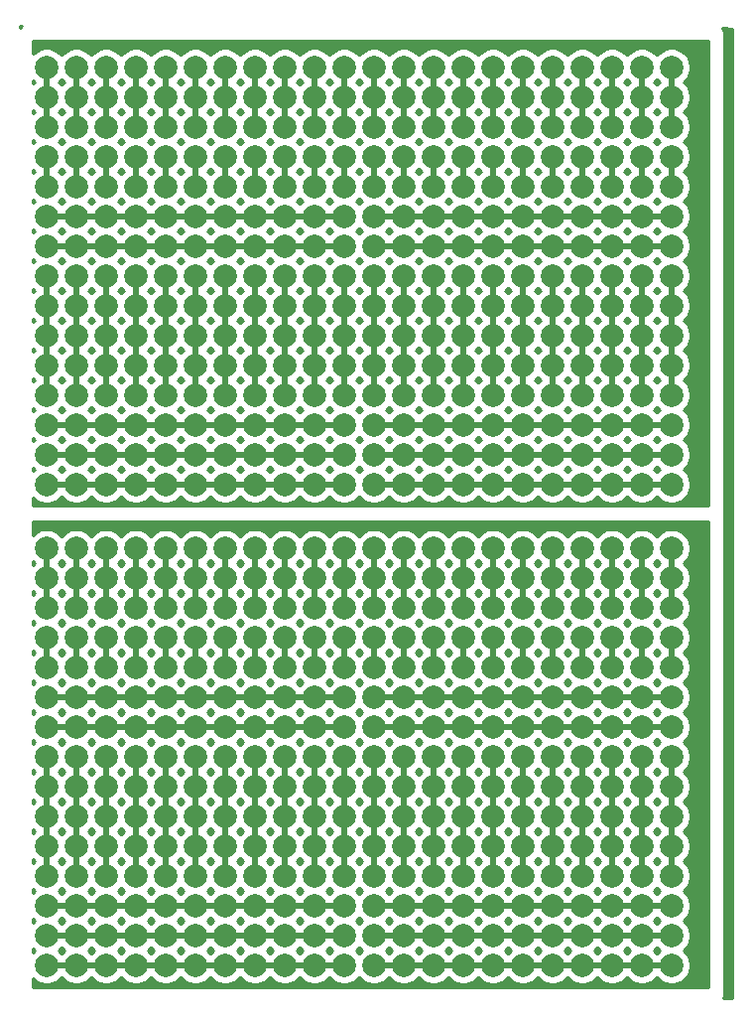
<source format=gbr>
G04 #@! TF.GenerationSoftware,KiCad,Pcbnew,5.1.5+dfsg1-2build2*
G04 #@! TF.CreationDate,2022-07-24T21:39:07-05:00*
G04 #@! TF.ProjectId,,58585858-5858-4585-9858-585858585858,rev?*
G04 #@! TF.SameCoordinates,Original*
G04 #@! TF.FileFunction,Copper,L1,Top*
G04 #@! TF.FilePolarity,Positive*
%FSLAX46Y46*%
G04 Gerber Fmt 4.6, Leading zero omitted, Abs format (unit mm)*
G04 Created by KiCad (PCBNEW 5.1.5+dfsg1-2build2) date 2022-07-24 21:39:07*
%MOMM*%
%LPD*%
G04 APERTURE LIST*
%ADD10C,2.000000*%
%ADD11C,0.500000*%
%ADD12C,0.254000*%
G04 APERTURE END LIST*
D10*
X126225300Y-118977040D03*
X100825300Y-88497040D03*
X100825300Y-85957040D03*
X131305300Y-93577040D03*
X108445300Y-121517040D03*
X126225300Y-121517040D03*
X128765300Y-118977040D03*
X100825300Y-91037040D03*
X128765300Y-116437040D03*
X128765300Y-113897040D03*
X128765300Y-111357040D03*
X128765300Y-108817040D03*
X128765300Y-106277040D03*
X128765300Y-103737040D03*
X128765300Y-101197040D03*
X110985300Y-121517040D03*
X113525300Y-121517040D03*
X116065300Y-121517040D03*
X118605300Y-121517040D03*
X121145300Y-121517040D03*
X123685300Y-121517040D03*
X103365300Y-91037040D03*
X105905300Y-91037040D03*
X108445300Y-91037040D03*
X110985300Y-91037040D03*
X113525300Y-91037040D03*
X116065300Y-91037040D03*
X118605300Y-91037040D03*
X121145300Y-91037040D03*
X123685300Y-91037040D03*
X126225300Y-91037040D03*
X128765300Y-91037040D03*
X131305300Y-91037040D03*
X133845300Y-91037040D03*
X136385300Y-91037040D03*
X138925300Y-91037040D03*
X141465300Y-91037040D03*
X144005300Y-91037040D03*
X146545300Y-91037040D03*
X149085300Y-91037040D03*
X151625300Y-91037040D03*
X154165300Y-91037040D03*
X103365300Y-88497040D03*
X105905300Y-88497040D03*
X108445300Y-88497040D03*
X110985300Y-88497040D03*
X113525300Y-88497040D03*
X116065300Y-88497040D03*
X118605300Y-88497040D03*
X121145300Y-88497040D03*
X123685300Y-88497040D03*
X103365300Y-103737040D03*
X123685300Y-103737040D03*
X108445300Y-101197040D03*
X144005300Y-85957040D03*
X146545300Y-85957040D03*
X149085300Y-85957040D03*
X151625300Y-85957040D03*
X154165300Y-85957040D03*
X133845300Y-93577040D03*
X136385300Y-93577040D03*
X118605300Y-116437040D03*
X126225300Y-103737040D03*
X118605300Y-108817040D03*
X126225300Y-88497040D03*
X128765300Y-88497040D03*
X131305300Y-88497040D03*
X133845300Y-88497040D03*
X136385300Y-88497040D03*
X138925300Y-88497040D03*
X141465300Y-88497040D03*
X144005300Y-88497040D03*
X146545300Y-88497040D03*
X149085300Y-88497040D03*
X151625300Y-88497040D03*
X154165300Y-88497040D03*
X103365300Y-85957040D03*
X105905300Y-85957040D03*
X108445300Y-85957040D03*
X116065300Y-101197040D03*
X110985300Y-96117040D03*
X118605300Y-106277040D03*
X113525300Y-103737040D03*
X116065300Y-116437040D03*
X113525300Y-98657040D03*
X121145300Y-108817040D03*
X123685300Y-108817040D03*
X105905300Y-106277040D03*
X108445300Y-116437040D03*
X108445300Y-108817040D03*
X103365300Y-106277040D03*
X105905300Y-116437040D03*
X110985300Y-106277040D03*
X113525300Y-96117040D03*
X128765300Y-93577040D03*
X113525300Y-108817040D03*
X110985300Y-98657040D03*
X110985300Y-108817040D03*
X103365300Y-96117040D03*
X100825300Y-116437040D03*
X121145300Y-96117040D03*
X113525300Y-116437040D03*
X108445300Y-103737040D03*
X105905300Y-96117040D03*
X100825300Y-98657040D03*
X103365300Y-101197040D03*
X116065300Y-108817040D03*
X116065300Y-96117040D03*
X146545300Y-118977040D03*
X103365300Y-108817040D03*
X121145300Y-106277040D03*
X126225300Y-96117040D03*
X103365300Y-116437040D03*
X126225300Y-116437040D03*
X123685300Y-106277040D03*
X121145300Y-116437040D03*
X149085300Y-118977040D03*
X108445300Y-98657040D03*
X100825300Y-108817040D03*
X108445300Y-96117040D03*
X118605300Y-101197040D03*
X103365300Y-118977040D03*
X123685300Y-116437040D03*
X128765300Y-96117040D03*
X105905300Y-108817040D03*
X126225300Y-106277040D03*
X149085300Y-121517040D03*
X146545300Y-121517040D03*
X144005300Y-121517040D03*
X121145300Y-98657040D03*
X141465300Y-121517040D03*
X123685300Y-98657040D03*
X138925300Y-121517040D03*
X118605300Y-98657040D03*
X136385300Y-121517040D03*
X133845300Y-121517040D03*
X128765300Y-85957040D03*
X131305300Y-121517040D03*
X116065300Y-98657040D03*
X154165300Y-118977040D03*
X128765300Y-121517040D03*
X151625300Y-118977040D03*
X154165300Y-121517040D03*
X126225300Y-85957040D03*
X151625300Y-121517040D03*
X105905300Y-103737040D03*
X121145300Y-103737040D03*
X100825300Y-111357040D03*
X113525300Y-111357040D03*
X110985300Y-111357040D03*
X108445300Y-111357040D03*
X105905300Y-111357040D03*
X103365300Y-111357040D03*
X126225300Y-108817040D03*
X116065300Y-111357040D03*
X118605300Y-111357040D03*
X121145300Y-111357040D03*
X123685300Y-111357040D03*
X126225300Y-111357040D03*
X100825300Y-113897040D03*
X103365300Y-113897040D03*
X105905300Y-113897040D03*
X110985300Y-113897040D03*
X113525300Y-113897040D03*
X108445300Y-113897040D03*
X100825300Y-106277040D03*
X113525300Y-106277040D03*
X113525300Y-101197040D03*
X100825300Y-118977040D03*
X103365300Y-98657040D03*
X110985300Y-103737040D03*
X108445300Y-118977040D03*
X123685300Y-96117040D03*
X105905300Y-118977040D03*
X105905300Y-101197040D03*
X121145300Y-101197040D03*
X103365300Y-93577040D03*
X105905300Y-98657040D03*
X110985300Y-101197040D03*
X118605300Y-103737040D03*
X118605300Y-96117040D03*
X110985300Y-116437040D03*
X100825300Y-96117040D03*
X108445300Y-106277040D03*
X144005300Y-111357040D03*
X146545300Y-111357040D03*
X138925300Y-118977040D03*
X141465300Y-118977040D03*
X128765300Y-98657040D03*
X100825300Y-121517040D03*
X103365300Y-121517040D03*
X100825300Y-103737040D03*
X105905300Y-121517040D03*
X100825300Y-101197040D03*
X108445300Y-93577040D03*
X113525300Y-93577040D03*
X116065300Y-93577040D03*
X118605300Y-93577040D03*
X100825300Y-93577040D03*
X121145300Y-93577040D03*
X123685300Y-93577040D03*
X144005300Y-118977040D03*
X126225300Y-93577040D03*
X110985300Y-93577040D03*
X105905300Y-93577040D03*
X146545300Y-116437040D03*
X149085300Y-116437040D03*
X151625300Y-116437040D03*
X154165300Y-116437040D03*
X131305300Y-118977040D03*
X133845300Y-118977040D03*
X136385300Y-118977040D03*
X138925300Y-116437040D03*
X141465300Y-116437040D03*
X146545300Y-113897040D03*
X149085300Y-113897040D03*
X144005300Y-116437040D03*
X151625300Y-113897040D03*
X154165300Y-113897040D03*
X149085300Y-111357040D03*
X151625300Y-111357040D03*
X131305300Y-116437040D03*
X131305300Y-111357040D03*
X133845300Y-111357040D03*
X136385300Y-111357040D03*
X154165300Y-111357040D03*
X131305300Y-113897040D03*
X133845300Y-113897040D03*
X136385300Y-113897040D03*
X144005300Y-113897040D03*
X151625300Y-106277040D03*
X154165300Y-106277040D03*
X131305300Y-108817040D03*
X133845300Y-108817040D03*
X136385300Y-108817040D03*
X138925300Y-111357040D03*
X141465300Y-111357040D03*
X144005300Y-103737040D03*
X146545300Y-103737040D03*
X149085300Y-103737040D03*
X136385300Y-106277040D03*
X138925300Y-106277040D03*
X141465300Y-106277040D03*
X144005300Y-106277040D03*
X146545300Y-106277040D03*
X149085300Y-106277040D03*
X151625300Y-103737040D03*
X154165300Y-103737040D03*
X131305300Y-106277040D03*
X133845300Y-106277040D03*
X151625300Y-101197040D03*
X154165300Y-101197040D03*
X131305300Y-103737040D03*
X133845300Y-103737040D03*
X136385300Y-103737040D03*
X138925300Y-103737040D03*
X141465300Y-103737040D03*
X138925300Y-113897040D03*
X141465300Y-113897040D03*
X131305300Y-101197040D03*
X133845300Y-101197040D03*
X136385300Y-101197040D03*
X138925300Y-101197040D03*
X133845300Y-116437040D03*
X136385300Y-116437040D03*
X141465300Y-101197040D03*
X144005300Y-101197040D03*
X146545300Y-101197040D03*
X149085300Y-101197040D03*
X131305300Y-98657040D03*
X133845300Y-98657040D03*
X136385300Y-98657040D03*
X138925300Y-98657040D03*
X141465300Y-98657040D03*
X151625300Y-108817040D03*
X154165300Y-108817040D03*
X110985300Y-85957040D03*
X113525300Y-85957040D03*
X116065300Y-85957040D03*
X118605300Y-85957040D03*
X121145300Y-85957040D03*
X123685300Y-85957040D03*
X131305300Y-85957040D03*
X133845300Y-85957040D03*
X136385300Y-85957040D03*
X138925300Y-85957040D03*
X141465300Y-85957040D03*
X138925300Y-108817040D03*
X141465300Y-108817040D03*
X123685300Y-101197040D03*
X126225300Y-98657040D03*
X116065300Y-106277040D03*
X123685300Y-113897040D03*
X126225300Y-113897040D03*
X126225300Y-101197040D03*
X144005300Y-108817040D03*
X146545300Y-108817040D03*
X149085300Y-108817040D03*
X144005300Y-98657040D03*
X146545300Y-98657040D03*
X149085300Y-98657040D03*
X151625300Y-98657040D03*
X154165300Y-98657040D03*
X141465300Y-96117040D03*
X144005300Y-96117040D03*
X146545300Y-96117040D03*
X149085300Y-96117040D03*
X151625300Y-96117040D03*
X154165300Y-96117040D03*
X151625300Y-93577040D03*
X154165300Y-93577040D03*
X131305300Y-96117040D03*
X133845300Y-96117040D03*
X136385300Y-96117040D03*
X138925300Y-96117040D03*
X138925300Y-93577040D03*
X141465300Y-93577040D03*
X144005300Y-93577040D03*
X146545300Y-93577040D03*
X149085300Y-93577040D03*
X118605300Y-113897040D03*
X121145300Y-113897040D03*
X116065300Y-113897040D03*
X123685300Y-118977040D03*
X116065300Y-103737040D03*
X121145300Y-118977040D03*
X118605300Y-118977040D03*
X116065300Y-118977040D03*
X113525300Y-118977040D03*
X110985300Y-118977040D03*
X126225300Y-77977040D03*
X123685300Y-77977040D03*
X121145300Y-77977040D03*
X118605300Y-77977040D03*
X116065300Y-77977040D03*
X113525300Y-77977040D03*
X110985300Y-77977040D03*
X108445300Y-77977040D03*
X105905300Y-77977040D03*
X103365300Y-77977040D03*
X100825300Y-77977040D03*
X126225300Y-75437040D03*
X123685300Y-75437040D03*
X121145300Y-75437040D03*
X118605300Y-75437040D03*
X116065300Y-75437040D03*
X113525300Y-75437040D03*
X110985300Y-75437040D03*
X108445300Y-75437040D03*
X105905300Y-75437040D03*
X103365300Y-75437040D03*
X100825300Y-75437040D03*
X126225300Y-72897040D03*
X123685300Y-72897040D03*
X121145300Y-72897040D03*
X118605300Y-72897040D03*
X116065300Y-72897040D03*
X113525300Y-72897040D03*
X110985300Y-72897040D03*
X108445300Y-72897040D03*
X105905300Y-72897040D03*
X103365300Y-72897040D03*
X100825300Y-72897040D03*
X126225300Y-70357040D03*
X123685300Y-70357040D03*
X121145300Y-70357040D03*
X118605300Y-70357040D03*
X116065300Y-70357040D03*
X113525300Y-70357040D03*
X110985300Y-70357040D03*
X108445300Y-70357040D03*
X105905300Y-70357040D03*
X103365300Y-70357040D03*
X100825300Y-70357040D03*
X126225300Y-67817040D03*
X123685300Y-67817040D03*
X121145300Y-67817040D03*
X118605300Y-67817040D03*
X116065300Y-67817040D03*
X113525300Y-67817040D03*
X110985300Y-67817040D03*
X108445300Y-67817040D03*
X105905300Y-67817040D03*
X103365300Y-67817040D03*
X100825300Y-67817040D03*
X126225300Y-65277040D03*
X123685300Y-65277040D03*
X121145300Y-65277040D03*
X118605300Y-65277040D03*
X116065300Y-65277040D03*
X113525300Y-65277040D03*
X110985300Y-65277040D03*
X108445300Y-65277040D03*
X105905300Y-65277040D03*
X103365300Y-65277040D03*
X100825300Y-65277040D03*
X126225300Y-62737040D03*
X123685300Y-62737040D03*
X121145300Y-62737040D03*
X118605300Y-62737040D03*
X116065300Y-62737040D03*
X113525300Y-62737040D03*
X110985300Y-62737040D03*
X108445300Y-62737040D03*
X105905300Y-62737040D03*
X103365300Y-62737040D03*
X100825300Y-62737040D03*
X126225300Y-60197040D03*
X123685300Y-60197040D03*
X121145300Y-60197040D03*
X118605300Y-60197040D03*
X116065300Y-60197040D03*
X113525300Y-60197040D03*
X110985300Y-60197040D03*
X108445300Y-60197040D03*
X105905300Y-60197040D03*
X103365300Y-60197040D03*
X100825300Y-60197040D03*
X105905300Y-80517040D03*
X103365300Y-80517040D03*
X100825300Y-80517040D03*
X128765300Y-57657040D03*
X126225300Y-57657040D03*
X123685300Y-57657040D03*
X121145300Y-57657040D03*
X118605300Y-57657040D03*
X116065300Y-57657040D03*
X113525300Y-57657040D03*
X110985300Y-57657040D03*
X108445300Y-57657040D03*
X105905300Y-57657040D03*
X103365300Y-57657040D03*
X100825300Y-57657040D03*
X128765300Y-55117040D03*
X126225300Y-55117040D03*
X123685300Y-55117040D03*
X121145300Y-55117040D03*
X118605300Y-55117040D03*
X116065300Y-55117040D03*
X113525300Y-55117040D03*
X110985300Y-55117040D03*
X108445300Y-55117040D03*
X105905300Y-55117040D03*
X103365300Y-55117040D03*
X100825300Y-55117040D03*
X128765300Y-52577040D03*
X126225300Y-52577040D03*
X123685300Y-52577040D03*
X121145300Y-52577040D03*
X118605300Y-52577040D03*
X116065300Y-52577040D03*
X113525300Y-52577040D03*
X110985300Y-52577040D03*
X108445300Y-52577040D03*
X105905300Y-52577040D03*
X103365300Y-52577040D03*
X100825300Y-52577040D03*
X128765300Y-80517040D03*
X154165300Y-80517040D03*
X151625300Y-80517040D03*
X149085300Y-80517040D03*
X146545300Y-80517040D03*
X144005300Y-80517040D03*
X141465300Y-80517040D03*
X138925300Y-80517040D03*
X136385300Y-80517040D03*
X133845300Y-80517040D03*
X131305300Y-80517040D03*
X154165300Y-77977040D03*
X151625300Y-77977040D03*
X149085300Y-77977040D03*
X146545300Y-77977040D03*
X144005300Y-77977040D03*
X141465300Y-77977040D03*
X138925300Y-77977040D03*
X136385300Y-77977040D03*
X133845300Y-77977040D03*
X131305300Y-77977040D03*
X154165300Y-75437040D03*
X151625300Y-75437040D03*
X149085300Y-75437040D03*
X146545300Y-75437040D03*
X144005300Y-75437040D03*
X141465300Y-75437040D03*
X138925300Y-75437040D03*
X136385300Y-75437040D03*
X133845300Y-75437040D03*
X131305300Y-75437040D03*
X154165300Y-72897040D03*
X151625300Y-72897040D03*
X149085300Y-72897040D03*
X146545300Y-72897040D03*
X144005300Y-72897040D03*
X141465300Y-72897040D03*
X138925300Y-72897040D03*
X136385300Y-72897040D03*
X133845300Y-72897040D03*
X131305300Y-72897040D03*
X154165300Y-70357040D03*
X151625300Y-70357040D03*
X149085300Y-70357040D03*
X146545300Y-70357040D03*
X144005300Y-70357040D03*
X141465300Y-70357040D03*
X138925300Y-70357040D03*
X136385300Y-70357040D03*
X133845300Y-70357040D03*
X131305300Y-70357040D03*
X154165300Y-67817040D03*
X151625300Y-67817040D03*
X149085300Y-67817040D03*
X146545300Y-67817040D03*
X144005300Y-67817040D03*
X141465300Y-67817040D03*
X138925300Y-67817040D03*
X136385300Y-67817040D03*
X133845300Y-67817040D03*
X131305300Y-67817040D03*
X154165300Y-65277040D03*
X151625300Y-65277040D03*
X149085300Y-65277040D03*
X146545300Y-65277040D03*
X144005300Y-65277040D03*
X141465300Y-65277040D03*
X138925300Y-65277040D03*
X136385300Y-65277040D03*
X133845300Y-65277040D03*
X131305300Y-65277040D03*
X154165300Y-62737040D03*
X151625300Y-62737040D03*
X149085300Y-62737040D03*
X146545300Y-62737040D03*
X144005300Y-62737040D03*
X141465300Y-62737040D03*
X138925300Y-62737040D03*
X136385300Y-62737040D03*
X133845300Y-62737040D03*
X131305300Y-62737040D03*
X154165300Y-60197040D03*
X151625300Y-60197040D03*
X149085300Y-60197040D03*
X146545300Y-60197040D03*
X144005300Y-60197040D03*
X141465300Y-60197040D03*
X138925300Y-60197040D03*
X136385300Y-60197040D03*
X133845300Y-60197040D03*
X131305300Y-60197040D03*
X154165300Y-57657040D03*
X151625300Y-57657040D03*
X149085300Y-57657040D03*
X146545300Y-57657040D03*
X144005300Y-57657040D03*
X141465300Y-57657040D03*
X138925300Y-57657040D03*
X136385300Y-57657040D03*
X133845300Y-57657040D03*
X131305300Y-57657040D03*
X154165300Y-55117040D03*
X151625300Y-55117040D03*
X149085300Y-55117040D03*
X146545300Y-55117040D03*
X144005300Y-55117040D03*
X141465300Y-55117040D03*
X138925300Y-55117040D03*
X136385300Y-55117040D03*
X133845300Y-55117040D03*
X131305300Y-55117040D03*
X154165300Y-52577040D03*
X151625300Y-52577040D03*
X149085300Y-52577040D03*
X146545300Y-52577040D03*
X144005300Y-52577040D03*
X141465300Y-52577040D03*
X138925300Y-52577040D03*
X136385300Y-52577040D03*
X133845300Y-52577040D03*
X154165300Y-44957040D03*
X151625300Y-44957040D03*
X149085300Y-44957040D03*
X146545300Y-44957040D03*
X144005300Y-44957040D03*
X141465300Y-44957040D03*
X138925300Y-44957040D03*
X136385300Y-44957040D03*
X133845300Y-44957040D03*
X131305300Y-44957040D03*
X128765300Y-44957040D03*
X126225300Y-44957040D03*
X123685300Y-44957040D03*
X121145300Y-44957040D03*
X118605300Y-44957040D03*
X116065300Y-44957040D03*
X113525300Y-44957040D03*
X110985300Y-44957040D03*
X108445300Y-44957040D03*
X105905300Y-44957040D03*
X103365300Y-44957040D03*
X154165300Y-47497040D03*
X151625300Y-47497040D03*
X149085300Y-47497040D03*
X146545300Y-47497040D03*
X144005300Y-47497040D03*
X141465300Y-47497040D03*
X138925300Y-47497040D03*
X136385300Y-47497040D03*
X133845300Y-47497040D03*
X131305300Y-47497040D03*
X128765300Y-47497040D03*
X126225300Y-47497040D03*
X123685300Y-47497040D03*
X121145300Y-47497040D03*
X118605300Y-47497040D03*
X116065300Y-47497040D03*
X113525300Y-47497040D03*
X110985300Y-47497040D03*
X108445300Y-47497040D03*
X105905300Y-47497040D03*
X103365300Y-47497040D03*
X154165300Y-50037040D03*
X151625300Y-50037040D03*
X149085300Y-50037040D03*
X146545300Y-50037040D03*
X144005300Y-50037040D03*
X141465300Y-50037040D03*
X138925300Y-50037040D03*
X136385300Y-50037040D03*
X133845300Y-50037040D03*
X131305300Y-50037040D03*
X128765300Y-50037040D03*
X126225300Y-50037040D03*
X123685300Y-50037040D03*
X121145300Y-50037040D03*
X118605300Y-50037040D03*
X116065300Y-50037040D03*
X113525300Y-50037040D03*
X110985300Y-50037040D03*
X108445300Y-50037040D03*
X105905300Y-50037040D03*
X103365300Y-50037040D03*
X123685300Y-80517040D03*
X121145300Y-80517040D03*
X118605300Y-80517040D03*
X116065300Y-80517040D03*
X113525300Y-80517040D03*
X110985300Y-80517040D03*
X128765300Y-60197040D03*
X128765300Y-62737040D03*
X128765300Y-65277040D03*
X128765300Y-67817040D03*
X128765300Y-70357040D03*
X128765300Y-72897040D03*
X128765300Y-75437040D03*
X100825300Y-50037040D03*
X128765300Y-77977040D03*
X126225300Y-80517040D03*
X108445300Y-80517040D03*
X131305300Y-52577040D03*
X100825300Y-44957040D03*
X100825300Y-47497040D03*
D11*
X100825300Y-47497040D02*
X100825300Y-44957040D01*
X103365300Y-47497040D02*
X103365300Y-44957040D01*
X105905300Y-47497040D02*
X105905300Y-44957040D01*
X108445300Y-47497040D02*
X108445300Y-44957040D01*
X110985300Y-47497040D02*
X110985300Y-44957040D01*
X113525300Y-47497040D02*
X113525300Y-44957040D01*
X116065300Y-47497040D02*
X116065300Y-44957040D01*
X118605300Y-47497040D02*
X118605300Y-44957040D01*
X121145300Y-47497040D02*
X121145300Y-44957040D01*
X123685300Y-47497040D02*
X123685300Y-44957040D01*
X126225300Y-47497040D02*
X126225300Y-44957040D01*
X128765300Y-47497040D02*
X128765300Y-44957040D01*
X131305300Y-47497040D02*
X131305300Y-44957040D01*
X133845300Y-47497040D02*
X133845300Y-44957040D01*
X136385300Y-47497040D02*
X136385300Y-44957040D01*
X138925300Y-47497040D02*
X138925300Y-44957040D01*
X141465300Y-47497040D02*
X141465300Y-44957040D01*
X144005300Y-47497040D02*
X144005300Y-44957040D01*
X146545300Y-47497040D02*
X146545300Y-44957040D01*
X149085300Y-47497040D02*
X149085300Y-44957040D01*
X151625300Y-47497040D02*
X151625300Y-44957040D01*
X154165300Y-47497040D02*
X154165300Y-44957040D01*
X100825300Y-50037040D02*
X100825300Y-47497040D01*
X103365300Y-50037040D02*
X103365300Y-47497040D01*
X105905300Y-50037040D02*
X105905300Y-47497040D01*
X108445300Y-50037040D02*
X108445300Y-47497040D01*
X110985300Y-50037040D02*
X110985300Y-47497040D01*
X113525300Y-50037040D02*
X113525300Y-47497040D01*
X116065300Y-50037040D02*
X116065300Y-47497040D01*
X118605300Y-50037040D02*
X118605300Y-47497040D01*
X121145300Y-50037040D02*
X121145300Y-47497040D01*
X123685300Y-50037040D02*
X123685300Y-47497040D01*
X126225300Y-50037040D02*
X126225300Y-47497040D01*
X128765300Y-50037040D02*
X128765300Y-47497040D01*
X131305300Y-50037040D02*
X131305300Y-47497040D01*
X133845300Y-50037040D02*
X133845300Y-47497040D01*
X136385300Y-50037040D02*
X136385300Y-47497040D01*
X138925300Y-50037040D02*
X138925300Y-47497040D01*
X141465300Y-50037040D02*
X141465300Y-47497040D01*
X144005300Y-50037040D02*
X144005300Y-47497040D01*
X146545300Y-50037040D02*
X146545300Y-47497040D01*
X149085300Y-50037040D02*
X149085300Y-47497040D01*
X151625300Y-50037040D02*
X151625300Y-47497040D01*
X154165300Y-50037040D02*
X154165300Y-47497040D01*
X100825300Y-55117040D02*
X100825300Y-52577040D01*
X103365300Y-55117040D02*
X103365300Y-52577040D01*
X105905300Y-55117040D02*
X105905300Y-52577040D01*
X108445300Y-55117040D02*
X108445300Y-52577040D01*
X110985300Y-55117040D02*
X110985300Y-52577040D01*
X113525300Y-55117040D02*
X113525300Y-52577040D01*
X116065300Y-55117040D02*
X116065300Y-52577040D01*
X118605300Y-55117040D02*
X118605300Y-52577040D01*
X121145300Y-55117040D02*
X121145300Y-52577040D01*
X123685300Y-55117040D02*
X123685300Y-52577040D01*
X126225300Y-55117040D02*
X126225300Y-52577040D01*
X128765300Y-55117040D02*
X128765300Y-52577040D01*
X131305300Y-55117040D02*
X131305300Y-52577040D01*
X133845300Y-55117040D02*
X133845300Y-52577040D01*
X136385300Y-55117040D02*
X136385300Y-52577040D01*
X138925300Y-55117040D02*
X138925300Y-52577040D01*
X141465300Y-55117040D02*
X141465300Y-52577040D01*
X144005300Y-55117040D02*
X144005300Y-52577040D01*
X146545300Y-55117040D02*
X146545300Y-52577040D01*
X149085300Y-55117040D02*
X149085300Y-52577040D01*
X151625300Y-55117040D02*
X151625300Y-52577040D01*
X154165300Y-55117040D02*
X154165300Y-52577040D01*
X100825300Y-57657040D02*
X103365300Y-57657040D01*
X103365300Y-57657040D02*
X105905300Y-57657040D01*
X105905300Y-57657040D02*
X108445300Y-57657040D01*
X108445300Y-57657040D02*
X110985300Y-57657040D01*
X110985300Y-57657040D02*
X113525300Y-57657040D01*
X113525300Y-57657040D02*
X116065300Y-57657040D01*
X116065300Y-57657040D02*
X118605300Y-57657040D01*
X118605300Y-57657040D02*
X121145300Y-57657040D01*
X121145300Y-57657040D02*
X123685300Y-57657040D01*
X123685300Y-57657040D02*
X126225300Y-57657040D01*
X128765300Y-57657040D02*
X131305300Y-57657040D01*
X131305300Y-57657040D02*
X133845300Y-57657040D01*
X133845300Y-57657040D02*
X136385300Y-57657040D01*
X136385300Y-57657040D02*
X138925300Y-57657040D01*
X138925300Y-57657040D02*
X141465300Y-57657040D01*
X141465300Y-57657040D02*
X144005300Y-57657040D01*
X144005300Y-57657040D02*
X146545300Y-57657040D01*
X146545300Y-57657040D02*
X149085300Y-57657040D01*
X149085300Y-57657040D02*
X151625300Y-57657040D01*
X151625300Y-57657040D02*
X154165300Y-57657040D01*
X100825300Y-60197040D02*
X103365300Y-60197040D01*
X103365300Y-60197040D02*
X105905300Y-60197040D01*
X105905300Y-60197040D02*
X108445300Y-60197040D01*
X108445300Y-60197040D02*
X110985300Y-60197040D01*
X110985300Y-60197040D02*
X113525300Y-60197040D01*
X113525300Y-60197040D02*
X116065300Y-60197040D01*
X116065300Y-60197040D02*
X118605300Y-60197040D01*
X118605300Y-60197040D02*
X121145300Y-60197040D01*
X121145300Y-60197040D02*
X123685300Y-60197040D01*
X123685300Y-60197040D02*
X126225300Y-60197040D01*
X128765300Y-60197040D02*
X131305300Y-60197040D01*
X131305300Y-60197040D02*
X133845300Y-60197040D01*
X133845300Y-60197040D02*
X136385300Y-60197040D01*
X136385300Y-60197040D02*
X138925300Y-60197040D01*
X138925300Y-60197040D02*
X141465300Y-60197040D01*
X141465300Y-60197040D02*
X144005300Y-60197040D01*
X144005300Y-60197040D02*
X146545300Y-60197040D01*
X146545300Y-60197040D02*
X149085300Y-60197040D01*
X149085300Y-60197040D02*
X151625300Y-60197040D01*
X151625300Y-60197040D02*
X154165300Y-60197040D01*
X100825300Y-75437040D02*
X103365300Y-75437040D01*
X103365300Y-75437040D02*
X105905300Y-75437040D01*
X105905300Y-75437040D02*
X108445300Y-75437040D01*
X108445300Y-75437040D02*
X110985300Y-75437040D01*
X110985300Y-75437040D02*
X113525300Y-75437040D01*
X113525300Y-75437040D02*
X116065300Y-75437040D01*
X116065300Y-75437040D02*
X118605300Y-75437040D01*
X118605300Y-75437040D02*
X121145300Y-75437040D01*
X121145300Y-75437040D02*
X123685300Y-75437040D01*
X123685300Y-75437040D02*
X126225300Y-75437040D01*
X128765300Y-75437040D02*
X131305300Y-75437040D01*
X131305300Y-75437040D02*
X133845300Y-75437040D01*
X133845300Y-75437040D02*
X136385300Y-75437040D01*
X136385300Y-75437040D02*
X138925300Y-75437040D01*
X138925300Y-75437040D02*
X141465300Y-75437040D01*
X141465300Y-75437040D02*
X144005300Y-75437040D01*
X144005300Y-75437040D02*
X146545300Y-75437040D01*
X146545300Y-75437040D02*
X149085300Y-75437040D01*
X149085300Y-75437040D02*
X151625300Y-75437040D01*
X151625300Y-75437040D02*
X154165300Y-75437040D01*
X100825300Y-77977040D02*
X103365300Y-77977040D01*
X103365300Y-77977040D02*
X105905300Y-77977040D01*
X105905300Y-77977040D02*
X108445300Y-77977040D01*
X108445300Y-77977040D02*
X110985300Y-77977040D01*
X110985300Y-77977040D02*
X113525300Y-77977040D01*
X113525300Y-77977040D02*
X116065300Y-77977040D01*
X116065300Y-77977040D02*
X118605300Y-77977040D01*
X118605300Y-77977040D02*
X121145300Y-77977040D01*
X121145300Y-77977040D02*
X123685300Y-77977040D01*
X123685300Y-77977040D02*
X126225300Y-77977040D01*
X128765300Y-77977040D02*
X131305300Y-77977040D01*
X131305300Y-77977040D02*
X133845300Y-77977040D01*
X133845300Y-77977040D02*
X136385300Y-77977040D01*
X136385300Y-77977040D02*
X138925300Y-77977040D01*
X138925300Y-77977040D02*
X141465300Y-77977040D01*
X141465300Y-77977040D02*
X144005300Y-77977040D01*
X144005300Y-77977040D02*
X146545300Y-77977040D01*
X146545300Y-77977040D02*
X149085300Y-77977040D01*
X149085300Y-77977040D02*
X151625300Y-77977040D01*
X151625300Y-77977040D02*
X154165300Y-77977040D01*
X100825300Y-80517040D02*
X103365300Y-80517040D01*
X103365300Y-80517040D02*
X105905300Y-80517040D01*
X105905300Y-80517040D02*
X108445300Y-80517040D01*
X108445300Y-80517040D02*
X110985300Y-80517040D01*
X110985300Y-80517040D02*
X113525300Y-80517040D01*
X113525300Y-80517040D02*
X116065300Y-80517040D01*
X116065300Y-80517040D02*
X118605300Y-80517040D01*
X118605300Y-80517040D02*
X121145300Y-80517040D01*
X121145300Y-80517040D02*
X123685300Y-80517040D01*
X123685300Y-80517040D02*
X126225300Y-80517040D01*
X128765300Y-80517040D02*
X131305300Y-80517040D01*
X131305300Y-80517040D02*
X133845300Y-80517040D01*
X133845300Y-80517040D02*
X136385300Y-80517040D01*
X136385300Y-80517040D02*
X138925300Y-80517040D01*
X138925300Y-80517040D02*
X141465300Y-80517040D01*
X141465300Y-80517040D02*
X144005300Y-80517040D01*
X144005300Y-80517040D02*
X146545300Y-80517040D01*
X146545300Y-80517040D02*
X149085300Y-80517040D01*
X149085300Y-80517040D02*
X151625300Y-80517040D01*
X151625300Y-80517040D02*
X154165300Y-80517040D01*
X100825300Y-65277040D02*
X100825300Y-62737040D01*
X103365300Y-65277040D02*
X103365300Y-62737040D01*
X105905300Y-65277040D02*
X105905300Y-62737040D01*
X108445300Y-65277040D02*
X108445300Y-62737040D01*
X110985300Y-65277040D02*
X110985300Y-62737040D01*
X113525300Y-65277040D02*
X113525300Y-62737040D01*
X116065300Y-65277040D02*
X116065300Y-62737040D01*
X118605300Y-65277040D02*
X118605300Y-62737040D01*
X121145300Y-65277040D02*
X121145300Y-62737040D01*
X123685300Y-65277040D02*
X123685300Y-62737040D01*
X126225300Y-65277040D02*
X126225300Y-62737040D01*
X128765300Y-65277040D02*
X128765300Y-62737040D01*
X131305300Y-65277040D02*
X131305300Y-62737040D01*
X133845300Y-65277040D02*
X133845300Y-62737040D01*
X136385300Y-65277040D02*
X136385300Y-62737040D01*
X138925300Y-65277040D02*
X138925300Y-62737040D01*
X141465300Y-65277040D02*
X141465300Y-62737040D01*
X144005300Y-65277040D02*
X144005300Y-62737040D01*
X146545300Y-65277040D02*
X146545300Y-62737040D01*
X149085300Y-65277040D02*
X149085300Y-62737040D01*
X151625300Y-65277040D02*
X151625300Y-62737040D01*
X154165300Y-65277040D02*
X154165300Y-62737040D01*
X100825300Y-67817040D02*
X100825300Y-65277040D01*
X103365300Y-67817040D02*
X103365300Y-65277040D01*
X105905300Y-67817040D02*
X105905300Y-65277040D01*
X108445300Y-67817040D02*
X108445300Y-65277040D01*
X110985300Y-67817040D02*
X110985300Y-65277040D01*
X113525300Y-67817040D02*
X113525300Y-65277040D01*
X116065300Y-67817040D02*
X116065300Y-65277040D01*
X118605300Y-67817040D02*
X118605300Y-65277040D01*
X121145300Y-67817040D02*
X121145300Y-65277040D01*
X123685300Y-67817040D02*
X123685300Y-65277040D01*
X126225300Y-67817040D02*
X126225300Y-65277040D01*
X128765300Y-67817040D02*
X128765300Y-65277040D01*
X131305300Y-67817040D02*
X131305300Y-65277040D01*
X133845300Y-67817040D02*
X133845300Y-65277040D01*
X136385300Y-67817040D02*
X136385300Y-65277040D01*
X138925300Y-67817040D02*
X138925300Y-65277040D01*
X141465300Y-67817040D02*
X141465300Y-65277040D01*
X144005300Y-67817040D02*
X144005300Y-65277040D01*
X146545300Y-67817040D02*
X146545300Y-65277040D01*
X149085300Y-67817040D02*
X149085300Y-65277040D01*
X151625300Y-67817040D02*
X151625300Y-65277040D01*
X154165300Y-67817040D02*
X154165300Y-65277040D01*
X100825300Y-70357040D02*
X100825300Y-67817040D01*
X103365300Y-70357040D02*
X103365300Y-67817040D01*
X105905300Y-70357040D02*
X105905300Y-67817040D01*
X108445300Y-70357040D02*
X108445300Y-67817040D01*
X110985300Y-70357040D02*
X110985300Y-67817040D01*
X113525300Y-70357040D02*
X113525300Y-67817040D01*
X116065300Y-70357040D02*
X116065300Y-67817040D01*
X118605300Y-70357040D02*
X118605300Y-67817040D01*
X121145300Y-70357040D02*
X121145300Y-67817040D01*
X123685300Y-70357040D02*
X123685300Y-67817040D01*
X126225300Y-70357040D02*
X126225300Y-67817040D01*
X128765300Y-70357040D02*
X128765300Y-67817040D01*
X131305300Y-70357040D02*
X131305300Y-67817040D01*
X133845300Y-70357040D02*
X133845300Y-67817040D01*
X136385300Y-70357040D02*
X136385300Y-67817040D01*
X138925300Y-70357040D02*
X138925300Y-67817040D01*
X141465300Y-70357040D02*
X141465300Y-67817040D01*
X144005300Y-70357040D02*
X144005300Y-67817040D01*
X146545300Y-70357040D02*
X146545300Y-67817040D01*
X149085300Y-70357040D02*
X149085300Y-67817040D01*
X151625300Y-70357040D02*
X151625300Y-67817040D01*
X154165300Y-70357040D02*
X154165300Y-67817040D01*
X100825300Y-72897040D02*
X100825300Y-70357040D01*
X103365300Y-72897040D02*
X103365300Y-70357040D01*
X105905300Y-72897040D02*
X105905300Y-70357040D01*
X108445300Y-72897040D02*
X108445300Y-70357040D01*
X110985300Y-72897040D02*
X110985300Y-70357040D01*
X113525300Y-72897040D02*
X113525300Y-70357040D01*
X116065300Y-72897040D02*
X116065300Y-70357040D01*
X118605300Y-72897040D02*
X118605300Y-70357040D01*
X121145300Y-72897040D02*
X121145300Y-70357040D01*
X123685300Y-72897040D02*
X123685300Y-70357040D01*
X126225300Y-72897040D02*
X126225300Y-70357040D01*
X128765300Y-72897040D02*
X128765300Y-70357040D01*
X131305300Y-72897040D02*
X131305300Y-70357040D01*
X133845300Y-72897040D02*
X133845300Y-70357040D01*
X136385300Y-72897040D02*
X136385300Y-70357040D01*
X138925300Y-72897040D02*
X138925300Y-70357040D01*
X141465300Y-72897040D02*
X141465300Y-70357040D01*
X144005300Y-72897040D02*
X144005300Y-70357040D01*
X146545300Y-72897040D02*
X146545300Y-70357040D01*
X149085300Y-72897040D02*
X149085300Y-70357040D01*
X151625300Y-72897040D02*
X151625300Y-70357040D01*
X154165300Y-72897040D02*
X154165300Y-70357040D01*
X133845300Y-98657040D02*
X136385300Y-98657040D01*
X136385300Y-98657040D02*
X138925300Y-98657040D01*
X138925300Y-98657040D02*
X141465300Y-98657040D01*
X141465300Y-98657040D02*
X144005300Y-98657040D01*
X144005300Y-98657040D02*
X146545300Y-98657040D01*
X146545300Y-98657040D02*
X149085300Y-98657040D01*
X100825300Y-88497040D02*
X100825300Y-85957040D01*
X103365300Y-88497040D02*
X103365300Y-85957040D01*
X105905300Y-88497040D02*
X105905300Y-85957040D01*
X108445300Y-88497040D02*
X108445300Y-85957040D01*
X110985300Y-88497040D02*
X110985300Y-85957040D01*
X113525300Y-88497040D02*
X113525300Y-85957040D01*
X116065300Y-88497040D02*
X116065300Y-85957040D01*
X118605300Y-88497040D02*
X118605300Y-85957040D01*
X121145300Y-88497040D02*
X121145300Y-85957040D01*
X123685300Y-88497040D02*
X123685300Y-85957040D01*
X126225300Y-88497040D02*
X126225300Y-85957040D01*
X128765300Y-88497040D02*
X128765300Y-85957040D01*
X131305300Y-88497040D02*
X131305300Y-85957040D01*
X133845300Y-88497040D02*
X133845300Y-85957040D01*
X136385300Y-88497040D02*
X136385300Y-85957040D01*
X138925300Y-88497040D02*
X138925300Y-85957040D01*
X141465300Y-88497040D02*
X141465300Y-85957040D01*
X144005300Y-88497040D02*
X144005300Y-85957040D01*
X146545300Y-88497040D02*
X146545300Y-85957040D01*
X149085300Y-88497040D02*
X149085300Y-85957040D01*
X151625300Y-88497040D02*
X151625300Y-85957040D01*
X154165300Y-88497040D02*
X154165300Y-85957040D01*
X100825300Y-91037040D02*
X100825300Y-88497040D01*
X103365300Y-91037040D02*
X103365300Y-88497040D01*
X105905300Y-91037040D02*
X105905300Y-88497040D01*
X108445300Y-91037040D02*
X108445300Y-88497040D01*
X110985300Y-91037040D02*
X110985300Y-88497040D01*
X113525300Y-91037040D02*
X113525300Y-88497040D01*
X116065300Y-91037040D02*
X116065300Y-88497040D01*
X118605300Y-91037040D02*
X118605300Y-88497040D01*
X121145300Y-91037040D02*
X121145300Y-88497040D01*
X123685300Y-91037040D02*
X123685300Y-88497040D01*
X126225300Y-91037040D02*
X126225300Y-88497040D01*
X128765300Y-91037040D02*
X128765300Y-88497040D01*
X131305300Y-91037040D02*
X131305300Y-88497040D01*
X133845300Y-91037040D02*
X133845300Y-88497040D01*
X136385300Y-91037040D02*
X136385300Y-88497040D01*
X138925300Y-91037040D02*
X138925300Y-88497040D01*
X141465300Y-91037040D02*
X141465300Y-88497040D01*
X144005300Y-91037040D02*
X144005300Y-88497040D01*
X146545300Y-91037040D02*
X146545300Y-88497040D01*
X149085300Y-91037040D02*
X149085300Y-88497040D01*
X151625300Y-91037040D02*
X151625300Y-88497040D01*
X154165300Y-91037040D02*
X154165300Y-88497040D01*
X100825300Y-96117040D02*
X100825300Y-93577040D01*
X103365300Y-96117040D02*
X103365300Y-93577040D01*
X105905300Y-96117040D02*
X105905300Y-93577040D01*
X108445300Y-96117040D02*
X108445300Y-93577040D01*
X110985300Y-96117040D02*
X110985300Y-93577040D01*
X113525300Y-96117040D02*
X113525300Y-93577040D01*
X116065300Y-96117040D02*
X116065300Y-93577040D01*
X118605300Y-96117040D02*
X118605300Y-93577040D01*
X121145300Y-96117040D02*
X121145300Y-93577040D01*
X123685300Y-96117040D02*
X123685300Y-93577040D01*
X126225300Y-96117040D02*
X126225300Y-93577040D01*
X128765300Y-96117040D02*
X128765300Y-93577040D01*
X131305300Y-96117040D02*
X131305300Y-93577040D01*
X133845300Y-96117040D02*
X133845300Y-93577040D01*
X136385300Y-96117040D02*
X136385300Y-93577040D01*
X138925300Y-96117040D02*
X138925300Y-93577040D01*
X141465300Y-96117040D02*
X141465300Y-93577040D01*
X144005300Y-96117040D02*
X144005300Y-93577040D01*
X146545300Y-96117040D02*
X146545300Y-93577040D01*
X149085300Y-96117040D02*
X149085300Y-93577040D01*
X151625300Y-96117040D02*
X151625300Y-93577040D01*
X154165300Y-96117040D02*
X154165300Y-93577040D01*
X100825300Y-98657040D02*
X103365300Y-98657040D01*
X103365300Y-98657040D02*
X105905300Y-98657040D01*
X105905300Y-98657040D02*
X108445300Y-98657040D01*
X108445300Y-98657040D02*
X110985300Y-98657040D01*
X110985300Y-98657040D02*
X113525300Y-98657040D01*
X113525300Y-98657040D02*
X116065300Y-98657040D01*
X116065300Y-98657040D02*
X118605300Y-98657040D01*
X118605300Y-98657040D02*
X121145300Y-98657040D01*
X121145300Y-98657040D02*
X123685300Y-98657040D01*
X123685300Y-98657040D02*
X126225300Y-98657040D01*
X128765300Y-98657040D02*
X131305300Y-98657040D01*
X149085300Y-98657040D02*
X151625300Y-98657040D01*
X151625300Y-98657040D02*
X154165300Y-98657040D01*
X100825300Y-101197040D02*
X103365300Y-101197040D01*
X103365300Y-101197040D02*
X105905300Y-101197040D01*
X105905300Y-101197040D02*
X108445300Y-101197040D01*
X108445300Y-101197040D02*
X110985300Y-101197040D01*
X110985300Y-101197040D02*
X113525300Y-101197040D01*
X113525300Y-101197040D02*
X116065300Y-101197040D01*
X116065300Y-101197040D02*
X118605300Y-101197040D01*
X118605300Y-101197040D02*
X121145300Y-101197040D01*
X121145300Y-101197040D02*
X123685300Y-101197040D01*
X123685300Y-101197040D02*
X126225300Y-101197040D01*
X128765300Y-101197040D02*
X131305300Y-101197040D01*
X131305300Y-101197040D02*
X133845300Y-101197040D01*
X133845300Y-101197040D02*
X136385300Y-101197040D01*
X136385300Y-101197040D02*
X138925300Y-101197040D01*
X138925300Y-101197040D02*
X141465300Y-101197040D01*
X141465300Y-101197040D02*
X144005300Y-101197040D01*
X144005300Y-101197040D02*
X146545300Y-101197040D01*
X146545300Y-101197040D02*
X149085300Y-101197040D01*
X149085300Y-101197040D02*
X151625300Y-101197040D01*
X151625300Y-101197040D02*
X154165300Y-101197040D01*
X100825300Y-116437040D02*
X103365300Y-116437040D01*
X103365300Y-116437040D02*
X105905300Y-116437040D01*
X105905300Y-116437040D02*
X108445300Y-116437040D01*
X108445300Y-116437040D02*
X110985300Y-116437040D01*
X110985300Y-116437040D02*
X113525300Y-116437040D01*
X113525300Y-116437040D02*
X116065300Y-116437040D01*
X116065300Y-116437040D02*
X118605300Y-116437040D01*
X118605300Y-116437040D02*
X121145300Y-116437040D01*
X121145300Y-116437040D02*
X123685300Y-116437040D01*
X123685300Y-116437040D02*
X126225300Y-116437040D01*
X128765300Y-116437040D02*
X131305300Y-116437040D01*
X131305300Y-116437040D02*
X133845300Y-116437040D01*
X133845300Y-116437040D02*
X136385300Y-116437040D01*
X136385300Y-116437040D02*
X138925300Y-116437040D01*
X138925300Y-116437040D02*
X141465300Y-116437040D01*
X141465300Y-116437040D02*
X144005300Y-116437040D01*
X144005300Y-116437040D02*
X146545300Y-116437040D01*
X146545300Y-116437040D02*
X149085300Y-116437040D01*
X149085300Y-116437040D02*
X151625300Y-116437040D01*
X151625300Y-116437040D02*
X154165300Y-116437040D01*
X100825300Y-118977040D02*
X103365300Y-118977040D01*
X103365300Y-118977040D02*
X105905300Y-118977040D01*
X105905300Y-118977040D02*
X108445300Y-118977040D01*
X108445300Y-118977040D02*
X110985300Y-118977040D01*
X110985300Y-118977040D02*
X113525300Y-118977040D01*
X113525300Y-118977040D02*
X116065300Y-118977040D01*
X116065300Y-118977040D02*
X118605300Y-118977040D01*
X118605300Y-118977040D02*
X121145300Y-118977040D01*
X121145300Y-118977040D02*
X123685300Y-118977040D01*
X123685300Y-118977040D02*
X126225300Y-118977040D01*
X128765300Y-118977040D02*
X131305300Y-118977040D01*
X131305300Y-118977040D02*
X133845300Y-118977040D01*
X133845300Y-118977040D02*
X136385300Y-118977040D01*
X136385300Y-118977040D02*
X138925300Y-118977040D01*
X138925300Y-118977040D02*
X141465300Y-118977040D01*
X141465300Y-118977040D02*
X144005300Y-118977040D01*
X144005300Y-118977040D02*
X146545300Y-118977040D01*
X146545300Y-118977040D02*
X149085300Y-118977040D01*
X149085300Y-118977040D02*
X151625300Y-118977040D01*
X151625300Y-118977040D02*
X154165300Y-118977040D01*
X100825300Y-121517040D02*
X103365300Y-121517040D01*
X103365300Y-121517040D02*
X105905300Y-121517040D01*
X105905300Y-121517040D02*
X108445300Y-121517040D01*
X108445300Y-121517040D02*
X110985300Y-121517040D01*
X110985300Y-121517040D02*
X113525300Y-121517040D01*
X113525300Y-121517040D02*
X116065300Y-121517040D01*
X116065300Y-121517040D02*
X118605300Y-121517040D01*
X118605300Y-121517040D02*
X121145300Y-121517040D01*
X121145300Y-121517040D02*
X123685300Y-121517040D01*
X123685300Y-121517040D02*
X126225300Y-121517040D01*
X128765300Y-121517040D02*
X131305300Y-121517040D01*
X131305300Y-121517040D02*
X133845300Y-121517040D01*
X133845300Y-121517040D02*
X136385300Y-121517040D01*
X136385300Y-121517040D02*
X138925300Y-121517040D01*
X138925300Y-121517040D02*
X141465300Y-121517040D01*
X141465300Y-121517040D02*
X144005300Y-121517040D01*
X144005300Y-121517040D02*
X146545300Y-121517040D01*
X146545300Y-121517040D02*
X149085300Y-121517040D01*
X149085300Y-121517040D02*
X151625300Y-121517040D01*
X151625300Y-121517040D02*
X154165300Y-121517040D01*
X100825300Y-106277040D02*
X100825300Y-103737040D01*
X103365300Y-106277040D02*
X103365300Y-103737040D01*
X105905300Y-106277040D02*
X105905300Y-103737040D01*
X108445300Y-106277040D02*
X108445300Y-103737040D01*
X110985300Y-106277040D02*
X110985300Y-103737040D01*
X113525300Y-106277040D02*
X113525300Y-103737040D01*
X116065300Y-106277040D02*
X116065300Y-103737040D01*
X118605300Y-106277040D02*
X118605300Y-103737040D01*
X121145300Y-106277040D02*
X121145300Y-103737040D01*
X123685300Y-106277040D02*
X123685300Y-103737040D01*
X126225300Y-106277040D02*
X126225300Y-103737040D01*
X128765300Y-106277040D02*
X128765300Y-103737040D01*
X131305300Y-106277040D02*
X131305300Y-103737040D01*
X133845300Y-106277040D02*
X133845300Y-103737040D01*
X136385300Y-106277040D02*
X136385300Y-103737040D01*
X138925300Y-106277040D02*
X138925300Y-103737040D01*
X141465300Y-106277040D02*
X141465300Y-103737040D01*
X144005300Y-106277040D02*
X144005300Y-103737040D01*
X146545300Y-106277040D02*
X146545300Y-103737040D01*
X149085300Y-106277040D02*
X149085300Y-103737040D01*
X151625300Y-106277040D02*
X151625300Y-103737040D01*
X154165300Y-106277040D02*
X154165300Y-103737040D01*
X100825300Y-108817040D02*
X100825300Y-106277040D01*
X103365300Y-108817040D02*
X103365300Y-106277040D01*
X105905300Y-108817040D02*
X105905300Y-106277040D01*
X108445300Y-108817040D02*
X108445300Y-106277040D01*
X110985300Y-108817040D02*
X110985300Y-106277040D01*
X113525300Y-108817040D02*
X113525300Y-106277040D01*
X116065300Y-108817040D02*
X116065300Y-106277040D01*
X118605300Y-108817040D02*
X118605300Y-106277040D01*
X121145300Y-108817040D02*
X121145300Y-106277040D01*
X123685300Y-108817040D02*
X123685300Y-106277040D01*
X126225300Y-108817040D02*
X126225300Y-106277040D01*
X128765300Y-108817040D02*
X128765300Y-106277040D01*
X131305300Y-108817040D02*
X131305300Y-106277040D01*
X133845300Y-108817040D02*
X133845300Y-106277040D01*
X136385300Y-108817040D02*
X136385300Y-106277040D01*
X138925300Y-108817040D02*
X138925300Y-106277040D01*
X141465300Y-108817040D02*
X141465300Y-106277040D01*
X144005300Y-108817040D02*
X144005300Y-106277040D01*
X146545300Y-108817040D02*
X146545300Y-106277040D01*
X149085300Y-108817040D02*
X149085300Y-106277040D01*
X151625300Y-108817040D02*
X151625300Y-106277040D01*
X154165300Y-108817040D02*
X154165300Y-106277040D01*
X100825300Y-111357040D02*
X100825300Y-108817040D01*
X103365300Y-111357040D02*
X103365300Y-108817040D01*
X105905300Y-111357040D02*
X105905300Y-108817040D01*
X108445300Y-111357040D02*
X108445300Y-108817040D01*
X110985300Y-111357040D02*
X110985300Y-108817040D01*
X113525300Y-111357040D02*
X113525300Y-108817040D01*
X116065300Y-111357040D02*
X116065300Y-108817040D01*
X118605300Y-111357040D02*
X118605300Y-108817040D01*
X121145300Y-111357040D02*
X121145300Y-108817040D01*
X123685300Y-111357040D02*
X123685300Y-108817040D01*
X126225300Y-111357040D02*
X126225300Y-108817040D01*
X128765300Y-111357040D02*
X128765300Y-108817040D01*
X131305300Y-111357040D02*
X131305300Y-108817040D01*
X133845300Y-111357040D02*
X133845300Y-108817040D01*
X136385300Y-111357040D02*
X136385300Y-108817040D01*
X138925300Y-111357040D02*
X138925300Y-108817040D01*
X141465300Y-111357040D02*
X141465300Y-108817040D01*
X144005300Y-111357040D02*
X144005300Y-108817040D01*
X146545300Y-111357040D02*
X146545300Y-108817040D01*
X149085300Y-111357040D02*
X149085300Y-108817040D01*
X151625300Y-111357040D02*
X151625300Y-108817040D01*
X154165300Y-111357040D02*
X154165300Y-108817040D01*
X100825300Y-113897040D02*
X100825300Y-111357040D01*
X103365300Y-113897040D02*
X103365300Y-111357040D01*
X105905300Y-113897040D02*
X105905300Y-111357040D01*
X108445300Y-113897040D02*
X108445300Y-111357040D01*
X110985300Y-113897040D02*
X110985300Y-111357040D01*
X113525300Y-113897040D02*
X113525300Y-111357040D01*
X116065300Y-113897040D02*
X116065300Y-111357040D01*
X118605300Y-113897040D02*
X118605300Y-111357040D01*
X121145300Y-113897040D02*
X121145300Y-111357040D01*
X123685300Y-113897040D02*
X123685300Y-111357040D01*
X126225300Y-113897040D02*
X126225300Y-111357040D01*
X128765300Y-113897040D02*
X128765300Y-111357040D01*
X131305300Y-113897040D02*
X131305300Y-111357040D01*
X133845300Y-113897040D02*
X133845300Y-111357040D01*
X136385300Y-113897040D02*
X136385300Y-111357040D01*
X138925300Y-113897040D02*
X138925300Y-111357040D01*
X141465300Y-113897040D02*
X141465300Y-111357040D01*
X144005300Y-113897040D02*
X144005300Y-111357040D01*
X146545300Y-113897040D02*
X146545300Y-111357040D01*
X149085300Y-113897040D02*
X149085300Y-111357040D01*
X151625300Y-113897040D02*
X151625300Y-111357040D01*
X154165300Y-113897040D02*
X154165300Y-111357040D01*
X131305300Y-98657040D02*
X133845300Y-98657040D01*
D12*
G36*
X159385000Y-41645340D02*
G01*
X159385000Y-83314195D01*
X158644000Y-83312188D01*
X158644000Y-83059459D01*
X158647193Y-83027040D01*
X158644000Y-82994621D01*
X158644000Y-42059459D01*
X158647193Y-42027040D01*
X158634450Y-41897657D01*
X158596710Y-41773247D01*
X158535425Y-41658590D01*
X158521754Y-41641932D01*
X159385000Y-41645340D01*
G37*
X159385000Y-41645340D02*
X159385000Y-83314195D01*
X158644000Y-83312188D01*
X158644000Y-83059459D01*
X158647193Y-83027040D01*
X158644000Y-82994621D01*
X158644000Y-42059459D01*
X158647193Y-42027040D01*
X158634450Y-41897657D01*
X158596710Y-41773247D01*
X158535425Y-41658590D01*
X158521754Y-41641932D01*
X159385000Y-41645340D01*
G36*
X157324001Y-82367040D02*
G01*
X99644000Y-82367040D01*
X99644000Y-81647979D01*
X99783048Y-81787027D01*
X100050837Y-81965958D01*
X100348388Y-82089208D01*
X100664267Y-82152040D01*
X100986333Y-82152040D01*
X101302212Y-82089208D01*
X101599763Y-81965958D01*
X101867552Y-81787027D01*
X102095287Y-81559292D01*
X102095300Y-81559273D01*
X102095313Y-81559292D01*
X102323048Y-81787027D01*
X102590837Y-81965958D01*
X102888388Y-82089208D01*
X103204267Y-82152040D01*
X103526333Y-82152040D01*
X103842212Y-82089208D01*
X104139763Y-81965958D01*
X104407552Y-81787027D01*
X104635287Y-81559292D01*
X104635300Y-81559273D01*
X104635313Y-81559292D01*
X104863048Y-81787027D01*
X105130837Y-81965958D01*
X105428388Y-82089208D01*
X105744267Y-82152040D01*
X106066333Y-82152040D01*
X106382212Y-82089208D01*
X106679763Y-81965958D01*
X106947552Y-81787027D01*
X107175287Y-81559292D01*
X107175300Y-81559273D01*
X107175313Y-81559292D01*
X107403048Y-81787027D01*
X107670837Y-81965958D01*
X107968388Y-82089208D01*
X108284267Y-82152040D01*
X108606333Y-82152040D01*
X108922212Y-82089208D01*
X109219763Y-81965958D01*
X109487552Y-81787027D01*
X109715287Y-81559292D01*
X109715300Y-81559273D01*
X109715313Y-81559292D01*
X109943048Y-81787027D01*
X110210837Y-81965958D01*
X110508388Y-82089208D01*
X110824267Y-82152040D01*
X111146333Y-82152040D01*
X111462212Y-82089208D01*
X111759763Y-81965958D01*
X112027552Y-81787027D01*
X112255287Y-81559292D01*
X112255300Y-81559273D01*
X112255313Y-81559292D01*
X112483048Y-81787027D01*
X112750837Y-81965958D01*
X113048388Y-82089208D01*
X113364267Y-82152040D01*
X113686333Y-82152040D01*
X114002212Y-82089208D01*
X114299763Y-81965958D01*
X114567552Y-81787027D01*
X114795287Y-81559292D01*
X114795300Y-81559273D01*
X114795313Y-81559292D01*
X115023048Y-81787027D01*
X115290837Y-81965958D01*
X115588388Y-82089208D01*
X115904267Y-82152040D01*
X116226333Y-82152040D01*
X116542212Y-82089208D01*
X116839763Y-81965958D01*
X117107552Y-81787027D01*
X117335287Y-81559292D01*
X117335300Y-81559273D01*
X117335313Y-81559292D01*
X117563048Y-81787027D01*
X117830837Y-81965958D01*
X118128388Y-82089208D01*
X118444267Y-82152040D01*
X118766333Y-82152040D01*
X119082212Y-82089208D01*
X119379763Y-81965958D01*
X119647552Y-81787027D01*
X119875287Y-81559292D01*
X119875300Y-81559273D01*
X119875313Y-81559292D01*
X120103048Y-81787027D01*
X120370837Y-81965958D01*
X120668388Y-82089208D01*
X120984267Y-82152040D01*
X121306333Y-82152040D01*
X121622212Y-82089208D01*
X121919763Y-81965958D01*
X122187552Y-81787027D01*
X122415287Y-81559292D01*
X122415300Y-81559273D01*
X122415313Y-81559292D01*
X122643048Y-81787027D01*
X122910837Y-81965958D01*
X123208388Y-82089208D01*
X123524267Y-82152040D01*
X123846333Y-82152040D01*
X124162212Y-82089208D01*
X124459763Y-81965958D01*
X124727552Y-81787027D01*
X124955287Y-81559292D01*
X124955300Y-81559273D01*
X124955313Y-81559292D01*
X125183048Y-81787027D01*
X125450837Y-81965958D01*
X125748388Y-82089208D01*
X126064267Y-82152040D01*
X126386333Y-82152040D01*
X126702212Y-82089208D01*
X126999763Y-81965958D01*
X127267552Y-81787027D01*
X127495287Y-81559292D01*
X127495300Y-81559273D01*
X127495313Y-81559292D01*
X127723048Y-81787027D01*
X127990837Y-81965958D01*
X128288388Y-82089208D01*
X128604267Y-82152040D01*
X128926333Y-82152040D01*
X129242212Y-82089208D01*
X129539763Y-81965958D01*
X129807552Y-81787027D01*
X130035287Y-81559292D01*
X130035300Y-81559273D01*
X130035313Y-81559292D01*
X130263048Y-81787027D01*
X130530837Y-81965958D01*
X130828388Y-82089208D01*
X131144267Y-82152040D01*
X131466333Y-82152040D01*
X131782212Y-82089208D01*
X132079763Y-81965958D01*
X132347552Y-81787027D01*
X132575287Y-81559292D01*
X132575300Y-81559273D01*
X132575313Y-81559292D01*
X132803048Y-81787027D01*
X133070837Y-81965958D01*
X133368388Y-82089208D01*
X133684267Y-82152040D01*
X134006333Y-82152040D01*
X134322212Y-82089208D01*
X134619763Y-81965958D01*
X134887552Y-81787027D01*
X135115287Y-81559292D01*
X135115300Y-81559273D01*
X135115313Y-81559292D01*
X135343048Y-81787027D01*
X135610837Y-81965958D01*
X135908388Y-82089208D01*
X136224267Y-82152040D01*
X136546333Y-82152040D01*
X136862212Y-82089208D01*
X137159763Y-81965958D01*
X137427552Y-81787027D01*
X137655287Y-81559292D01*
X137655300Y-81559273D01*
X137655313Y-81559292D01*
X137883048Y-81787027D01*
X138150837Y-81965958D01*
X138448388Y-82089208D01*
X138764267Y-82152040D01*
X139086333Y-82152040D01*
X139402212Y-82089208D01*
X139699763Y-81965958D01*
X139967552Y-81787027D01*
X140195287Y-81559292D01*
X140195300Y-81559273D01*
X140195313Y-81559292D01*
X140423048Y-81787027D01*
X140690837Y-81965958D01*
X140988388Y-82089208D01*
X141304267Y-82152040D01*
X141626333Y-82152040D01*
X141942212Y-82089208D01*
X142239763Y-81965958D01*
X142507552Y-81787027D01*
X142735287Y-81559292D01*
X142735300Y-81559273D01*
X142735313Y-81559292D01*
X142963048Y-81787027D01*
X143230837Y-81965958D01*
X143528388Y-82089208D01*
X143844267Y-82152040D01*
X144166333Y-82152040D01*
X144482212Y-82089208D01*
X144779763Y-81965958D01*
X145047552Y-81787027D01*
X145275287Y-81559292D01*
X145275300Y-81559273D01*
X145275313Y-81559292D01*
X145503048Y-81787027D01*
X145770837Y-81965958D01*
X146068388Y-82089208D01*
X146384267Y-82152040D01*
X146706333Y-82152040D01*
X147022212Y-82089208D01*
X147319763Y-81965958D01*
X147587552Y-81787027D01*
X147815287Y-81559292D01*
X147815300Y-81559273D01*
X147815313Y-81559292D01*
X148043048Y-81787027D01*
X148310837Y-81965958D01*
X148608388Y-82089208D01*
X148924267Y-82152040D01*
X149246333Y-82152040D01*
X149562212Y-82089208D01*
X149859763Y-81965958D01*
X150127552Y-81787027D01*
X150355287Y-81559292D01*
X150355300Y-81559273D01*
X150355313Y-81559292D01*
X150583048Y-81787027D01*
X150850837Y-81965958D01*
X151148388Y-82089208D01*
X151464267Y-82152040D01*
X151786333Y-82152040D01*
X152102212Y-82089208D01*
X152399763Y-81965958D01*
X152667552Y-81787027D01*
X152895287Y-81559292D01*
X152895300Y-81559273D01*
X152895313Y-81559292D01*
X153123048Y-81787027D01*
X153390837Y-81965958D01*
X153688388Y-82089208D01*
X154004267Y-82152040D01*
X154326333Y-82152040D01*
X154642212Y-82089208D01*
X154939763Y-81965958D01*
X155207552Y-81787027D01*
X155435287Y-81559292D01*
X155614218Y-81291503D01*
X155737468Y-80993952D01*
X155800300Y-80678073D01*
X155800300Y-80356007D01*
X155737468Y-80040128D01*
X155614218Y-79742577D01*
X155435287Y-79474788D01*
X155207552Y-79247053D01*
X155207533Y-79247040D01*
X155207552Y-79247027D01*
X155435287Y-79019292D01*
X155614218Y-78751503D01*
X155737468Y-78453952D01*
X155800300Y-78138073D01*
X155800300Y-77816007D01*
X155737468Y-77500128D01*
X155614218Y-77202577D01*
X155435287Y-76934788D01*
X155207552Y-76707053D01*
X155207533Y-76707040D01*
X155207552Y-76707027D01*
X155435287Y-76479292D01*
X155614218Y-76211503D01*
X155737468Y-75913952D01*
X155800300Y-75598073D01*
X155800300Y-75276007D01*
X155737468Y-74960128D01*
X155614218Y-74662577D01*
X155435287Y-74394788D01*
X155207552Y-74167053D01*
X155207533Y-74167040D01*
X155207552Y-74167027D01*
X155435287Y-73939292D01*
X155614218Y-73671503D01*
X155737468Y-73373952D01*
X155800300Y-73058073D01*
X155800300Y-72736007D01*
X155737468Y-72420128D01*
X155614218Y-72122577D01*
X155435287Y-71854788D01*
X155207552Y-71627053D01*
X155207533Y-71627040D01*
X155207552Y-71627027D01*
X155435287Y-71399292D01*
X155614218Y-71131503D01*
X155737468Y-70833952D01*
X155800300Y-70518073D01*
X155800300Y-70196007D01*
X155737468Y-69880128D01*
X155614218Y-69582577D01*
X155435287Y-69314788D01*
X155207552Y-69087053D01*
X155207533Y-69087040D01*
X155207552Y-69087027D01*
X155435287Y-68859292D01*
X155614218Y-68591503D01*
X155737468Y-68293952D01*
X155800300Y-67978073D01*
X155800300Y-67656007D01*
X155737468Y-67340128D01*
X155614218Y-67042577D01*
X155435287Y-66774788D01*
X155207552Y-66547053D01*
X155207533Y-66547040D01*
X155207552Y-66547027D01*
X155435287Y-66319292D01*
X155614218Y-66051503D01*
X155737468Y-65753952D01*
X155800300Y-65438073D01*
X155800300Y-65116007D01*
X155737468Y-64800128D01*
X155614218Y-64502577D01*
X155435287Y-64234788D01*
X155207552Y-64007053D01*
X155207533Y-64007040D01*
X155207552Y-64007027D01*
X155435287Y-63779292D01*
X155614218Y-63511503D01*
X155737468Y-63213952D01*
X155800300Y-62898073D01*
X155800300Y-62576007D01*
X155737468Y-62260128D01*
X155614218Y-61962577D01*
X155435287Y-61694788D01*
X155207552Y-61467053D01*
X155207533Y-61467040D01*
X155207552Y-61467027D01*
X155435287Y-61239292D01*
X155614218Y-60971503D01*
X155737468Y-60673952D01*
X155800300Y-60358073D01*
X155800300Y-60036007D01*
X155737468Y-59720128D01*
X155614218Y-59422577D01*
X155435287Y-59154788D01*
X155207552Y-58927053D01*
X155207533Y-58927040D01*
X155207552Y-58927027D01*
X155435287Y-58699292D01*
X155614218Y-58431503D01*
X155737468Y-58133952D01*
X155800300Y-57818073D01*
X155800300Y-57496007D01*
X155737468Y-57180128D01*
X155614218Y-56882577D01*
X155435287Y-56614788D01*
X155207552Y-56387053D01*
X155207533Y-56387040D01*
X155207552Y-56387027D01*
X155435287Y-56159292D01*
X155614218Y-55891503D01*
X155737468Y-55593952D01*
X155800300Y-55278073D01*
X155800300Y-54956007D01*
X155737468Y-54640128D01*
X155614218Y-54342577D01*
X155435287Y-54074788D01*
X155207552Y-53847053D01*
X155207533Y-53847040D01*
X155207552Y-53847027D01*
X155435287Y-53619292D01*
X155614218Y-53351503D01*
X155737468Y-53053952D01*
X155800300Y-52738073D01*
X155800300Y-52416007D01*
X155737468Y-52100128D01*
X155614218Y-51802577D01*
X155435287Y-51534788D01*
X155207552Y-51307053D01*
X155207533Y-51307040D01*
X155207552Y-51307027D01*
X155435287Y-51079292D01*
X155614218Y-50811503D01*
X155737468Y-50513952D01*
X155800300Y-50198073D01*
X155800300Y-49876007D01*
X155737468Y-49560128D01*
X155614218Y-49262577D01*
X155435287Y-48994788D01*
X155207552Y-48767053D01*
X155207533Y-48767040D01*
X155207552Y-48767027D01*
X155435287Y-48539292D01*
X155614218Y-48271503D01*
X155737468Y-47973952D01*
X155800300Y-47658073D01*
X155800300Y-47336007D01*
X155737468Y-47020128D01*
X155614218Y-46722577D01*
X155435287Y-46454788D01*
X155207552Y-46227053D01*
X155207533Y-46227040D01*
X155207552Y-46227027D01*
X155435287Y-45999292D01*
X155614218Y-45731503D01*
X155737468Y-45433952D01*
X155800300Y-45118073D01*
X155800300Y-44796007D01*
X155737468Y-44480128D01*
X155614218Y-44182577D01*
X155435287Y-43914788D01*
X155207552Y-43687053D01*
X154939763Y-43508122D01*
X154642212Y-43384872D01*
X154326333Y-43322040D01*
X154004267Y-43322040D01*
X153688388Y-43384872D01*
X153390837Y-43508122D01*
X153123048Y-43687053D01*
X152895313Y-43914788D01*
X152895300Y-43914807D01*
X152895287Y-43914788D01*
X152667552Y-43687053D01*
X152399763Y-43508122D01*
X152102212Y-43384872D01*
X151786333Y-43322040D01*
X151464267Y-43322040D01*
X151148388Y-43384872D01*
X150850837Y-43508122D01*
X150583048Y-43687053D01*
X150355313Y-43914788D01*
X150355300Y-43914807D01*
X150355287Y-43914788D01*
X150127552Y-43687053D01*
X149859763Y-43508122D01*
X149562212Y-43384872D01*
X149246333Y-43322040D01*
X148924267Y-43322040D01*
X148608388Y-43384872D01*
X148310837Y-43508122D01*
X148043048Y-43687053D01*
X147815313Y-43914788D01*
X147815300Y-43914807D01*
X147815287Y-43914788D01*
X147587552Y-43687053D01*
X147319763Y-43508122D01*
X147022212Y-43384872D01*
X146706333Y-43322040D01*
X146384267Y-43322040D01*
X146068388Y-43384872D01*
X145770837Y-43508122D01*
X145503048Y-43687053D01*
X145275313Y-43914788D01*
X145275300Y-43914807D01*
X145275287Y-43914788D01*
X145047552Y-43687053D01*
X144779763Y-43508122D01*
X144482212Y-43384872D01*
X144166333Y-43322040D01*
X143844267Y-43322040D01*
X143528388Y-43384872D01*
X143230837Y-43508122D01*
X142963048Y-43687053D01*
X142735313Y-43914788D01*
X142735300Y-43914807D01*
X142735287Y-43914788D01*
X142507552Y-43687053D01*
X142239763Y-43508122D01*
X141942212Y-43384872D01*
X141626333Y-43322040D01*
X141304267Y-43322040D01*
X140988388Y-43384872D01*
X140690837Y-43508122D01*
X140423048Y-43687053D01*
X140195313Y-43914788D01*
X140195300Y-43914807D01*
X140195287Y-43914788D01*
X139967552Y-43687053D01*
X139699763Y-43508122D01*
X139402212Y-43384872D01*
X139086333Y-43322040D01*
X138764267Y-43322040D01*
X138448388Y-43384872D01*
X138150837Y-43508122D01*
X137883048Y-43687053D01*
X137655313Y-43914788D01*
X137655300Y-43914807D01*
X137655287Y-43914788D01*
X137427552Y-43687053D01*
X137159763Y-43508122D01*
X136862212Y-43384872D01*
X136546333Y-43322040D01*
X136224267Y-43322040D01*
X135908388Y-43384872D01*
X135610837Y-43508122D01*
X135343048Y-43687053D01*
X135115313Y-43914788D01*
X135115300Y-43914807D01*
X135115287Y-43914788D01*
X134887552Y-43687053D01*
X134619763Y-43508122D01*
X134322212Y-43384872D01*
X134006333Y-43322040D01*
X133684267Y-43322040D01*
X133368388Y-43384872D01*
X133070837Y-43508122D01*
X132803048Y-43687053D01*
X132575313Y-43914788D01*
X132575300Y-43914807D01*
X132575287Y-43914788D01*
X132347552Y-43687053D01*
X132079763Y-43508122D01*
X131782212Y-43384872D01*
X131466333Y-43322040D01*
X131144267Y-43322040D01*
X130828388Y-43384872D01*
X130530837Y-43508122D01*
X130263048Y-43687053D01*
X130035313Y-43914788D01*
X130035300Y-43914807D01*
X130035287Y-43914788D01*
X129807552Y-43687053D01*
X129539763Y-43508122D01*
X129242212Y-43384872D01*
X128926333Y-43322040D01*
X128604267Y-43322040D01*
X128288388Y-43384872D01*
X127990837Y-43508122D01*
X127723048Y-43687053D01*
X127495313Y-43914788D01*
X127495300Y-43914807D01*
X127495287Y-43914788D01*
X127267552Y-43687053D01*
X126999763Y-43508122D01*
X126702212Y-43384872D01*
X126386333Y-43322040D01*
X126064267Y-43322040D01*
X125748388Y-43384872D01*
X125450837Y-43508122D01*
X125183048Y-43687053D01*
X124955313Y-43914788D01*
X124955300Y-43914807D01*
X124955287Y-43914788D01*
X124727552Y-43687053D01*
X124459763Y-43508122D01*
X124162212Y-43384872D01*
X123846333Y-43322040D01*
X123524267Y-43322040D01*
X123208388Y-43384872D01*
X122910837Y-43508122D01*
X122643048Y-43687053D01*
X122415313Y-43914788D01*
X122415300Y-43914807D01*
X122415287Y-43914788D01*
X122187552Y-43687053D01*
X121919763Y-43508122D01*
X121622212Y-43384872D01*
X121306333Y-43322040D01*
X120984267Y-43322040D01*
X120668388Y-43384872D01*
X120370837Y-43508122D01*
X120103048Y-43687053D01*
X119875313Y-43914788D01*
X119875300Y-43914807D01*
X119875287Y-43914788D01*
X119647552Y-43687053D01*
X119379763Y-43508122D01*
X119082212Y-43384872D01*
X118766333Y-43322040D01*
X118444267Y-43322040D01*
X118128388Y-43384872D01*
X117830837Y-43508122D01*
X117563048Y-43687053D01*
X117335313Y-43914788D01*
X117335300Y-43914807D01*
X117335287Y-43914788D01*
X117107552Y-43687053D01*
X116839763Y-43508122D01*
X116542212Y-43384872D01*
X116226333Y-43322040D01*
X115904267Y-43322040D01*
X115588388Y-43384872D01*
X115290837Y-43508122D01*
X115023048Y-43687053D01*
X114795313Y-43914788D01*
X114795300Y-43914807D01*
X114795287Y-43914788D01*
X114567552Y-43687053D01*
X114299763Y-43508122D01*
X114002212Y-43384872D01*
X113686333Y-43322040D01*
X113364267Y-43322040D01*
X113048388Y-43384872D01*
X112750837Y-43508122D01*
X112483048Y-43687053D01*
X112255313Y-43914788D01*
X112255300Y-43914807D01*
X112255287Y-43914788D01*
X112027552Y-43687053D01*
X111759763Y-43508122D01*
X111462212Y-43384872D01*
X111146333Y-43322040D01*
X110824267Y-43322040D01*
X110508388Y-43384872D01*
X110210837Y-43508122D01*
X109943048Y-43687053D01*
X109715313Y-43914788D01*
X109715300Y-43914807D01*
X109715287Y-43914788D01*
X109487552Y-43687053D01*
X109219763Y-43508122D01*
X108922212Y-43384872D01*
X108606333Y-43322040D01*
X108284267Y-43322040D01*
X107968388Y-43384872D01*
X107670837Y-43508122D01*
X107403048Y-43687053D01*
X107175313Y-43914788D01*
X107175300Y-43914807D01*
X107175287Y-43914788D01*
X106947552Y-43687053D01*
X106679763Y-43508122D01*
X106382212Y-43384872D01*
X106066333Y-43322040D01*
X105744267Y-43322040D01*
X105428388Y-43384872D01*
X105130837Y-43508122D01*
X104863048Y-43687053D01*
X104635313Y-43914788D01*
X104635300Y-43914807D01*
X104635287Y-43914788D01*
X104407552Y-43687053D01*
X104139763Y-43508122D01*
X103842212Y-43384872D01*
X103526333Y-43322040D01*
X103204267Y-43322040D01*
X102888388Y-43384872D01*
X102590837Y-43508122D01*
X102323048Y-43687053D01*
X102095313Y-43914788D01*
X102095300Y-43914807D01*
X102095287Y-43914788D01*
X101867552Y-43687053D01*
X101599763Y-43508122D01*
X101302212Y-43384872D01*
X100986333Y-43322040D01*
X100664267Y-43322040D01*
X100348388Y-43384872D01*
X100050837Y-43508122D01*
X99783048Y-43687053D01*
X99644000Y-43826101D01*
X99644000Y-42687040D01*
X157324000Y-42687040D01*
X157324001Y-82367040D01*
G37*
X157324001Y-82367040D02*
X99644000Y-82367040D01*
X99644000Y-81647979D01*
X99783048Y-81787027D01*
X100050837Y-81965958D01*
X100348388Y-82089208D01*
X100664267Y-82152040D01*
X100986333Y-82152040D01*
X101302212Y-82089208D01*
X101599763Y-81965958D01*
X101867552Y-81787027D01*
X102095287Y-81559292D01*
X102095300Y-81559273D01*
X102095313Y-81559292D01*
X102323048Y-81787027D01*
X102590837Y-81965958D01*
X102888388Y-82089208D01*
X103204267Y-82152040D01*
X103526333Y-82152040D01*
X103842212Y-82089208D01*
X104139763Y-81965958D01*
X104407552Y-81787027D01*
X104635287Y-81559292D01*
X104635300Y-81559273D01*
X104635313Y-81559292D01*
X104863048Y-81787027D01*
X105130837Y-81965958D01*
X105428388Y-82089208D01*
X105744267Y-82152040D01*
X106066333Y-82152040D01*
X106382212Y-82089208D01*
X106679763Y-81965958D01*
X106947552Y-81787027D01*
X107175287Y-81559292D01*
X107175300Y-81559273D01*
X107175313Y-81559292D01*
X107403048Y-81787027D01*
X107670837Y-81965958D01*
X107968388Y-82089208D01*
X108284267Y-82152040D01*
X108606333Y-82152040D01*
X108922212Y-82089208D01*
X109219763Y-81965958D01*
X109487552Y-81787027D01*
X109715287Y-81559292D01*
X109715300Y-81559273D01*
X109715313Y-81559292D01*
X109943048Y-81787027D01*
X110210837Y-81965958D01*
X110508388Y-82089208D01*
X110824267Y-82152040D01*
X111146333Y-82152040D01*
X111462212Y-82089208D01*
X111759763Y-81965958D01*
X112027552Y-81787027D01*
X112255287Y-81559292D01*
X112255300Y-81559273D01*
X112255313Y-81559292D01*
X112483048Y-81787027D01*
X112750837Y-81965958D01*
X113048388Y-82089208D01*
X113364267Y-82152040D01*
X113686333Y-82152040D01*
X114002212Y-82089208D01*
X114299763Y-81965958D01*
X114567552Y-81787027D01*
X114795287Y-81559292D01*
X114795300Y-81559273D01*
X114795313Y-81559292D01*
X115023048Y-81787027D01*
X115290837Y-81965958D01*
X115588388Y-82089208D01*
X115904267Y-82152040D01*
X116226333Y-82152040D01*
X116542212Y-82089208D01*
X116839763Y-81965958D01*
X117107552Y-81787027D01*
X117335287Y-81559292D01*
X117335300Y-81559273D01*
X117335313Y-81559292D01*
X117563048Y-81787027D01*
X117830837Y-81965958D01*
X118128388Y-82089208D01*
X118444267Y-82152040D01*
X118766333Y-82152040D01*
X119082212Y-82089208D01*
X119379763Y-81965958D01*
X119647552Y-81787027D01*
X119875287Y-81559292D01*
X119875300Y-81559273D01*
X119875313Y-81559292D01*
X120103048Y-81787027D01*
X120370837Y-81965958D01*
X120668388Y-82089208D01*
X120984267Y-82152040D01*
X121306333Y-82152040D01*
X121622212Y-82089208D01*
X121919763Y-81965958D01*
X122187552Y-81787027D01*
X122415287Y-81559292D01*
X122415300Y-81559273D01*
X122415313Y-81559292D01*
X122643048Y-81787027D01*
X122910837Y-81965958D01*
X123208388Y-82089208D01*
X123524267Y-82152040D01*
X123846333Y-82152040D01*
X124162212Y-82089208D01*
X124459763Y-81965958D01*
X124727552Y-81787027D01*
X124955287Y-81559292D01*
X124955300Y-81559273D01*
X124955313Y-81559292D01*
X125183048Y-81787027D01*
X125450837Y-81965958D01*
X125748388Y-82089208D01*
X126064267Y-82152040D01*
X126386333Y-82152040D01*
X126702212Y-82089208D01*
X126999763Y-81965958D01*
X127267552Y-81787027D01*
X127495287Y-81559292D01*
X127495300Y-81559273D01*
X127495313Y-81559292D01*
X127723048Y-81787027D01*
X127990837Y-81965958D01*
X128288388Y-82089208D01*
X128604267Y-82152040D01*
X128926333Y-82152040D01*
X129242212Y-82089208D01*
X129539763Y-81965958D01*
X129807552Y-81787027D01*
X130035287Y-81559292D01*
X130035300Y-81559273D01*
X130035313Y-81559292D01*
X130263048Y-81787027D01*
X130530837Y-81965958D01*
X130828388Y-82089208D01*
X131144267Y-82152040D01*
X131466333Y-82152040D01*
X131782212Y-82089208D01*
X132079763Y-81965958D01*
X132347552Y-81787027D01*
X132575287Y-81559292D01*
X132575300Y-81559273D01*
X132575313Y-81559292D01*
X132803048Y-81787027D01*
X133070837Y-81965958D01*
X133368388Y-82089208D01*
X133684267Y-82152040D01*
X134006333Y-82152040D01*
X134322212Y-82089208D01*
X134619763Y-81965958D01*
X134887552Y-81787027D01*
X135115287Y-81559292D01*
X135115300Y-81559273D01*
X135115313Y-81559292D01*
X135343048Y-81787027D01*
X135610837Y-81965958D01*
X135908388Y-82089208D01*
X136224267Y-82152040D01*
X136546333Y-82152040D01*
X136862212Y-82089208D01*
X137159763Y-81965958D01*
X137427552Y-81787027D01*
X137655287Y-81559292D01*
X137655300Y-81559273D01*
X137655313Y-81559292D01*
X137883048Y-81787027D01*
X138150837Y-81965958D01*
X138448388Y-82089208D01*
X138764267Y-82152040D01*
X139086333Y-82152040D01*
X139402212Y-82089208D01*
X139699763Y-81965958D01*
X139967552Y-81787027D01*
X140195287Y-81559292D01*
X140195300Y-81559273D01*
X140195313Y-81559292D01*
X140423048Y-81787027D01*
X140690837Y-81965958D01*
X140988388Y-82089208D01*
X141304267Y-82152040D01*
X141626333Y-82152040D01*
X141942212Y-82089208D01*
X142239763Y-81965958D01*
X142507552Y-81787027D01*
X142735287Y-81559292D01*
X142735300Y-81559273D01*
X142735313Y-81559292D01*
X142963048Y-81787027D01*
X143230837Y-81965958D01*
X143528388Y-82089208D01*
X143844267Y-82152040D01*
X144166333Y-82152040D01*
X144482212Y-82089208D01*
X144779763Y-81965958D01*
X145047552Y-81787027D01*
X145275287Y-81559292D01*
X145275300Y-81559273D01*
X145275313Y-81559292D01*
X145503048Y-81787027D01*
X145770837Y-81965958D01*
X146068388Y-82089208D01*
X146384267Y-82152040D01*
X146706333Y-82152040D01*
X147022212Y-82089208D01*
X147319763Y-81965958D01*
X147587552Y-81787027D01*
X147815287Y-81559292D01*
X147815300Y-81559273D01*
X147815313Y-81559292D01*
X148043048Y-81787027D01*
X148310837Y-81965958D01*
X148608388Y-82089208D01*
X148924267Y-82152040D01*
X149246333Y-82152040D01*
X149562212Y-82089208D01*
X149859763Y-81965958D01*
X150127552Y-81787027D01*
X150355287Y-81559292D01*
X150355300Y-81559273D01*
X150355313Y-81559292D01*
X150583048Y-81787027D01*
X150850837Y-81965958D01*
X151148388Y-82089208D01*
X151464267Y-82152040D01*
X151786333Y-82152040D01*
X152102212Y-82089208D01*
X152399763Y-81965958D01*
X152667552Y-81787027D01*
X152895287Y-81559292D01*
X152895300Y-81559273D01*
X152895313Y-81559292D01*
X153123048Y-81787027D01*
X153390837Y-81965958D01*
X153688388Y-82089208D01*
X154004267Y-82152040D01*
X154326333Y-82152040D01*
X154642212Y-82089208D01*
X154939763Y-81965958D01*
X155207552Y-81787027D01*
X155435287Y-81559292D01*
X155614218Y-81291503D01*
X155737468Y-80993952D01*
X155800300Y-80678073D01*
X155800300Y-80356007D01*
X155737468Y-80040128D01*
X155614218Y-79742577D01*
X155435287Y-79474788D01*
X155207552Y-79247053D01*
X155207533Y-79247040D01*
X155207552Y-79247027D01*
X155435287Y-79019292D01*
X155614218Y-78751503D01*
X155737468Y-78453952D01*
X155800300Y-78138073D01*
X155800300Y-77816007D01*
X155737468Y-77500128D01*
X155614218Y-77202577D01*
X155435287Y-76934788D01*
X155207552Y-76707053D01*
X155207533Y-76707040D01*
X155207552Y-76707027D01*
X155435287Y-76479292D01*
X155614218Y-76211503D01*
X155737468Y-75913952D01*
X155800300Y-75598073D01*
X155800300Y-75276007D01*
X155737468Y-74960128D01*
X155614218Y-74662577D01*
X155435287Y-74394788D01*
X155207552Y-74167053D01*
X155207533Y-74167040D01*
X155207552Y-74167027D01*
X155435287Y-73939292D01*
X155614218Y-73671503D01*
X155737468Y-73373952D01*
X155800300Y-73058073D01*
X155800300Y-72736007D01*
X155737468Y-72420128D01*
X155614218Y-72122577D01*
X155435287Y-71854788D01*
X155207552Y-71627053D01*
X155207533Y-71627040D01*
X155207552Y-71627027D01*
X155435287Y-71399292D01*
X155614218Y-71131503D01*
X155737468Y-70833952D01*
X155800300Y-70518073D01*
X155800300Y-70196007D01*
X155737468Y-69880128D01*
X155614218Y-69582577D01*
X155435287Y-69314788D01*
X155207552Y-69087053D01*
X155207533Y-69087040D01*
X155207552Y-69087027D01*
X155435287Y-68859292D01*
X155614218Y-68591503D01*
X155737468Y-68293952D01*
X155800300Y-67978073D01*
X155800300Y-67656007D01*
X155737468Y-67340128D01*
X155614218Y-67042577D01*
X155435287Y-66774788D01*
X155207552Y-66547053D01*
X155207533Y-66547040D01*
X155207552Y-66547027D01*
X155435287Y-66319292D01*
X155614218Y-66051503D01*
X155737468Y-65753952D01*
X155800300Y-65438073D01*
X155800300Y-65116007D01*
X155737468Y-64800128D01*
X155614218Y-64502577D01*
X155435287Y-64234788D01*
X155207552Y-64007053D01*
X155207533Y-64007040D01*
X155207552Y-64007027D01*
X155435287Y-63779292D01*
X155614218Y-63511503D01*
X155737468Y-63213952D01*
X155800300Y-62898073D01*
X155800300Y-62576007D01*
X155737468Y-62260128D01*
X155614218Y-61962577D01*
X155435287Y-61694788D01*
X155207552Y-61467053D01*
X155207533Y-61467040D01*
X155207552Y-61467027D01*
X155435287Y-61239292D01*
X155614218Y-60971503D01*
X155737468Y-60673952D01*
X155800300Y-60358073D01*
X155800300Y-60036007D01*
X155737468Y-59720128D01*
X155614218Y-59422577D01*
X155435287Y-59154788D01*
X155207552Y-58927053D01*
X155207533Y-58927040D01*
X155207552Y-58927027D01*
X155435287Y-58699292D01*
X155614218Y-58431503D01*
X155737468Y-58133952D01*
X155800300Y-57818073D01*
X155800300Y-57496007D01*
X155737468Y-57180128D01*
X155614218Y-56882577D01*
X155435287Y-56614788D01*
X155207552Y-56387053D01*
X155207533Y-56387040D01*
X155207552Y-56387027D01*
X155435287Y-56159292D01*
X155614218Y-55891503D01*
X155737468Y-55593952D01*
X155800300Y-55278073D01*
X155800300Y-54956007D01*
X155737468Y-54640128D01*
X155614218Y-54342577D01*
X155435287Y-54074788D01*
X155207552Y-53847053D01*
X155207533Y-53847040D01*
X155207552Y-53847027D01*
X155435287Y-53619292D01*
X155614218Y-53351503D01*
X155737468Y-53053952D01*
X155800300Y-52738073D01*
X155800300Y-52416007D01*
X155737468Y-52100128D01*
X155614218Y-51802577D01*
X155435287Y-51534788D01*
X155207552Y-51307053D01*
X155207533Y-51307040D01*
X155207552Y-51307027D01*
X155435287Y-51079292D01*
X155614218Y-50811503D01*
X155737468Y-50513952D01*
X155800300Y-50198073D01*
X155800300Y-49876007D01*
X155737468Y-49560128D01*
X155614218Y-49262577D01*
X155435287Y-48994788D01*
X155207552Y-48767053D01*
X155207533Y-48767040D01*
X155207552Y-48767027D01*
X155435287Y-48539292D01*
X155614218Y-48271503D01*
X155737468Y-47973952D01*
X155800300Y-47658073D01*
X155800300Y-47336007D01*
X155737468Y-47020128D01*
X155614218Y-46722577D01*
X155435287Y-46454788D01*
X155207552Y-46227053D01*
X155207533Y-46227040D01*
X155207552Y-46227027D01*
X155435287Y-45999292D01*
X155614218Y-45731503D01*
X155737468Y-45433952D01*
X155800300Y-45118073D01*
X155800300Y-44796007D01*
X155737468Y-44480128D01*
X155614218Y-44182577D01*
X155435287Y-43914788D01*
X155207552Y-43687053D01*
X154939763Y-43508122D01*
X154642212Y-43384872D01*
X154326333Y-43322040D01*
X154004267Y-43322040D01*
X153688388Y-43384872D01*
X153390837Y-43508122D01*
X153123048Y-43687053D01*
X152895313Y-43914788D01*
X152895300Y-43914807D01*
X152895287Y-43914788D01*
X152667552Y-43687053D01*
X152399763Y-43508122D01*
X152102212Y-43384872D01*
X151786333Y-43322040D01*
X151464267Y-43322040D01*
X151148388Y-43384872D01*
X150850837Y-43508122D01*
X150583048Y-43687053D01*
X150355313Y-43914788D01*
X150355300Y-43914807D01*
X150355287Y-43914788D01*
X150127552Y-43687053D01*
X149859763Y-43508122D01*
X149562212Y-43384872D01*
X149246333Y-43322040D01*
X148924267Y-43322040D01*
X148608388Y-43384872D01*
X148310837Y-43508122D01*
X148043048Y-43687053D01*
X147815313Y-43914788D01*
X147815300Y-43914807D01*
X147815287Y-43914788D01*
X147587552Y-43687053D01*
X147319763Y-43508122D01*
X147022212Y-43384872D01*
X146706333Y-43322040D01*
X146384267Y-43322040D01*
X146068388Y-43384872D01*
X145770837Y-43508122D01*
X145503048Y-43687053D01*
X145275313Y-43914788D01*
X145275300Y-43914807D01*
X145275287Y-43914788D01*
X145047552Y-43687053D01*
X144779763Y-43508122D01*
X144482212Y-43384872D01*
X144166333Y-43322040D01*
X143844267Y-43322040D01*
X143528388Y-43384872D01*
X143230837Y-43508122D01*
X142963048Y-43687053D01*
X142735313Y-43914788D01*
X142735300Y-43914807D01*
X142735287Y-43914788D01*
X142507552Y-43687053D01*
X142239763Y-43508122D01*
X141942212Y-43384872D01*
X141626333Y-43322040D01*
X141304267Y-43322040D01*
X140988388Y-43384872D01*
X140690837Y-43508122D01*
X140423048Y-43687053D01*
X140195313Y-43914788D01*
X140195300Y-43914807D01*
X140195287Y-43914788D01*
X139967552Y-43687053D01*
X139699763Y-43508122D01*
X139402212Y-43384872D01*
X139086333Y-43322040D01*
X138764267Y-43322040D01*
X138448388Y-43384872D01*
X138150837Y-43508122D01*
X137883048Y-43687053D01*
X137655313Y-43914788D01*
X137655300Y-43914807D01*
X137655287Y-43914788D01*
X137427552Y-43687053D01*
X137159763Y-43508122D01*
X136862212Y-43384872D01*
X136546333Y-43322040D01*
X136224267Y-43322040D01*
X135908388Y-43384872D01*
X135610837Y-43508122D01*
X135343048Y-43687053D01*
X135115313Y-43914788D01*
X135115300Y-43914807D01*
X135115287Y-43914788D01*
X134887552Y-43687053D01*
X134619763Y-43508122D01*
X134322212Y-43384872D01*
X134006333Y-43322040D01*
X133684267Y-43322040D01*
X133368388Y-43384872D01*
X133070837Y-43508122D01*
X132803048Y-43687053D01*
X132575313Y-43914788D01*
X132575300Y-43914807D01*
X132575287Y-43914788D01*
X132347552Y-43687053D01*
X132079763Y-43508122D01*
X131782212Y-43384872D01*
X131466333Y-43322040D01*
X131144267Y-43322040D01*
X130828388Y-43384872D01*
X130530837Y-43508122D01*
X130263048Y-43687053D01*
X130035313Y-43914788D01*
X130035300Y-43914807D01*
X130035287Y-43914788D01*
X129807552Y-43687053D01*
X129539763Y-43508122D01*
X129242212Y-43384872D01*
X128926333Y-43322040D01*
X128604267Y-43322040D01*
X128288388Y-43384872D01*
X127990837Y-43508122D01*
X127723048Y-43687053D01*
X127495313Y-43914788D01*
X127495300Y-43914807D01*
X127495287Y-43914788D01*
X127267552Y-43687053D01*
X126999763Y-43508122D01*
X126702212Y-43384872D01*
X126386333Y-43322040D01*
X126064267Y-43322040D01*
X125748388Y-43384872D01*
X125450837Y-43508122D01*
X125183048Y-43687053D01*
X124955313Y-43914788D01*
X124955300Y-43914807D01*
X124955287Y-43914788D01*
X124727552Y-43687053D01*
X124459763Y-43508122D01*
X124162212Y-43384872D01*
X123846333Y-43322040D01*
X123524267Y-43322040D01*
X123208388Y-43384872D01*
X122910837Y-43508122D01*
X122643048Y-43687053D01*
X122415313Y-43914788D01*
X122415300Y-43914807D01*
X122415287Y-43914788D01*
X122187552Y-43687053D01*
X121919763Y-43508122D01*
X121622212Y-43384872D01*
X121306333Y-43322040D01*
X120984267Y-43322040D01*
X120668388Y-43384872D01*
X120370837Y-43508122D01*
X120103048Y-43687053D01*
X119875313Y-43914788D01*
X119875300Y-43914807D01*
X119875287Y-43914788D01*
X119647552Y-43687053D01*
X119379763Y-43508122D01*
X119082212Y-43384872D01*
X118766333Y-43322040D01*
X118444267Y-43322040D01*
X118128388Y-43384872D01*
X117830837Y-43508122D01*
X117563048Y-43687053D01*
X117335313Y-43914788D01*
X117335300Y-43914807D01*
X117335287Y-43914788D01*
X117107552Y-43687053D01*
X116839763Y-43508122D01*
X116542212Y-43384872D01*
X116226333Y-43322040D01*
X115904267Y-43322040D01*
X115588388Y-43384872D01*
X115290837Y-43508122D01*
X115023048Y-43687053D01*
X114795313Y-43914788D01*
X114795300Y-43914807D01*
X114795287Y-43914788D01*
X114567552Y-43687053D01*
X114299763Y-43508122D01*
X114002212Y-43384872D01*
X113686333Y-43322040D01*
X113364267Y-43322040D01*
X113048388Y-43384872D01*
X112750837Y-43508122D01*
X112483048Y-43687053D01*
X112255313Y-43914788D01*
X112255300Y-43914807D01*
X112255287Y-43914788D01*
X112027552Y-43687053D01*
X111759763Y-43508122D01*
X111462212Y-43384872D01*
X111146333Y-43322040D01*
X110824267Y-43322040D01*
X110508388Y-43384872D01*
X110210837Y-43508122D01*
X109943048Y-43687053D01*
X109715313Y-43914788D01*
X109715300Y-43914807D01*
X109715287Y-43914788D01*
X109487552Y-43687053D01*
X109219763Y-43508122D01*
X108922212Y-43384872D01*
X108606333Y-43322040D01*
X108284267Y-43322040D01*
X107968388Y-43384872D01*
X107670837Y-43508122D01*
X107403048Y-43687053D01*
X107175313Y-43914788D01*
X107175300Y-43914807D01*
X107175287Y-43914788D01*
X106947552Y-43687053D01*
X106679763Y-43508122D01*
X106382212Y-43384872D01*
X106066333Y-43322040D01*
X105744267Y-43322040D01*
X105428388Y-43384872D01*
X105130837Y-43508122D01*
X104863048Y-43687053D01*
X104635313Y-43914788D01*
X104635300Y-43914807D01*
X104635287Y-43914788D01*
X104407552Y-43687053D01*
X104139763Y-43508122D01*
X103842212Y-43384872D01*
X103526333Y-43322040D01*
X103204267Y-43322040D01*
X102888388Y-43384872D01*
X102590837Y-43508122D01*
X102323048Y-43687053D01*
X102095313Y-43914788D01*
X102095300Y-43914807D01*
X102095287Y-43914788D01*
X101867552Y-43687053D01*
X101599763Y-43508122D01*
X101302212Y-43384872D01*
X100986333Y-43322040D01*
X100664267Y-43322040D01*
X100348388Y-43384872D01*
X100050837Y-43508122D01*
X99783048Y-43687053D01*
X99644000Y-43826101D01*
X99644000Y-42687040D01*
X157324000Y-42687040D01*
X157324001Y-82367040D01*
G36*
X130035313Y-79019292D02*
G01*
X130263048Y-79247027D01*
X130263067Y-79247040D01*
X130263048Y-79247053D01*
X130035313Y-79474788D01*
X130035300Y-79474807D01*
X130035287Y-79474788D01*
X129807552Y-79247053D01*
X129807533Y-79247040D01*
X129807552Y-79247027D01*
X130035287Y-79019292D01*
X130035300Y-79019273D01*
X130035313Y-79019292D01*
G37*
X130035313Y-79019292D02*
X130263048Y-79247027D01*
X130263067Y-79247040D01*
X130263048Y-79247053D01*
X130035313Y-79474788D01*
X130035300Y-79474807D01*
X130035287Y-79474788D01*
X129807552Y-79247053D01*
X129807533Y-79247040D01*
X129807552Y-79247027D01*
X130035287Y-79019292D01*
X130035300Y-79019273D01*
X130035313Y-79019292D01*
G36*
X127495313Y-79019292D02*
G01*
X127723048Y-79247027D01*
X127723067Y-79247040D01*
X127723048Y-79247053D01*
X127495313Y-79474788D01*
X127495300Y-79474807D01*
X127495287Y-79474788D01*
X127267552Y-79247053D01*
X127267533Y-79247040D01*
X127267552Y-79247027D01*
X127495287Y-79019292D01*
X127495300Y-79019273D01*
X127495313Y-79019292D01*
G37*
X127495313Y-79019292D02*
X127723048Y-79247027D01*
X127723067Y-79247040D01*
X127723048Y-79247053D01*
X127495313Y-79474788D01*
X127495300Y-79474807D01*
X127495287Y-79474788D01*
X127267552Y-79247053D01*
X127267533Y-79247040D01*
X127267552Y-79247027D01*
X127495287Y-79019292D01*
X127495300Y-79019273D01*
X127495313Y-79019292D01*
G36*
X152895313Y-79019292D02*
G01*
X153123048Y-79247027D01*
X153123067Y-79247040D01*
X153123048Y-79247053D01*
X152895313Y-79474788D01*
X152895300Y-79474807D01*
X152895287Y-79474788D01*
X152667552Y-79247053D01*
X152667533Y-79247040D01*
X152667552Y-79247027D01*
X152895287Y-79019292D01*
X152895300Y-79019273D01*
X152895313Y-79019292D01*
G37*
X152895313Y-79019292D02*
X153123048Y-79247027D01*
X153123067Y-79247040D01*
X153123048Y-79247053D01*
X152895313Y-79474788D01*
X152895300Y-79474807D01*
X152895287Y-79474788D01*
X152667552Y-79247053D01*
X152667533Y-79247040D01*
X152667552Y-79247027D01*
X152895287Y-79019292D01*
X152895300Y-79019273D01*
X152895313Y-79019292D01*
G36*
X150355313Y-79019292D02*
G01*
X150583048Y-79247027D01*
X150583067Y-79247040D01*
X150583048Y-79247053D01*
X150355313Y-79474788D01*
X150355300Y-79474807D01*
X150355287Y-79474788D01*
X150127552Y-79247053D01*
X150127533Y-79247040D01*
X150127552Y-79247027D01*
X150355287Y-79019292D01*
X150355300Y-79019273D01*
X150355313Y-79019292D01*
G37*
X150355313Y-79019292D02*
X150583048Y-79247027D01*
X150583067Y-79247040D01*
X150583048Y-79247053D01*
X150355313Y-79474788D01*
X150355300Y-79474807D01*
X150355287Y-79474788D01*
X150127552Y-79247053D01*
X150127533Y-79247040D01*
X150127552Y-79247027D01*
X150355287Y-79019292D01*
X150355300Y-79019273D01*
X150355313Y-79019292D01*
G36*
X147815313Y-79019292D02*
G01*
X148043048Y-79247027D01*
X148043067Y-79247040D01*
X148043048Y-79247053D01*
X147815313Y-79474788D01*
X147815300Y-79474807D01*
X147815287Y-79474788D01*
X147587552Y-79247053D01*
X147587533Y-79247040D01*
X147587552Y-79247027D01*
X147815287Y-79019292D01*
X147815300Y-79019273D01*
X147815313Y-79019292D01*
G37*
X147815313Y-79019292D02*
X148043048Y-79247027D01*
X148043067Y-79247040D01*
X148043048Y-79247053D01*
X147815313Y-79474788D01*
X147815300Y-79474807D01*
X147815287Y-79474788D01*
X147587552Y-79247053D01*
X147587533Y-79247040D01*
X147587552Y-79247027D01*
X147815287Y-79019292D01*
X147815300Y-79019273D01*
X147815313Y-79019292D01*
G36*
X145275313Y-79019292D02*
G01*
X145503048Y-79247027D01*
X145503067Y-79247040D01*
X145503048Y-79247053D01*
X145275313Y-79474788D01*
X145275300Y-79474807D01*
X145275287Y-79474788D01*
X145047552Y-79247053D01*
X145047533Y-79247040D01*
X145047552Y-79247027D01*
X145275287Y-79019292D01*
X145275300Y-79019273D01*
X145275313Y-79019292D01*
G37*
X145275313Y-79019292D02*
X145503048Y-79247027D01*
X145503067Y-79247040D01*
X145503048Y-79247053D01*
X145275313Y-79474788D01*
X145275300Y-79474807D01*
X145275287Y-79474788D01*
X145047552Y-79247053D01*
X145047533Y-79247040D01*
X145047552Y-79247027D01*
X145275287Y-79019292D01*
X145275300Y-79019273D01*
X145275313Y-79019292D01*
G36*
X142735313Y-79019292D02*
G01*
X142963048Y-79247027D01*
X142963067Y-79247040D01*
X142963048Y-79247053D01*
X142735313Y-79474788D01*
X142735300Y-79474807D01*
X142735287Y-79474788D01*
X142507552Y-79247053D01*
X142507533Y-79247040D01*
X142507552Y-79247027D01*
X142735287Y-79019292D01*
X142735300Y-79019273D01*
X142735313Y-79019292D01*
G37*
X142735313Y-79019292D02*
X142963048Y-79247027D01*
X142963067Y-79247040D01*
X142963048Y-79247053D01*
X142735313Y-79474788D01*
X142735300Y-79474807D01*
X142735287Y-79474788D01*
X142507552Y-79247053D01*
X142507533Y-79247040D01*
X142507552Y-79247027D01*
X142735287Y-79019292D01*
X142735300Y-79019273D01*
X142735313Y-79019292D01*
G36*
X140195313Y-79019292D02*
G01*
X140423048Y-79247027D01*
X140423067Y-79247040D01*
X140423048Y-79247053D01*
X140195313Y-79474788D01*
X140195300Y-79474807D01*
X140195287Y-79474788D01*
X139967552Y-79247053D01*
X139967533Y-79247040D01*
X139967552Y-79247027D01*
X140195287Y-79019292D01*
X140195300Y-79019273D01*
X140195313Y-79019292D01*
G37*
X140195313Y-79019292D02*
X140423048Y-79247027D01*
X140423067Y-79247040D01*
X140423048Y-79247053D01*
X140195313Y-79474788D01*
X140195300Y-79474807D01*
X140195287Y-79474788D01*
X139967552Y-79247053D01*
X139967533Y-79247040D01*
X139967552Y-79247027D01*
X140195287Y-79019292D01*
X140195300Y-79019273D01*
X140195313Y-79019292D01*
G36*
X137655313Y-79019292D02*
G01*
X137883048Y-79247027D01*
X137883067Y-79247040D01*
X137883048Y-79247053D01*
X137655313Y-79474788D01*
X137655300Y-79474807D01*
X137655287Y-79474788D01*
X137427552Y-79247053D01*
X137427533Y-79247040D01*
X137427552Y-79247027D01*
X137655287Y-79019292D01*
X137655300Y-79019273D01*
X137655313Y-79019292D01*
G37*
X137655313Y-79019292D02*
X137883048Y-79247027D01*
X137883067Y-79247040D01*
X137883048Y-79247053D01*
X137655313Y-79474788D01*
X137655300Y-79474807D01*
X137655287Y-79474788D01*
X137427552Y-79247053D01*
X137427533Y-79247040D01*
X137427552Y-79247027D01*
X137655287Y-79019292D01*
X137655300Y-79019273D01*
X137655313Y-79019292D01*
G36*
X135115313Y-79019292D02*
G01*
X135343048Y-79247027D01*
X135343067Y-79247040D01*
X135343048Y-79247053D01*
X135115313Y-79474788D01*
X135115300Y-79474807D01*
X135115287Y-79474788D01*
X134887552Y-79247053D01*
X134887533Y-79247040D01*
X134887552Y-79247027D01*
X135115287Y-79019292D01*
X135115300Y-79019273D01*
X135115313Y-79019292D01*
G37*
X135115313Y-79019292D02*
X135343048Y-79247027D01*
X135343067Y-79247040D01*
X135343048Y-79247053D01*
X135115313Y-79474788D01*
X135115300Y-79474807D01*
X135115287Y-79474788D01*
X134887552Y-79247053D01*
X134887533Y-79247040D01*
X134887552Y-79247027D01*
X135115287Y-79019292D01*
X135115300Y-79019273D01*
X135115313Y-79019292D01*
G36*
X132575313Y-79019292D02*
G01*
X132803048Y-79247027D01*
X132803067Y-79247040D01*
X132803048Y-79247053D01*
X132575313Y-79474788D01*
X132575300Y-79474807D01*
X132575287Y-79474788D01*
X132347552Y-79247053D01*
X132347533Y-79247040D01*
X132347552Y-79247027D01*
X132575287Y-79019292D01*
X132575300Y-79019273D01*
X132575313Y-79019292D01*
G37*
X132575313Y-79019292D02*
X132803048Y-79247027D01*
X132803067Y-79247040D01*
X132803048Y-79247053D01*
X132575313Y-79474788D01*
X132575300Y-79474807D01*
X132575287Y-79474788D01*
X132347552Y-79247053D01*
X132347533Y-79247040D01*
X132347552Y-79247027D01*
X132575287Y-79019292D01*
X132575300Y-79019273D01*
X132575313Y-79019292D01*
G36*
X102095313Y-79019292D02*
G01*
X102323048Y-79247027D01*
X102323067Y-79247040D01*
X102323048Y-79247053D01*
X102095313Y-79474788D01*
X102095300Y-79474807D01*
X102095287Y-79474788D01*
X101867552Y-79247053D01*
X101867533Y-79247040D01*
X101867552Y-79247027D01*
X102095287Y-79019292D01*
X102095300Y-79019273D01*
X102095313Y-79019292D01*
G37*
X102095313Y-79019292D02*
X102323048Y-79247027D01*
X102323067Y-79247040D01*
X102323048Y-79247053D01*
X102095313Y-79474788D01*
X102095300Y-79474807D01*
X102095287Y-79474788D01*
X101867552Y-79247053D01*
X101867533Y-79247040D01*
X101867552Y-79247027D01*
X102095287Y-79019292D01*
X102095300Y-79019273D01*
X102095313Y-79019292D01*
G36*
X124955313Y-79019292D02*
G01*
X125183048Y-79247027D01*
X125183067Y-79247040D01*
X125183048Y-79247053D01*
X124955313Y-79474788D01*
X124955300Y-79474807D01*
X124955287Y-79474788D01*
X124727552Y-79247053D01*
X124727533Y-79247040D01*
X124727552Y-79247027D01*
X124955287Y-79019292D01*
X124955300Y-79019273D01*
X124955313Y-79019292D01*
G37*
X124955313Y-79019292D02*
X125183048Y-79247027D01*
X125183067Y-79247040D01*
X125183048Y-79247053D01*
X124955313Y-79474788D01*
X124955300Y-79474807D01*
X124955287Y-79474788D01*
X124727552Y-79247053D01*
X124727533Y-79247040D01*
X124727552Y-79247027D01*
X124955287Y-79019292D01*
X124955300Y-79019273D01*
X124955313Y-79019292D01*
G36*
X122415313Y-79019292D02*
G01*
X122643048Y-79247027D01*
X122643067Y-79247040D01*
X122643048Y-79247053D01*
X122415313Y-79474788D01*
X122415300Y-79474807D01*
X122415287Y-79474788D01*
X122187552Y-79247053D01*
X122187533Y-79247040D01*
X122187552Y-79247027D01*
X122415287Y-79019292D01*
X122415300Y-79019273D01*
X122415313Y-79019292D01*
G37*
X122415313Y-79019292D02*
X122643048Y-79247027D01*
X122643067Y-79247040D01*
X122643048Y-79247053D01*
X122415313Y-79474788D01*
X122415300Y-79474807D01*
X122415287Y-79474788D01*
X122187552Y-79247053D01*
X122187533Y-79247040D01*
X122187552Y-79247027D01*
X122415287Y-79019292D01*
X122415300Y-79019273D01*
X122415313Y-79019292D01*
G36*
X119875313Y-79019292D02*
G01*
X120103048Y-79247027D01*
X120103067Y-79247040D01*
X120103048Y-79247053D01*
X119875313Y-79474788D01*
X119875300Y-79474807D01*
X119875287Y-79474788D01*
X119647552Y-79247053D01*
X119647533Y-79247040D01*
X119647552Y-79247027D01*
X119875287Y-79019292D01*
X119875300Y-79019273D01*
X119875313Y-79019292D01*
G37*
X119875313Y-79019292D02*
X120103048Y-79247027D01*
X120103067Y-79247040D01*
X120103048Y-79247053D01*
X119875313Y-79474788D01*
X119875300Y-79474807D01*
X119875287Y-79474788D01*
X119647552Y-79247053D01*
X119647533Y-79247040D01*
X119647552Y-79247027D01*
X119875287Y-79019292D01*
X119875300Y-79019273D01*
X119875313Y-79019292D01*
G36*
X117335313Y-79019292D02*
G01*
X117563048Y-79247027D01*
X117563067Y-79247040D01*
X117563048Y-79247053D01*
X117335313Y-79474788D01*
X117335300Y-79474807D01*
X117335287Y-79474788D01*
X117107552Y-79247053D01*
X117107533Y-79247040D01*
X117107552Y-79247027D01*
X117335287Y-79019292D01*
X117335300Y-79019273D01*
X117335313Y-79019292D01*
G37*
X117335313Y-79019292D02*
X117563048Y-79247027D01*
X117563067Y-79247040D01*
X117563048Y-79247053D01*
X117335313Y-79474788D01*
X117335300Y-79474807D01*
X117335287Y-79474788D01*
X117107552Y-79247053D01*
X117107533Y-79247040D01*
X117107552Y-79247027D01*
X117335287Y-79019292D01*
X117335300Y-79019273D01*
X117335313Y-79019292D01*
G36*
X114795313Y-79019292D02*
G01*
X115023048Y-79247027D01*
X115023067Y-79247040D01*
X115023048Y-79247053D01*
X114795313Y-79474788D01*
X114795300Y-79474807D01*
X114795287Y-79474788D01*
X114567552Y-79247053D01*
X114567533Y-79247040D01*
X114567552Y-79247027D01*
X114795287Y-79019292D01*
X114795300Y-79019273D01*
X114795313Y-79019292D01*
G37*
X114795313Y-79019292D02*
X115023048Y-79247027D01*
X115023067Y-79247040D01*
X115023048Y-79247053D01*
X114795313Y-79474788D01*
X114795300Y-79474807D01*
X114795287Y-79474788D01*
X114567552Y-79247053D01*
X114567533Y-79247040D01*
X114567552Y-79247027D01*
X114795287Y-79019292D01*
X114795300Y-79019273D01*
X114795313Y-79019292D01*
G36*
X112255313Y-79019292D02*
G01*
X112483048Y-79247027D01*
X112483067Y-79247040D01*
X112483048Y-79247053D01*
X112255313Y-79474788D01*
X112255300Y-79474807D01*
X112255287Y-79474788D01*
X112027552Y-79247053D01*
X112027533Y-79247040D01*
X112027552Y-79247027D01*
X112255287Y-79019292D01*
X112255300Y-79019273D01*
X112255313Y-79019292D01*
G37*
X112255313Y-79019292D02*
X112483048Y-79247027D01*
X112483067Y-79247040D01*
X112483048Y-79247053D01*
X112255313Y-79474788D01*
X112255300Y-79474807D01*
X112255287Y-79474788D01*
X112027552Y-79247053D01*
X112027533Y-79247040D01*
X112027552Y-79247027D01*
X112255287Y-79019292D01*
X112255300Y-79019273D01*
X112255313Y-79019292D01*
G36*
X109715313Y-79019292D02*
G01*
X109943048Y-79247027D01*
X109943067Y-79247040D01*
X109943048Y-79247053D01*
X109715313Y-79474788D01*
X109715300Y-79474807D01*
X109715287Y-79474788D01*
X109487552Y-79247053D01*
X109487533Y-79247040D01*
X109487552Y-79247027D01*
X109715287Y-79019292D01*
X109715300Y-79019273D01*
X109715313Y-79019292D01*
G37*
X109715313Y-79019292D02*
X109943048Y-79247027D01*
X109943067Y-79247040D01*
X109943048Y-79247053D01*
X109715313Y-79474788D01*
X109715300Y-79474807D01*
X109715287Y-79474788D01*
X109487552Y-79247053D01*
X109487533Y-79247040D01*
X109487552Y-79247027D01*
X109715287Y-79019292D01*
X109715300Y-79019273D01*
X109715313Y-79019292D01*
G36*
X107175313Y-79019292D02*
G01*
X107403048Y-79247027D01*
X107403067Y-79247040D01*
X107403048Y-79247053D01*
X107175313Y-79474788D01*
X107175300Y-79474807D01*
X107175287Y-79474788D01*
X106947552Y-79247053D01*
X106947533Y-79247040D01*
X106947552Y-79247027D01*
X107175287Y-79019292D01*
X107175300Y-79019273D01*
X107175313Y-79019292D01*
G37*
X107175313Y-79019292D02*
X107403048Y-79247027D01*
X107403067Y-79247040D01*
X107403048Y-79247053D01*
X107175313Y-79474788D01*
X107175300Y-79474807D01*
X107175287Y-79474788D01*
X106947552Y-79247053D01*
X106947533Y-79247040D01*
X106947552Y-79247027D01*
X107175287Y-79019292D01*
X107175300Y-79019273D01*
X107175313Y-79019292D01*
G36*
X104635313Y-79019292D02*
G01*
X104863048Y-79247027D01*
X104863067Y-79247040D01*
X104863048Y-79247053D01*
X104635313Y-79474788D01*
X104635300Y-79474807D01*
X104635287Y-79474788D01*
X104407552Y-79247053D01*
X104407533Y-79247040D01*
X104407552Y-79247027D01*
X104635287Y-79019292D01*
X104635300Y-79019273D01*
X104635313Y-79019292D01*
G37*
X104635313Y-79019292D02*
X104863048Y-79247027D01*
X104863067Y-79247040D01*
X104863048Y-79247053D01*
X104635313Y-79474788D01*
X104635300Y-79474807D01*
X104635287Y-79474788D01*
X104407552Y-79247053D01*
X104407533Y-79247040D01*
X104407552Y-79247027D01*
X104635287Y-79019292D01*
X104635300Y-79019273D01*
X104635313Y-79019292D01*
G36*
X99783048Y-79247027D02*
G01*
X99783067Y-79247040D01*
X99783048Y-79247053D01*
X99644000Y-79386101D01*
X99644000Y-79107979D01*
X99783048Y-79247027D01*
G37*
X99783048Y-79247027D02*
X99783067Y-79247040D01*
X99783048Y-79247053D01*
X99644000Y-79386101D01*
X99644000Y-79107979D01*
X99783048Y-79247027D01*
G36*
X104635313Y-76479292D02*
G01*
X104863048Y-76707027D01*
X104863067Y-76707040D01*
X104863048Y-76707053D01*
X104635313Y-76934788D01*
X104635300Y-76934807D01*
X104635287Y-76934788D01*
X104407552Y-76707053D01*
X104407533Y-76707040D01*
X104407552Y-76707027D01*
X104635287Y-76479292D01*
X104635300Y-76479273D01*
X104635313Y-76479292D01*
G37*
X104635313Y-76479292D02*
X104863048Y-76707027D01*
X104863067Y-76707040D01*
X104863048Y-76707053D01*
X104635313Y-76934788D01*
X104635300Y-76934807D01*
X104635287Y-76934788D01*
X104407552Y-76707053D01*
X104407533Y-76707040D01*
X104407552Y-76707027D01*
X104635287Y-76479292D01*
X104635300Y-76479273D01*
X104635313Y-76479292D01*
G36*
X132575313Y-76479292D02*
G01*
X132803048Y-76707027D01*
X132803067Y-76707040D01*
X132803048Y-76707053D01*
X132575313Y-76934788D01*
X132575300Y-76934807D01*
X132575287Y-76934788D01*
X132347552Y-76707053D01*
X132347533Y-76707040D01*
X132347552Y-76707027D01*
X132575287Y-76479292D01*
X132575300Y-76479273D01*
X132575313Y-76479292D01*
G37*
X132575313Y-76479292D02*
X132803048Y-76707027D01*
X132803067Y-76707040D01*
X132803048Y-76707053D01*
X132575313Y-76934788D01*
X132575300Y-76934807D01*
X132575287Y-76934788D01*
X132347552Y-76707053D01*
X132347533Y-76707040D01*
X132347552Y-76707027D01*
X132575287Y-76479292D01*
X132575300Y-76479273D01*
X132575313Y-76479292D01*
G36*
X107175313Y-76479292D02*
G01*
X107403048Y-76707027D01*
X107403067Y-76707040D01*
X107403048Y-76707053D01*
X107175313Y-76934788D01*
X107175300Y-76934807D01*
X107175287Y-76934788D01*
X106947552Y-76707053D01*
X106947533Y-76707040D01*
X106947552Y-76707027D01*
X107175287Y-76479292D01*
X107175300Y-76479273D01*
X107175313Y-76479292D01*
G37*
X107175313Y-76479292D02*
X107403048Y-76707027D01*
X107403067Y-76707040D01*
X107403048Y-76707053D01*
X107175313Y-76934788D01*
X107175300Y-76934807D01*
X107175287Y-76934788D01*
X106947552Y-76707053D01*
X106947533Y-76707040D01*
X106947552Y-76707027D01*
X107175287Y-76479292D01*
X107175300Y-76479273D01*
X107175313Y-76479292D01*
G36*
X109715313Y-76479292D02*
G01*
X109943048Y-76707027D01*
X109943067Y-76707040D01*
X109943048Y-76707053D01*
X109715313Y-76934788D01*
X109715300Y-76934807D01*
X109715287Y-76934788D01*
X109487552Y-76707053D01*
X109487533Y-76707040D01*
X109487552Y-76707027D01*
X109715287Y-76479292D01*
X109715300Y-76479273D01*
X109715313Y-76479292D01*
G37*
X109715313Y-76479292D02*
X109943048Y-76707027D01*
X109943067Y-76707040D01*
X109943048Y-76707053D01*
X109715313Y-76934788D01*
X109715300Y-76934807D01*
X109715287Y-76934788D01*
X109487552Y-76707053D01*
X109487533Y-76707040D01*
X109487552Y-76707027D01*
X109715287Y-76479292D01*
X109715300Y-76479273D01*
X109715313Y-76479292D01*
G36*
X112255313Y-76479292D02*
G01*
X112483048Y-76707027D01*
X112483067Y-76707040D01*
X112483048Y-76707053D01*
X112255313Y-76934788D01*
X112255300Y-76934807D01*
X112255287Y-76934788D01*
X112027552Y-76707053D01*
X112027533Y-76707040D01*
X112027552Y-76707027D01*
X112255287Y-76479292D01*
X112255300Y-76479273D01*
X112255313Y-76479292D01*
G37*
X112255313Y-76479292D02*
X112483048Y-76707027D01*
X112483067Y-76707040D01*
X112483048Y-76707053D01*
X112255313Y-76934788D01*
X112255300Y-76934807D01*
X112255287Y-76934788D01*
X112027552Y-76707053D01*
X112027533Y-76707040D01*
X112027552Y-76707027D01*
X112255287Y-76479292D01*
X112255300Y-76479273D01*
X112255313Y-76479292D01*
G36*
X114795313Y-76479292D02*
G01*
X115023048Y-76707027D01*
X115023067Y-76707040D01*
X115023048Y-76707053D01*
X114795313Y-76934788D01*
X114795300Y-76934807D01*
X114795287Y-76934788D01*
X114567552Y-76707053D01*
X114567533Y-76707040D01*
X114567552Y-76707027D01*
X114795287Y-76479292D01*
X114795300Y-76479273D01*
X114795313Y-76479292D01*
G37*
X114795313Y-76479292D02*
X115023048Y-76707027D01*
X115023067Y-76707040D01*
X115023048Y-76707053D01*
X114795313Y-76934788D01*
X114795300Y-76934807D01*
X114795287Y-76934788D01*
X114567552Y-76707053D01*
X114567533Y-76707040D01*
X114567552Y-76707027D01*
X114795287Y-76479292D01*
X114795300Y-76479273D01*
X114795313Y-76479292D01*
G36*
X117335313Y-76479292D02*
G01*
X117563048Y-76707027D01*
X117563067Y-76707040D01*
X117563048Y-76707053D01*
X117335313Y-76934788D01*
X117335300Y-76934807D01*
X117335287Y-76934788D01*
X117107552Y-76707053D01*
X117107533Y-76707040D01*
X117107552Y-76707027D01*
X117335287Y-76479292D01*
X117335300Y-76479273D01*
X117335313Y-76479292D01*
G37*
X117335313Y-76479292D02*
X117563048Y-76707027D01*
X117563067Y-76707040D01*
X117563048Y-76707053D01*
X117335313Y-76934788D01*
X117335300Y-76934807D01*
X117335287Y-76934788D01*
X117107552Y-76707053D01*
X117107533Y-76707040D01*
X117107552Y-76707027D01*
X117335287Y-76479292D01*
X117335300Y-76479273D01*
X117335313Y-76479292D01*
G36*
X119875313Y-76479292D02*
G01*
X120103048Y-76707027D01*
X120103067Y-76707040D01*
X120103048Y-76707053D01*
X119875313Y-76934788D01*
X119875300Y-76934807D01*
X119875287Y-76934788D01*
X119647552Y-76707053D01*
X119647533Y-76707040D01*
X119647552Y-76707027D01*
X119875287Y-76479292D01*
X119875300Y-76479273D01*
X119875313Y-76479292D01*
G37*
X119875313Y-76479292D02*
X120103048Y-76707027D01*
X120103067Y-76707040D01*
X120103048Y-76707053D01*
X119875313Y-76934788D01*
X119875300Y-76934807D01*
X119875287Y-76934788D01*
X119647552Y-76707053D01*
X119647533Y-76707040D01*
X119647552Y-76707027D01*
X119875287Y-76479292D01*
X119875300Y-76479273D01*
X119875313Y-76479292D01*
G36*
X122415313Y-76479292D02*
G01*
X122643048Y-76707027D01*
X122643067Y-76707040D01*
X122643048Y-76707053D01*
X122415313Y-76934788D01*
X122415300Y-76934807D01*
X122415287Y-76934788D01*
X122187552Y-76707053D01*
X122187533Y-76707040D01*
X122187552Y-76707027D01*
X122415287Y-76479292D01*
X122415300Y-76479273D01*
X122415313Y-76479292D01*
G37*
X122415313Y-76479292D02*
X122643048Y-76707027D01*
X122643067Y-76707040D01*
X122643048Y-76707053D01*
X122415313Y-76934788D01*
X122415300Y-76934807D01*
X122415287Y-76934788D01*
X122187552Y-76707053D01*
X122187533Y-76707040D01*
X122187552Y-76707027D01*
X122415287Y-76479292D01*
X122415300Y-76479273D01*
X122415313Y-76479292D01*
G36*
X124955313Y-76479292D02*
G01*
X125183048Y-76707027D01*
X125183067Y-76707040D01*
X125183048Y-76707053D01*
X124955313Y-76934788D01*
X124955300Y-76934807D01*
X124955287Y-76934788D01*
X124727552Y-76707053D01*
X124727533Y-76707040D01*
X124727552Y-76707027D01*
X124955287Y-76479292D01*
X124955300Y-76479273D01*
X124955313Y-76479292D01*
G37*
X124955313Y-76479292D02*
X125183048Y-76707027D01*
X125183067Y-76707040D01*
X125183048Y-76707053D01*
X124955313Y-76934788D01*
X124955300Y-76934807D01*
X124955287Y-76934788D01*
X124727552Y-76707053D01*
X124727533Y-76707040D01*
X124727552Y-76707027D01*
X124955287Y-76479292D01*
X124955300Y-76479273D01*
X124955313Y-76479292D01*
G36*
X102095313Y-76479292D02*
G01*
X102323048Y-76707027D01*
X102323067Y-76707040D01*
X102323048Y-76707053D01*
X102095313Y-76934788D01*
X102095300Y-76934807D01*
X102095287Y-76934788D01*
X101867552Y-76707053D01*
X101867533Y-76707040D01*
X101867552Y-76707027D01*
X102095287Y-76479292D01*
X102095300Y-76479273D01*
X102095313Y-76479292D01*
G37*
X102095313Y-76479292D02*
X102323048Y-76707027D01*
X102323067Y-76707040D01*
X102323048Y-76707053D01*
X102095313Y-76934788D01*
X102095300Y-76934807D01*
X102095287Y-76934788D01*
X101867552Y-76707053D01*
X101867533Y-76707040D01*
X101867552Y-76707027D01*
X102095287Y-76479292D01*
X102095300Y-76479273D01*
X102095313Y-76479292D01*
G36*
X135115313Y-76479292D02*
G01*
X135343048Y-76707027D01*
X135343067Y-76707040D01*
X135343048Y-76707053D01*
X135115313Y-76934788D01*
X135115300Y-76934807D01*
X135115287Y-76934788D01*
X134887552Y-76707053D01*
X134887533Y-76707040D01*
X134887552Y-76707027D01*
X135115287Y-76479292D01*
X135115300Y-76479273D01*
X135115313Y-76479292D01*
G37*
X135115313Y-76479292D02*
X135343048Y-76707027D01*
X135343067Y-76707040D01*
X135343048Y-76707053D01*
X135115313Y-76934788D01*
X135115300Y-76934807D01*
X135115287Y-76934788D01*
X134887552Y-76707053D01*
X134887533Y-76707040D01*
X134887552Y-76707027D01*
X135115287Y-76479292D01*
X135115300Y-76479273D01*
X135115313Y-76479292D01*
G36*
X140195313Y-76479292D02*
G01*
X140423048Y-76707027D01*
X140423067Y-76707040D01*
X140423048Y-76707053D01*
X140195313Y-76934788D01*
X140195300Y-76934807D01*
X140195287Y-76934788D01*
X139967552Y-76707053D01*
X139967533Y-76707040D01*
X139967552Y-76707027D01*
X140195287Y-76479292D01*
X140195300Y-76479273D01*
X140195313Y-76479292D01*
G37*
X140195313Y-76479292D02*
X140423048Y-76707027D01*
X140423067Y-76707040D01*
X140423048Y-76707053D01*
X140195313Y-76934788D01*
X140195300Y-76934807D01*
X140195287Y-76934788D01*
X139967552Y-76707053D01*
X139967533Y-76707040D01*
X139967552Y-76707027D01*
X140195287Y-76479292D01*
X140195300Y-76479273D01*
X140195313Y-76479292D01*
G36*
X137655313Y-76479292D02*
G01*
X137883048Y-76707027D01*
X137883067Y-76707040D01*
X137883048Y-76707053D01*
X137655313Y-76934788D01*
X137655300Y-76934807D01*
X137655287Y-76934788D01*
X137427552Y-76707053D01*
X137427533Y-76707040D01*
X137427552Y-76707027D01*
X137655287Y-76479292D01*
X137655300Y-76479273D01*
X137655313Y-76479292D01*
G37*
X137655313Y-76479292D02*
X137883048Y-76707027D01*
X137883067Y-76707040D01*
X137883048Y-76707053D01*
X137655313Y-76934788D01*
X137655300Y-76934807D01*
X137655287Y-76934788D01*
X137427552Y-76707053D01*
X137427533Y-76707040D01*
X137427552Y-76707027D01*
X137655287Y-76479292D01*
X137655300Y-76479273D01*
X137655313Y-76479292D01*
G36*
X142735313Y-76479292D02*
G01*
X142963048Y-76707027D01*
X142963067Y-76707040D01*
X142963048Y-76707053D01*
X142735313Y-76934788D01*
X142735300Y-76934807D01*
X142735287Y-76934788D01*
X142507552Y-76707053D01*
X142507533Y-76707040D01*
X142507552Y-76707027D01*
X142735287Y-76479292D01*
X142735300Y-76479273D01*
X142735313Y-76479292D01*
G37*
X142735313Y-76479292D02*
X142963048Y-76707027D01*
X142963067Y-76707040D01*
X142963048Y-76707053D01*
X142735313Y-76934788D01*
X142735300Y-76934807D01*
X142735287Y-76934788D01*
X142507552Y-76707053D01*
X142507533Y-76707040D01*
X142507552Y-76707027D01*
X142735287Y-76479292D01*
X142735300Y-76479273D01*
X142735313Y-76479292D01*
G36*
X145275313Y-76479292D02*
G01*
X145503048Y-76707027D01*
X145503067Y-76707040D01*
X145503048Y-76707053D01*
X145275313Y-76934788D01*
X145275300Y-76934807D01*
X145275287Y-76934788D01*
X145047552Y-76707053D01*
X145047533Y-76707040D01*
X145047552Y-76707027D01*
X145275287Y-76479292D01*
X145275300Y-76479273D01*
X145275313Y-76479292D01*
G37*
X145275313Y-76479292D02*
X145503048Y-76707027D01*
X145503067Y-76707040D01*
X145503048Y-76707053D01*
X145275313Y-76934788D01*
X145275300Y-76934807D01*
X145275287Y-76934788D01*
X145047552Y-76707053D01*
X145047533Y-76707040D01*
X145047552Y-76707027D01*
X145275287Y-76479292D01*
X145275300Y-76479273D01*
X145275313Y-76479292D01*
G36*
X147815313Y-76479292D02*
G01*
X148043048Y-76707027D01*
X148043067Y-76707040D01*
X148043048Y-76707053D01*
X147815313Y-76934788D01*
X147815300Y-76934807D01*
X147815287Y-76934788D01*
X147587552Y-76707053D01*
X147587533Y-76707040D01*
X147587552Y-76707027D01*
X147815287Y-76479292D01*
X147815300Y-76479273D01*
X147815313Y-76479292D01*
G37*
X147815313Y-76479292D02*
X148043048Y-76707027D01*
X148043067Y-76707040D01*
X148043048Y-76707053D01*
X147815313Y-76934788D01*
X147815300Y-76934807D01*
X147815287Y-76934788D01*
X147587552Y-76707053D01*
X147587533Y-76707040D01*
X147587552Y-76707027D01*
X147815287Y-76479292D01*
X147815300Y-76479273D01*
X147815313Y-76479292D01*
G36*
X150355313Y-76479292D02*
G01*
X150583048Y-76707027D01*
X150583067Y-76707040D01*
X150583048Y-76707053D01*
X150355313Y-76934788D01*
X150355300Y-76934807D01*
X150355287Y-76934788D01*
X150127552Y-76707053D01*
X150127533Y-76707040D01*
X150127552Y-76707027D01*
X150355287Y-76479292D01*
X150355300Y-76479273D01*
X150355313Y-76479292D01*
G37*
X150355313Y-76479292D02*
X150583048Y-76707027D01*
X150583067Y-76707040D01*
X150583048Y-76707053D01*
X150355313Y-76934788D01*
X150355300Y-76934807D01*
X150355287Y-76934788D01*
X150127552Y-76707053D01*
X150127533Y-76707040D01*
X150127552Y-76707027D01*
X150355287Y-76479292D01*
X150355300Y-76479273D01*
X150355313Y-76479292D01*
G36*
X152895313Y-76479292D02*
G01*
X153123048Y-76707027D01*
X153123067Y-76707040D01*
X153123048Y-76707053D01*
X152895313Y-76934788D01*
X152895300Y-76934807D01*
X152895287Y-76934788D01*
X152667552Y-76707053D01*
X152667533Y-76707040D01*
X152667552Y-76707027D01*
X152895287Y-76479292D01*
X152895300Y-76479273D01*
X152895313Y-76479292D01*
G37*
X152895313Y-76479292D02*
X153123048Y-76707027D01*
X153123067Y-76707040D01*
X153123048Y-76707053D01*
X152895313Y-76934788D01*
X152895300Y-76934807D01*
X152895287Y-76934788D01*
X152667552Y-76707053D01*
X152667533Y-76707040D01*
X152667552Y-76707027D01*
X152895287Y-76479292D01*
X152895300Y-76479273D01*
X152895313Y-76479292D01*
G36*
X127495313Y-76479292D02*
G01*
X127723048Y-76707027D01*
X127723067Y-76707040D01*
X127723048Y-76707053D01*
X127495313Y-76934788D01*
X127495300Y-76934807D01*
X127495287Y-76934788D01*
X127267552Y-76707053D01*
X127267533Y-76707040D01*
X127267552Y-76707027D01*
X127495287Y-76479292D01*
X127495300Y-76479273D01*
X127495313Y-76479292D01*
G37*
X127495313Y-76479292D02*
X127723048Y-76707027D01*
X127723067Y-76707040D01*
X127723048Y-76707053D01*
X127495313Y-76934788D01*
X127495300Y-76934807D01*
X127495287Y-76934788D01*
X127267552Y-76707053D01*
X127267533Y-76707040D01*
X127267552Y-76707027D01*
X127495287Y-76479292D01*
X127495300Y-76479273D01*
X127495313Y-76479292D01*
G36*
X130035313Y-76479292D02*
G01*
X130263048Y-76707027D01*
X130263067Y-76707040D01*
X130263048Y-76707053D01*
X130035313Y-76934788D01*
X130035300Y-76934807D01*
X130035287Y-76934788D01*
X129807552Y-76707053D01*
X129807533Y-76707040D01*
X129807552Y-76707027D01*
X130035287Y-76479292D01*
X130035300Y-76479273D01*
X130035313Y-76479292D01*
G37*
X130035313Y-76479292D02*
X130263048Y-76707027D01*
X130263067Y-76707040D01*
X130263048Y-76707053D01*
X130035313Y-76934788D01*
X130035300Y-76934807D01*
X130035287Y-76934788D01*
X129807552Y-76707053D01*
X129807533Y-76707040D01*
X129807552Y-76707027D01*
X130035287Y-76479292D01*
X130035300Y-76479273D01*
X130035313Y-76479292D01*
G36*
X99783048Y-76707027D02*
G01*
X99783067Y-76707040D01*
X99783048Y-76707053D01*
X99644000Y-76846101D01*
X99644000Y-76567979D01*
X99783048Y-76707027D01*
G37*
X99783048Y-76707027D02*
X99783067Y-76707040D01*
X99783048Y-76707053D01*
X99644000Y-76846101D01*
X99644000Y-76567979D01*
X99783048Y-76707027D01*
G36*
X104635313Y-73939292D02*
G01*
X104863048Y-74167027D01*
X104863067Y-74167040D01*
X104863048Y-74167053D01*
X104635313Y-74394788D01*
X104635300Y-74394807D01*
X104635287Y-74394788D01*
X104407552Y-74167053D01*
X104407533Y-74167040D01*
X104407552Y-74167027D01*
X104635287Y-73939292D01*
X104635300Y-73939273D01*
X104635313Y-73939292D01*
G37*
X104635313Y-73939292D02*
X104863048Y-74167027D01*
X104863067Y-74167040D01*
X104863048Y-74167053D01*
X104635313Y-74394788D01*
X104635300Y-74394807D01*
X104635287Y-74394788D01*
X104407552Y-74167053D01*
X104407533Y-74167040D01*
X104407552Y-74167027D01*
X104635287Y-73939292D01*
X104635300Y-73939273D01*
X104635313Y-73939292D01*
G36*
X135115313Y-73939292D02*
G01*
X135343048Y-74167027D01*
X135343067Y-74167040D01*
X135343048Y-74167053D01*
X135115313Y-74394788D01*
X135115300Y-74394807D01*
X135115287Y-74394788D01*
X134887552Y-74167053D01*
X134887533Y-74167040D01*
X134887552Y-74167027D01*
X135115287Y-73939292D01*
X135115300Y-73939273D01*
X135115313Y-73939292D01*
G37*
X135115313Y-73939292D02*
X135343048Y-74167027D01*
X135343067Y-74167040D01*
X135343048Y-74167053D01*
X135115313Y-74394788D01*
X135115300Y-74394807D01*
X135115287Y-74394788D01*
X134887552Y-74167053D01*
X134887533Y-74167040D01*
X134887552Y-74167027D01*
X135115287Y-73939292D01*
X135115300Y-73939273D01*
X135115313Y-73939292D01*
G36*
X107175313Y-73939292D02*
G01*
X107403048Y-74167027D01*
X107403067Y-74167040D01*
X107403048Y-74167053D01*
X107175313Y-74394788D01*
X107175300Y-74394807D01*
X107175287Y-74394788D01*
X106947552Y-74167053D01*
X106947533Y-74167040D01*
X106947552Y-74167027D01*
X107175287Y-73939292D01*
X107175300Y-73939273D01*
X107175313Y-73939292D01*
G37*
X107175313Y-73939292D02*
X107403048Y-74167027D01*
X107403067Y-74167040D01*
X107403048Y-74167053D01*
X107175313Y-74394788D01*
X107175300Y-74394807D01*
X107175287Y-74394788D01*
X106947552Y-74167053D01*
X106947533Y-74167040D01*
X106947552Y-74167027D01*
X107175287Y-73939292D01*
X107175300Y-73939273D01*
X107175313Y-73939292D01*
G36*
X127495313Y-73939292D02*
G01*
X127723048Y-74167027D01*
X127723067Y-74167040D01*
X127723048Y-74167053D01*
X127495313Y-74394788D01*
X127495300Y-74394807D01*
X127495287Y-74394788D01*
X127267552Y-74167053D01*
X127267533Y-74167040D01*
X127267552Y-74167027D01*
X127495287Y-73939292D01*
X127495300Y-73939273D01*
X127495313Y-73939292D01*
G37*
X127495313Y-73939292D02*
X127723048Y-74167027D01*
X127723067Y-74167040D01*
X127723048Y-74167053D01*
X127495313Y-74394788D01*
X127495300Y-74394807D01*
X127495287Y-74394788D01*
X127267552Y-74167053D01*
X127267533Y-74167040D01*
X127267552Y-74167027D01*
X127495287Y-73939292D01*
X127495300Y-73939273D01*
X127495313Y-73939292D01*
G36*
X152895313Y-73939292D02*
G01*
X153123048Y-74167027D01*
X153123067Y-74167040D01*
X153123048Y-74167053D01*
X152895313Y-74394788D01*
X152895300Y-74394807D01*
X152895287Y-74394788D01*
X152667552Y-74167053D01*
X152667533Y-74167040D01*
X152667552Y-74167027D01*
X152895287Y-73939292D01*
X152895300Y-73939273D01*
X152895313Y-73939292D01*
G37*
X152895313Y-73939292D02*
X153123048Y-74167027D01*
X153123067Y-74167040D01*
X153123048Y-74167053D01*
X152895313Y-74394788D01*
X152895300Y-74394807D01*
X152895287Y-74394788D01*
X152667552Y-74167053D01*
X152667533Y-74167040D01*
X152667552Y-74167027D01*
X152895287Y-73939292D01*
X152895300Y-73939273D01*
X152895313Y-73939292D01*
G36*
X150355313Y-73939292D02*
G01*
X150583048Y-74167027D01*
X150583067Y-74167040D01*
X150583048Y-74167053D01*
X150355313Y-74394788D01*
X150355300Y-74394807D01*
X150355287Y-74394788D01*
X150127552Y-74167053D01*
X150127533Y-74167040D01*
X150127552Y-74167027D01*
X150355287Y-73939292D01*
X150355300Y-73939273D01*
X150355313Y-73939292D01*
G37*
X150355313Y-73939292D02*
X150583048Y-74167027D01*
X150583067Y-74167040D01*
X150583048Y-74167053D01*
X150355313Y-74394788D01*
X150355300Y-74394807D01*
X150355287Y-74394788D01*
X150127552Y-74167053D01*
X150127533Y-74167040D01*
X150127552Y-74167027D01*
X150355287Y-73939292D01*
X150355300Y-73939273D01*
X150355313Y-73939292D01*
G36*
X147815313Y-73939292D02*
G01*
X148043048Y-74167027D01*
X148043067Y-74167040D01*
X148043048Y-74167053D01*
X147815313Y-74394788D01*
X147815300Y-74394807D01*
X147815287Y-74394788D01*
X147587552Y-74167053D01*
X147587533Y-74167040D01*
X147587552Y-74167027D01*
X147815287Y-73939292D01*
X147815300Y-73939273D01*
X147815313Y-73939292D01*
G37*
X147815313Y-73939292D02*
X148043048Y-74167027D01*
X148043067Y-74167040D01*
X148043048Y-74167053D01*
X147815313Y-74394788D01*
X147815300Y-74394807D01*
X147815287Y-74394788D01*
X147587552Y-74167053D01*
X147587533Y-74167040D01*
X147587552Y-74167027D01*
X147815287Y-73939292D01*
X147815300Y-73939273D01*
X147815313Y-73939292D01*
G36*
X145275313Y-73939292D02*
G01*
X145503048Y-74167027D01*
X145503067Y-74167040D01*
X145503048Y-74167053D01*
X145275313Y-74394788D01*
X145275300Y-74394807D01*
X145275287Y-74394788D01*
X145047552Y-74167053D01*
X145047533Y-74167040D01*
X145047552Y-74167027D01*
X145275287Y-73939292D01*
X145275300Y-73939273D01*
X145275313Y-73939292D01*
G37*
X145275313Y-73939292D02*
X145503048Y-74167027D01*
X145503067Y-74167040D01*
X145503048Y-74167053D01*
X145275313Y-74394788D01*
X145275300Y-74394807D01*
X145275287Y-74394788D01*
X145047552Y-74167053D01*
X145047533Y-74167040D01*
X145047552Y-74167027D01*
X145275287Y-73939292D01*
X145275300Y-73939273D01*
X145275313Y-73939292D01*
G36*
X142735313Y-73939292D02*
G01*
X142963048Y-74167027D01*
X142963067Y-74167040D01*
X142963048Y-74167053D01*
X142735313Y-74394788D01*
X142735300Y-74394807D01*
X142735287Y-74394788D01*
X142507552Y-74167053D01*
X142507533Y-74167040D01*
X142507552Y-74167027D01*
X142735287Y-73939292D01*
X142735300Y-73939273D01*
X142735313Y-73939292D01*
G37*
X142735313Y-73939292D02*
X142963048Y-74167027D01*
X142963067Y-74167040D01*
X142963048Y-74167053D01*
X142735313Y-74394788D01*
X142735300Y-74394807D01*
X142735287Y-74394788D01*
X142507552Y-74167053D01*
X142507533Y-74167040D01*
X142507552Y-74167027D01*
X142735287Y-73939292D01*
X142735300Y-73939273D01*
X142735313Y-73939292D01*
G36*
X140195313Y-73939292D02*
G01*
X140423048Y-74167027D01*
X140423067Y-74167040D01*
X140423048Y-74167053D01*
X140195313Y-74394788D01*
X140195300Y-74394807D01*
X140195287Y-74394788D01*
X139967552Y-74167053D01*
X139967533Y-74167040D01*
X139967552Y-74167027D01*
X140195287Y-73939292D01*
X140195300Y-73939273D01*
X140195313Y-73939292D01*
G37*
X140195313Y-73939292D02*
X140423048Y-74167027D01*
X140423067Y-74167040D01*
X140423048Y-74167053D01*
X140195313Y-74394788D01*
X140195300Y-74394807D01*
X140195287Y-74394788D01*
X139967552Y-74167053D01*
X139967533Y-74167040D01*
X139967552Y-74167027D01*
X140195287Y-73939292D01*
X140195300Y-73939273D01*
X140195313Y-73939292D01*
G36*
X137655313Y-73939292D02*
G01*
X137883048Y-74167027D01*
X137883067Y-74167040D01*
X137883048Y-74167053D01*
X137655313Y-74394788D01*
X137655300Y-74394807D01*
X137655287Y-74394788D01*
X137427552Y-74167053D01*
X137427533Y-74167040D01*
X137427552Y-74167027D01*
X137655287Y-73939292D01*
X137655300Y-73939273D01*
X137655313Y-73939292D01*
G37*
X137655313Y-73939292D02*
X137883048Y-74167027D01*
X137883067Y-74167040D01*
X137883048Y-74167053D01*
X137655313Y-74394788D01*
X137655300Y-74394807D01*
X137655287Y-74394788D01*
X137427552Y-74167053D01*
X137427533Y-74167040D01*
X137427552Y-74167027D01*
X137655287Y-73939292D01*
X137655300Y-73939273D01*
X137655313Y-73939292D01*
G36*
X132575313Y-73939292D02*
G01*
X132803048Y-74167027D01*
X132803067Y-74167040D01*
X132803048Y-74167053D01*
X132575313Y-74394788D01*
X132575300Y-74394807D01*
X132575287Y-74394788D01*
X132347552Y-74167053D01*
X132347533Y-74167040D01*
X132347552Y-74167027D01*
X132575287Y-73939292D01*
X132575300Y-73939273D01*
X132575313Y-73939292D01*
G37*
X132575313Y-73939292D02*
X132803048Y-74167027D01*
X132803067Y-74167040D01*
X132803048Y-74167053D01*
X132575313Y-74394788D01*
X132575300Y-74394807D01*
X132575287Y-74394788D01*
X132347552Y-74167053D01*
X132347533Y-74167040D01*
X132347552Y-74167027D01*
X132575287Y-73939292D01*
X132575300Y-73939273D01*
X132575313Y-73939292D01*
G36*
X130035313Y-73939292D02*
G01*
X130263048Y-74167027D01*
X130263067Y-74167040D01*
X130263048Y-74167053D01*
X130035313Y-74394788D01*
X130035300Y-74394807D01*
X130035287Y-74394788D01*
X129807552Y-74167053D01*
X129807533Y-74167040D01*
X129807552Y-74167027D01*
X130035287Y-73939292D01*
X130035300Y-73939273D01*
X130035313Y-73939292D01*
G37*
X130035313Y-73939292D02*
X130263048Y-74167027D01*
X130263067Y-74167040D01*
X130263048Y-74167053D01*
X130035313Y-74394788D01*
X130035300Y-74394807D01*
X130035287Y-74394788D01*
X129807552Y-74167053D01*
X129807533Y-74167040D01*
X129807552Y-74167027D01*
X130035287Y-73939292D01*
X130035300Y-73939273D01*
X130035313Y-73939292D01*
G36*
X102095313Y-73939292D02*
G01*
X102323048Y-74167027D01*
X102323067Y-74167040D01*
X102323048Y-74167053D01*
X102095313Y-74394788D01*
X102095300Y-74394807D01*
X102095287Y-74394788D01*
X101867552Y-74167053D01*
X101867533Y-74167040D01*
X101867552Y-74167027D01*
X102095287Y-73939292D01*
X102095300Y-73939273D01*
X102095313Y-73939292D01*
G37*
X102095313Y-73939292D02*
X102323048Y-74167027D01*
X102323067Y-74167040D01*
X102323048Y-74167053D01*
X102095313Y-74394788D01*
X102095300Y-74394807D01*
X102095287Y-74394788D01*
X101867552Y-74167053D01*
X101867533Y-74167040D01*
X101867552Y-74167027D01*
X102095287Y-73939292D01*
X102095300Y-73939273D01*
X102095313Y-73939292D01*
G36*
X124955313Y-73939292D02*
G01*
X125183048Y-74167027D01*
X125183067Y-74167040D01*
X125183048Y-74167053D01*
X124955313Y-74394788D01*
X124955300Y-74394807D01*
X124955287Y-74394788D01*
X124727552Y-74167053D01*
X124727533Y-74167040D01*
X124727552Y-74167027D01*
X124955287Y-73939292D01*
X124955300Y-73939273D01*
X124955313Y-73939292D01*
G37*
X124955313Y-73939292D02*
X125183048Y-74167027D01*
X125183067Y-74167040D01*
X125183048Y-74167053D01*
X124955313Y-74394788D01*
X124955300Y-74394807D01*
X124955287Y-74394788D01*
X124727552Y-74167053D01*
X124727533Y-74167040D01*
X124727552Y-74167027D01*
X124955287Y-73939292D01*
X124955300Y-73939273D01*
X124955313Y-73939292D01*
G36*
X122415313Y-73939292D02*
G01*
X122643048Y-74167027D01*
X122643067Y-74167040D01*
X122643048Y-74167053D01*
X122415313Y-74394788D01*
X122415300Y-74394807D01*
X122415287Y-74394788D01*
X122187552Y-74167053D01*
X122187533Y-74167040D01*
X122187552Y-74167027D01*
X122415287Y-73939292D01*
X122415300Y-73939273D01*
X122415313Y-73939292D01*
G37*
X122415313Y-73939292D02*
X122643048Y-74167027D01*
X122643067Y-74167040D01*
X122643048Y-74167053D01*
X122415313Y-74394788D01*
X122415300Y-74394807D01*
X122415287Y-74394788D01*
X122187552Y-74167053D01*
X122187533Y-74167040D01*
X122187552Y-74167027D01*
X122415287Y-73939292D01*
X122415300Y-73939273D01*
X122415313Y-73939292D01*
G36*
X119875313Y-73939292D02*
G01*
X120103048Y-74167027D01*
X120103067Y-74167040D01*
X120103048Y-74167053D01*
X119875313Y-74394788D01*
X119875300Y-74394807D01*
X119875287Y-74394788D01*
X119647552Y-74167053D01*
X119647533Y-74167040D01*
X119647552Y-74167027D01*
X119875287Y-73939292D01*
X119875300Y-73939273D01*
X119875313Y-73939292D01*
G37*
X119875313Y-73939292D02*
X120103048Y-74167027D01*
X120103067Y-74167040D01*
X120103048Y-74167053D01*
X119875313Y-74394788D01*
X119875300Y-74394807D01*
X119875287Y-74394788D01*
X119647552Y-74167053D01*
X119647533Y-74167040D01*
X119647552Y-74167027D01*
X119875287Y-73939292D01*
X119875300Y-73939273D01*
X119875313Y-73939292D01*
G36*
X117335313Y-73939292D02*
G01*
X117563048Y-74167027D01*
X117563067Y-74167040D01*
X117563048Y-74167053D01*
X117335313Y-74394788D01*
X117335300Y-74394807D01*
X117335287Y-74394788D01*
X117107552Y-74167053D01*
X117107533Y-74167040D01*
X117107552Y-74167027D01*
X117335287Y-73939292D01*
X117335300Y-73939273D01*
X117335313Y-73939292D01*
G37*
X117335313Y-73939292D02*
X117563048Y-74167027D01*
X117563067Y-74167040D01*
X117563048Y-74167053D01*
X117335313Y-74394788D01*
X117335300Y-74394807D01*
X117335287Y-74394788D01*
X117107552Y-74167053D01*
X117107533Y-74167040D01*
X117107552Y-74167027D01*
X117335287Y-73939292D01*
X117335300Y-73939273D01*
X117335313Y-73939292D01*
G36*
X114795313Y-73939292D02*
G01*
X115023048Y-74167027D01*
X115023067Y-74167040D01*
X115023048Y-74167053D01*
X114795313Y-74394788D01*
X114795300Y-74394807D01*
X114795287Y-74394788D01*
X114567552Y-74167053D01*
X114567533Y-74167040D01*
X114567552Y-74167027D01*
X114795287Y-73939292D01*
X114795300Y-73939273D01*
X114795313Y-73939292D01*
G37*
X114795313Y-73939292D02*
X115023048Y-74167027D01*
X115023067Y-74167040D01*
X115023048Y-74167053D01*
X114795313Y-74394788D01*
X114795300Y-74394807D01*
X114795287Y-74394788D01*
X114567552Y-74167053D01*
X114567533Y-74167040D01*
X114567552Y-74167027D01*
X114795287Y-73939292D01*
X114795300Y-73939273D01*
X114795313Y-73939292D01*
G36*
X112255313Y-73939292D02*
G01*
X112483048Y-74167027D01*
X112483067Y-74167040D01*
X112483048Y-74167053D01*
X112255313Y-74394788D01*
X112255300Y-74394807D01*
X112255287Y-74394788D01*
X112027552Y-74167053D01*
X112027533Y-74167040D01*
X112027552Y-74167027D01*
X112255287Y-73939292D01*
X112255300Y-73939273D01*
X112255313Y-73939292D01*
G37*
X112255313Y-73939292D02*
X112483048Y-74167027D01*
X112483067Y-74167040D01*
X112483048Y-74167053D01*
X112255313Y-74394788D01*
X112255300Y-74394807D01*
X112255287Y-74394788D01*
X112027552Y-74167053D01*
X112027533Y-74167040D01*
X112027552Y-74167027D01*
X112255287Y-73939292D01*
X112255300Y-73939273D01*
X112255313Y-73939292D01*
G36*
X109715313Y-73939292D02*
G01*
X109943048Y-74167027D01*
X109943067Y-74167040D01*
X109943048Y-74167053D01*
X109715313Y-74394788D01*
X109715300Y-74394807D01*
X109715287Y-74394788D01*
X109487552Y-74167053D01*
X109487533Y-74167040D01*
X109487552Y-74167027D01*
X109715287Y-73939292D01*
X109715300Y-73939273D01*
X109715313Y-73939292D01*
G37*
X109715313Y-73939292D02*
X109943048Y-74167027D01*
X109943067Y-74167040D01*
X109943048Y-74167053D01*
X109715313Y-74394788D01*
X109715300Y-74394807D01*
X109715287Y-74394788D01*
X109487552Y-74167053D01*
X109487533Y-74167040D01*
X109487552Y-74167027D01*
X109715287Y-73939292D01*
X109715300Y-73939273D01*
X109715313Y-73939292D01*
G36*
X99783048Y-74167027D02*
G01*
X99783067Y-74167040D01*
X99783048Y-74167053D01*
X99644000Y-74306101D01*
X99644000Y-74027979D01*
X99783048Y-74167027D01*
G37*
X99783048Y-74167027D02*
X99783067Y-74167040D01*
X99783048Y-74167053D01*
X99644000Y-74306101D01*
X99644000Y-74027979D01*
X99783048Y-74167027D01*
G36*
X107175313Y-71399292D02*
G01*
X107403048Y-71627027D01*
X107403067Y-71627040D01*
X107403048Y-71627053D01*
X107175313Y-71854788D01*
X107175300Y-71854807D01*
X107175287Y-71854788D01*
X106947552Y-71627053D01*
X106947533Y-71627040D01*
X106947552Y-71627027D01*
X107175287Y-71399292D01*
X107175300Y-71399273D01*
X107175313Y-71399292D01*
G37*
X107175313Y-71399292D02*
X107403048Y-71627027D01*
X107403067Y-71627040D01*
X107403048Y-71627053D01*
X107175313Y-71854788D01*
X107175300Y-71854807D01*
X107175287Y-71854788D01*
X106947552Y-71627053D01*
X106947533Y-71627040D01*
X106947552Y-71627027D01*
X107175287Y-71399292D01*
X107175300Y-71399273D01*
X107175313Y-71399292D01*
G36*
X104635313Y-71399292D02*
G01*
X104863048Y-71627027D01*
X104863067Y-71627040D01*
X104863048Y-71627053D01*
X104635313Y-71854788D01*
X104635300Y-71854807D01*
X104635287Y-71854788D01*
X104407552Y-71627053D01*
X104407533Y-71627040D01*
X104407552Y-71627027D01*
X104635287Y-71399292D01*
X104635300Y-71399273D01*
X104635313Y-71399292D01*
G37*
X104635313Y-71399292D02*
X104863048Y-71627027D01*
X104863067Y-71627040D01*
X104863048Y-71627053D01*
X104635313Y-71854788D01*
X104635300Y-71854807D01*
X104635287Y-71854788D01*
X104407552Y-71627053D01*
X104407533Y-71627040D01*
X104407552Y-71627027D01*
X104635287Y-71399292D01*
X104635300Y-71399273D01*
X104635313Y-71399292D01*
G36*
X127495313Y-71399292D02*
G01*
X127723048Y-71627027D01*
X127723067Y-71627040D01*
X127723048Y-71627053D01*
X127495313Y-71854788D01*
X127495300Y-71854807D01*
X127495287Y-71854788D01*
X127267552Y-71627053D01*
X127267533Y-71627040D01*
X127267552Y-71627027D01*
X127495287Y-71399292D01*
X127495300Y-71399273D01*
X127495313Y-71399292D01*
G37*
X127495313Y-71399292D02*
X127723048Y-71627027D01*
X127723067Y-71627040D01*
X127723048Y-71627053D01*
X127495313Y-71854788D01*
X127495300Y-71854807D01*
X127495287Y-71854788D01*
X127267552Y-71627053D01*
X127267533Y-71627040D01*
X127267552Y-71627027D01*
X127495287Y-71399292D01*
X127495300Y-71399273D01*
X127495313Y-71399292D01*
G36*
X152895313Y-71399292D02*
G01*
X153123048Y-71627027D01*
X153123067Y-71627040D01*
X153123048Y-71627053D01*
X152895313Y-71854788D01*
X152895300Y-71854807D01*
X152895287Y-71854788D01*
X152667552Y-71627053D01*
X152667533Y-71627040D01*
X152667552Y-71627027D01*
X152895287Y-71399292D01*
X152895300Y-71399273D01*
X152895313Y-71399292D01*
G37*
X152895313Y-71399292D02*
X153123048Y-71627027D01*
X153123067Y-71627040D01*
X153123048Y-71627053D01*
X152895313Y-71854788D01*
X152895300Y-71854807D01*
X152895287Y-71854788D01*
X152667552Y-71627053D01*
X152667533Y-71627040D01*
X152667552Y-71627027D01*
X152895287Y-71399292D01*
X152895300Y-71399273D01*
X152895313Y-71399292D01*
G36*
X150355313Y-71399292D02*
G01*
X150583048Y-71627027D01*
X150583067Y-71627040D01*
X150583048Y-71627053D01*
X150355313Y-71854788D01*
X150355300Y-71854807D01*
X150355287Y-71854788D01*
X150127552Y-71627053D01*
X150127533Y-71627040D01*
X150127552Y-71627027D01*
X150355287Y-71399292D01*
X150355300Y-71399273D01*
X150355313Y-71399292D01*
G37*
X150355313Y-71399292D02*
X150583048Y-71627027D01*
X150583067Y-71627040D01*
X150583048Y-71627053D01*
X150355313Y-71854788D01*
X150355300Y-71854807D01*
X150355287Y-71854788D01*
X150127552Y-71627053D01*
X150127533Y-71627040D01*
X150127552Y-71627027D01*
X150355287Y-71399292D01*
X150355300Y-71399273D01*
X150355313Y-71399292D01*
G36*
X147815313Y-71399292D02*
G01*
X148043048Y-71627027D01*
X148043067Y-71627040D01*
X148043048Y-71627053D01*
X147815313Y-71854788D01*
X147815300Y-71854807D01*
X147815287Y-71854788D01*
X147587552Y-71627053D01*
X147587533Y-71627040D01*
X147587552Y-71627027D01*
X147815287Y-71399292D01*
X147815300Y-71399273D01*
X147815313Y-71399292D01*
G37*
X147815313Y-71399292D02*
X148043048Y-71627027D01*
X148043067Y-71627040D01*
X148043048Y-71627053D01*
X147815313Y-71854788D01*
X147815300Y-71854807D01*
X147815287Y-71854788D01*
X147587552Y-71627053D01*
X147587533Y-71627040D01*
X147587552Y-71627027D01*
X147815287Y-71399292D01*
X147815300Y-71399273D01*
X147815313Y-71399292D01*
G36*
X145275313Y-71399292D02*
G01*
X145503048Y-71627027D01*
X145503067Y-71627040D01*
X145503048Y-71627053D01*
X145275313Y-71854788D01*
X145275300Y-71854807D01*
X145275287Y-71854788D01*
X145047552Y-71627053D01*
X145047533Y-71627040D01*
X145047552Y-71627027D01*
X145275287Y-71399292D01*
X145275300Y-71399273D01*
X145275313Y-71399292D01*
G37*
X145275313Y-71399292D02*
X145503048Y-71627027D01*
X145503067Y-71627040D01*
X145503048Y-71627053D01*
X145275313Y-71854788D01*
X145275300Y-71854807D01*
X145275287Y-71854788D01*
X145047552Y-71627053D01*
X145047533Y-71627040D01*
X145047552Y-71627027D01*
X145275287Y-71399292D01*
X145275300Y-71399273D01*
X145275313Y-71399292D01*
G36*
X142735313Y-71399292D02*
G01*
X142963048Y-71627027D01*
X142963067Y-71627040D01*
X142963048Y-71627053D01*
X142735313Y-71854788D01*
X142735300Y-71854807D01*
X142735287Y-71854788D01*
X142507552Y-71627053D01*
X142507533Y-71627040D01*
X142507552Y-71627027D01*
X142735287Y-71399292D01*
X142735300Y-71399273D01*
X142735313Y-71399292D01*
G37*
X142735313Y-71399292D02*
X142963048Y-71627027D01*
X142963067Y-71627040D01*
X142963048Y-71627053D01*
X142735313Y-71854788D01*
X142735300Y-71854807D01*
X142735287Y-71854788D01*
X142507552Y-71627053D01*
X142507533Y-71627040D01*
X142507552Y-71627027D01*
X142735287Y-71399292D01*
X142735300Y-71399273D01*
X142735313Y-71399292D01*
G36*
X140195313Y-71399292D02*
G01*
X140423048Y-71627027D01*
X140423067Y-71627040D01*
X140423048Y-71627053D01*
X140195313Y-71854788D01*
X140195300Y-71854807D01*
X140195287Y-71854788D01*
X139967552Y-71627053D01*
X139967533Y-71627040D01*
X139967552Y-71627027D01*
X140195287Y-71399292D01*
X140195300Y-71399273D01*
X140195313Y-71399292D01*
G37*
X140195313Y-71399292D02*
X140423048Y-71627027D01*
X140423067Y-71627040D01*
X140423048Y-71627053D01*
X140195313Y-71854788D01*
X140195300Y-71854807D01*
X140195287Y-71854788D01*
X139967552Y-71627053D01*
X139967533Y-71627040D01*
X139967552Y-71627027D01*
X140195287Y-71399292D01*
X140195300Y-71399273D01*
X140195313Y-71399292D01*
G36*
X137655313Y-71399292D02*
G01*
X137883048Y-71627027D01*
X137883067Y-71627040D01*
X137883048Y-71627053D01*
X137655313Y-71854788D01*
X137655300Y-71854807D01*
X137655287Y-71854788D01*
X137427552Y-71627053D01*
X137427533Y-71627040D01*
X137427552Y-71627027D01*
X137655287Y-71399292D01*
X137655300Y-71399273D01*
X137655313Y-71399292D01*
G37*
X137655313Y-71399292D02*
X137883048Y-71627027D01*
X137883067Y-71627040D01*
X137883048Y-71627053D01*
X137655313Y-71854788D01*
X137655300Y-71854807D01*
X137655287Y-71854788D01*
X137427552Y-71627053D01*
X137427533Y-71627040D01*
X137427552Y-71627027D01*
X137655287Y-71399292D01*
X137655300Y-71399273D01*
X137655313Y-71399292D01*
G36*
X135115313Y-71399292D02*
G01*
X135343048Y-71627027D01*
X135343067Y-71627040D01*
X135343048Y-71627053D01*
X135115313Y-71854788D01*
X135115300Y-71854807D01*
X135115287Y-71854788D01*
X134887552Y-71627053D01*
X134887533Y-71627040D01*
X134887552Y-71627027D01*
X135115287Y-71399292D01*
X135115300Y-71399273D01*
X135115313Y-71399292D01*
G37*
X135115313Y-71399292D02*
X135343048Y-71627027D01*
X135343067Y-71627040D01*
X135343048Y-71627053D01*
X135115313Y-71854788D01*
X135115300Y-71854807D01*
X135115287Y-71854788D01*
X134887552Y-71627053D01*
X134887533Y-71627040D01*
X134887552Y-71627027D01*
X135115287Y-71399292D01*
X135115300Y-71399273D01*
X135115313Y-71399292D01*
G36*
X132575313Y-71399292D02*
G01*
X132803048Y-71627027D01*
X132803067Y-71627040D01*
X132803048Y-71627053D01*
X132575313Y-71854788D01*
X132575300Y-71854807D01*
X132575287Y-71854788D01*
X132347552Y-71627053D01*
X132347533Y-71627040D01*
X132347552Y-71627027D01*
X132575287Y-71399292D01*
X132575300Y-71399273D01*
X132575313Y-71399292D01*
G37*
X132575313Y-71399292D02*
X132803048Y-71627027D01*
X132803067Y-71627040D01*
X132803048Y-71627053D01*
X132575313Y-71854788D01*
X132575300Y-71854807D01*
X132575287Y-71854788D01*
X132347552Y-71627053D01*
X132347533Y-71627040D01*
X132347552Y-71627027D01*
X132575287Y-71399292D01*
X132575300Y-71399273D01*
X132575313Y-71399292D01*
G36*
X130035313Y-71399292D02*
G01*
X130263048Y-71627027D01*
X130263067Y-71627040D01*
X130263048Y-71627053D01*
X130035313Y-71854788D01*
X130035300Y-71854807D01*
X130035287Y-71854788D01*
X129807552Y-71627053D01*
X129807533Y-71627040D01*
X129807552Y-71627027D01*
X130035287Y-71399292D01*
X130035300Y-71399273D01*
X130035313Y-71399292D01*
G37*
X130035313Y-71399292D02*
X130263048Y-71627027D01*
X130263067Y-71627040D01*
X130263048Y-71627053D01*
X130035313Y-71854788D01*
X130035300Y-71854807D01*
X130035287Y-71854788D01*
X129807552Y-71627053D01*
X129807533Y-71627040D01*
X129807552Y-71627027D01*
X130035287Y-71399292D01*
X130035300Y-71399273D01*
X130035313Y-71399292D01*
G36*
X102095313Y-71399292D02*
G01*
X102323048Y-71627027D01*
X102323067Y-71627040D01*
X102323048Y-71627053D01*
X102095313Y-71854788D01*
X102095300Y-71854807D01*
X102095287Y-71854788D01*
X101867552Y-71627053D01*
X101867533Y-71627040D01*
X101867552Y-71627027D01*
X102095287Y-71399292D01*
X102095300Y-71399273D01*
X102095313Y-71399292D01*
G37*
X102095313Y-71399292D02*
X102323048Y-71627027D01*
X102323067Y-71627040D01*
X102323048Y-71627053D01*
X102095313Y-71854788D01*
X102095300Y-71854807D01*
X102095287Y-71854788D01*
X101867552Y-71627053D01*
X101867533Y-71627040D01*
X101867552Y-71627027D01*
X102095287Y-71399292D01*
X102095300Y-71399273D01*
X102095313Y-71399292D01*
G36*
X124955313Y-71399292D02*
G01*
X125183048Y-71627027D01*
X125183067Y-71627040D01*
X125183048Y-71627053D01*
X124955313Y-71854788D01*
X124955300Y-71854807D01*
X124955287Y-71854788D01*
X124727552Y-71627053D01*
X124727533Y-71627040D01*
X124727552Y-71627027D01*
X124955287Y-71399292D01*
X124955300Y-71399273D01*
X124955313Y-71399292D01*
G37*
X124955313Y-71399292D02*
X125183048Y-71627027D01*
X125183067Y-71627040D01*
X125183048Y-71627053D01*
X124955313Y-71854788D01*
X124955300Y-71854807D01*
X124955287Y-71854788D01*
X124727552Y-71627053D01*
X124727533Y-71627040D01*
X124727552Y-71627027D01*
X124955287Y-71399292D01*
X124955300Y-71399273D01*
X124955313Y-71399292D01*
G36*
X122415313Y-71399292D02*
G01*
X122643048Y-71627027D01*
X122643067Y-71627040D01*
X122643048Y-71627053D01*
X122415313Y-71854788D01*
X122415300Y-71854807D01*
X122415287Y-71854788D01*
X122187552Y-71627053D01*
X122187533Y-71627040D01*
X122187552Y-71627027D01*
X122415287Y-71399292D01*
X122415300Y-71399273D01*
X122415313Y-71399292D01*
G37*
X122415313Y-71399292D02*
X122643048Y-71627027D01*
X122643067Y-71627040D01*
X122643048Y-71627053D01*
X122415313Y-71854788D01*
X122415300Y-71854807D01*
X122415287Y-71854788D01*
X122187552Y-71627053D01*
X122187533Y-71627040D01*
X122187552Y-71627027D01*
X122415287Y-71399292D01*
X122415300Y-71399273D01*
X122415313Y-71399292D01*
G36*
X119875313Y-71399292D02*
G01*
X120103048Y-71627027D01*
X120103067Y-71627040D01*
X120103048Y-71627053D01*
X119875313Y-71854788D01*
X119875300Y-71854807D01*
X119875287Y-71854788D01*
X119647552Y-71627053D01*
X119647533Y-71627040D01*
X119647552Y-71627027D01*
X119875287Y-71399292D01*
X119875300Y-71399273D01*
X119875313Y-71399292D01*
G37*
X119875313Y-71399292D02*
X120103048Y-71627027D01*
X120103067Y-71627040D01*
X120103048Y-71627053D01*
X119875313Y-71854788D01*
X119875300Y-71854807D01*
X119875287Y-71854788D01*
X119647552Y-71627053D01*
X119647533Y-71627040D01*
X119647552Y-71627027D01*
X119875287Y-71399292D01*
X119875300Y-71399273D01*
X119875313Y-71399292D01*
G36*
X117335313Y-71399292D02*
G01*
X117563048Y-71627027D01*
X117563067Y-71627040D01*
X117563048Y-71627053D01*
X117335313Y-71854788D01*
X117335300Y-71854807D01*
X117335287Y-71854788D01*
X117107552Y-71627053D01*
X117107533Y-71627040D01*
X117107552Y-71627027D01*
X117335287Y-71399292D01*
X117335300Y-71399273D01*
X117335313Y-71399292D01*
G37*
X117335313Y-71399292D02*
X117563048Y-71627027D01*
X117563067Y-71627040D01*
X117563048Y-71627053D01*
X117335313Y-71854788D01*
X117335300Y-71854807D01*
X117335287Y-71854788D01*
X117107552Y-71627053D01*
X117107533Y-71627040D01*
X117107552Y-71627027D01*
X117335287Y-71399292D01*
X117335300Y-71399273D01*
X117335313Y-71399292D01*
G36*
X114795313Y-71399292D02*
G01*
X115023048Y-71627027D01*
X115023067Y-71627040D01*
X115023048Y-71627053D01*
X114795313Y-71854788D01*
X114795300Y-71854807D01*
X114795287Y-71854788D01*
X114567552Y-71627053D01*
X114567533Y-71627040D01*
X114567552Y-71627027D01*
X114795287Y-71399292D01*
X114795300Y-71399273D01*
X114795313Y-71399292D01*
G37*
X114795313Y-71399292D02*
X115023048Y-71627027D01*
X115023067Y-71627040D01*
X115023048Y-71627053D01*
X114795313Y-71854788D01*
X114795300Y-71854807D01*
X114795287Y-71854788D01*
X114567552Y-71627053D01*
X114567533Y-71627040D01*
X114567552Y-71627027D01*
X114795287Y-71399292D01*
X114795300Y-71399273D01*
X114795313Y-71399292D01*
G36*
X112255313Y-71399292D02*
G01*
X112483048Y-71627027D01*
X112483067Y-71627040D01*
X112483048Y-71627053D01*
X112255313Y-71854788D01*
X112255300Y-71854807D01*
X112255287Y-71854788D01*
X112027552Y-71627053D01*
X112027533Y-71627040D01*
X112027552Y-71627027D01*
X112255287Y-71399292D01*
X112255300Y-71399273D01*
X112255313Y-71399292D01*
G37*
X112255313Y-71399292D02*
X112483048Y-71627027D01*
X112483067Y-71627040D01*
X112483048Y-71627053D01*
X112255313Y-71854788D01*
X112255300Y-71854807D01*
X112255287Y-71854788D01*
X112027552Y-71627053D01*
X112027533Y-71627040D01*
X112027552Y-71627027D01*
X112255287Y-71399292D01*
X112255300Y-71399273D01*
X112255313Y-71399292D01*
G36*
X109715313Y-71399292D02*
G01*
X109943048Y-71627027D01*
X109943067Y-71627040D01*
X109943048Y-71627053D01*
X109715313Y-71854788D01*
X109715300Y-71854807D01*
X109715287Y-71854788D01*
X109487552Y-71627053D01*
X109487533Y-71627040D01*
X109487552Y-71627027D01*
X109715287Y-71399292D01*
X109715300Y-71399273D01*
X109715313Y-71399292D01*
G37*
X109715313Y-71399292D02*
X109943048Y-71627027D01*
X109943067Y-71627040D01*
X109943048Y-71627053D01*
X109715313Y-71854788D01*
X109715300Y-71854807D01*
X109715287Y-71854788D01*
X109487552Y-71627053D01*
X109487533Y-71627040D01*
X109487552Y-71627027D01*
X109715287Y-71399292D01*
X109715300Y-71399273D01*
X109715313Y-71399292D01*
G36*
X99783048Y-71627027D02*
G01*
X99783067Y-71627040D01*
X99783048Y-71627053D01*
X99644000Y-71766101D01*
X99644000Y-71487979D01*
X99783048Y-71627027D01*
G37*
X99783048Y-71627027D02*
X99783067Y-71627040D01*
X99783048Y-71627053D01*
X99644000Y-71766101D01*
X99644000Y-71487979D01*
X99783048Y-71627027D01*
G36*
X104635313Y-68859292D02*
G01*
X104863048Y-69087027D01*
X104863067Y-69087040D01*
X104863048Y-69087053D01*
X104635313Y-69314788D01*
X104635300Y-69314807D01*
X104635287Y-69314788D01*
X104407552Y-69087053D01*
X104407533Y-69087040D01*
X104407552Y-69087027D01*
X104635287Y-68859292D01*
X104635300Y-68859273D01*
X104635313Y-68859292D01*
G37*
X104635313Y-68859292D02*
X104863048Y-69087027D01*
X104863067Y-69087040D01*
X104863048Y-69087053D01*
X104635313Y-69314788D01*
X104635300Y-69314807D01*
X104635287Y-69314788D01*
X104407552Y-69087053D01*
X104407533Y-69087040D01*
X104407552Y-69087027D01*
X104635287Y-68859292D01*
X104635300Y-68859273D01*
X104635313Y-68859292D01*
G36*
X127495313Y-68859292D02*
G01*
X127723048Y-69087027D01*
X127723067Y-69087040D01*
X127723048Y-69087053D01*
X127495313Y-69314788D01*
X127495300Y-69314807D01*
X127495287Y-69314788D01*
X127267552Y-69087053D01*
X127267533Y-69087040D01*
X127267552Y-69087027D01*
X127495287Y-68859292D01*
X127495300Y-68859273D01*
X127495313Y-68859292D01*
G37*
X127495313Y-68859292D02*
X127723048Y-69087027D01*
X127723067Y-69087040D01*
X127723048Y-69087053D01*
X127495313Y-69314788D01*
X127495300Y-69314807D01*
X127495287Y-69314788D01*
X127267552Y-69087053D01*
X127267533Y-69087040D01*
X127267552Y-69087027D01*
X127495287Y-68859292D01*
X127495300Y-68859273D01*
X127495313Y-68859292D01*
G36*
X152895313Y-68859292D02*
G01*
X153123048Y-69087027D01*
X153123067Y-69087040D01*
X153123048Y-69087053D01*
X152895313Y-69314788D01*
X152895300Y-69314807D01*
X152895287Y-69314788D01*
X152667552Y-69087053D01*
X152667533Y-69087040D01*
X152667552Y-69087027D01*
X152895287Y-68859292D01*
X152895300Y-68859273D01*
X152895313Y-68859292D01*
G37*
X152895313Y-68859292D02*
X153123048Y-69087027D01*
X153123067Y-69087040D01*
X153123048Y-69087053D01*
X152895313Y-69314788D01*
X152895300Y-69314807D01*
X152895287Y-69314788D01*
X152667552Y-69087053D01*
X152667533Y-69087040D01*
X152667552Y-69087027D01*
X152895287Y-68859292D01*
X152895300Y-68859273D01*
X152895313Y-68859292D01*
G36*
X150355313Y-68859292D02*
G01*
X150583048Y-69087027D01*
X150583067Y-69087040D01*
X150583048Y-69087053D01*
X150355313Y-69314788D01*
X150355300Y-69314807D01*
X150355287Y-69314788D01*
X150127552Y-69087053D01*
X150127533Y-69087040D01*
X150127552Y-69087027D01*
X150355287Y-68859292D01*
X150355300Y-68859273D01*
X150355313Y-68859292D01*
G37*
X150355313Y-68859292D02*
X150583048Y-69087027D01*
X150583067Y-69087040D01*
X150583048Y-69087053D01*
X150355313Y-69314788D01*
X150355300Y-69314807D01*
X150355287Y-69314788D01*
X150127552Y-69087053D01*
X150127533Y-69087040D01*
X150127552Y-69087027D01*
X150355287Y-68859292D01*
X150355300Y-68859273D01*
X150355313Y-68859292D01*
G36*
X147815313Y-68859292D02*
G01*
X148043048Y-69087027D01*
X148043067Y-69087040D01*
X148043048Y-69087053D01*
X147815313Y-69314788D01*
X147815300Y-69314807D01*
X147815287Y-69314788D01*
X147587552Y-69087053D01*
X147587533Y-69087040D01*
X147587552Y-69087027D01*
X147815287Y-68859292D01*
X147815300Y-68859273D01*
X147815313Y-68859292D01*
G37*
X147815313Y-68859292D02*
X148043048Y-69087027D01*
X148043067Y-69087040D01*
X148043048Y-69087053D01*
X147815313Y-69314788D01*
X147815300Y-69314807D01*
X147815287Y-69314788D01*
X147587552Y-69087053D01*
X147587533Y-69087040D01*
X147587552Y-69087027D01*
X147815287Y-68859292D01*
X147815300Y-68859273D01*
X147815313Y-68859292D01*
G36*
X145275313Y-68859292D02*
G01*
X145503048Y-69087027D01*
X145503067Y-69087040D01*
X145503048Y-69087053D01*
X145275313Y-69314788D01*
X145275300Y-69314807D01*
X145275287Y-69314788D01*
X145047552Y-69087053D01*
X145047533Y-69087040D01*
X145047552Y-69087027D01*
X145275287Y-68859292D01*
X145275300Y-68859273D01*
X145275313Y-68859292D01*
G37*
X145275313Y-68859292D02*
X145503048Y-69087027D01*
X145503067Y-69087040D01*
X145503048Y-69087053D01*
X145275313Y-69314788D01*
X145275300Y-69314807D01*
X145275287Y-69314788D01*
X145047552Y-69087053D01*
X145047533Y-69087040D01*
X145047552Y-69087027D01*
X145275287Y-68859292D01*
X145275300Y-68859273D01*
X145275313Y-68859292D01*
G36*
X142735313Y-68859292D02*
G01*
X142963048Y-69087027D01*
X142963067Y-69087040D01*
X142963048Y-69087053D01*
X142735313Y-69314788D01*
X142735300Y-69314807D01*
X142735287Y-69314788D01*
X142507552Y-69087053D01*
X142507533Y-69087040D01*
X142507552Y-69087027D01*
X142735287Y-68859292D01*
X142735300Y-68859273D01*
X142735313Y-68859292D01*
G37*
X142735313Y-68859292D02*
X142963048Y-69087027D01*
X142963067Y-69087040D01*
X142963048Y-69087053D01*
X142735313Y-69314788D01*
X142735300Y-69314807D01*
X142735287Y-69314788D01*
X142507552Y-69087053D01*
X142507533Y-69087040D01*
X142507552Y-69087027D01*
X142735287Y-68859292D01*
X142735300Y-68859273D01*
X142735313Y-68859292D01*
G36*
X140195313Y-68859292D02*
G01*
X140423048Y-69087027D01*
X140423067Y-69087040D01*
X140423048Y-69087053D01*
X140195313Y-69314788D01*
X140195300Y-69314807D01*
X140195287Y-69314788D01*
X139967552Y-69087053D01*
X139967533Y-69087040D01*
X139967552Y-69087027D01*
X140195287Y-68859292D01*
X140195300Y-68859273D01*
X140195313Y-68859292D01*
G37*
X140195313Y-68859292D02*
X140423048Y-69087027D01*
X140423067Y-69087040D01*
X140423048Y-69087053D01*
X140195313Y-69314788D01*
X140195300Y-69314807D01*
X140195287Y-69314788D01*
X139967552Y-69087053D01*
X139967533Y-69087040D01*
X139967552Y-69087027D01*
X140195287Y-68859292D01*
X140195300Y-68859273D01*
X140195313Y-68859292D01*
G36*
X137655313Y-68859292D02*
G01*
X137883048Y-69087027D01*
X137883067Y-69087040D01*
X137883048Y-69087053D01*
X137655313Y-69314788D01*
X137655300Y-69314807D01*
X137655287Y-69314788D01*
X137427552Y-69087053D01*
X137427533Y-69087040D01*
X137427552Y-69087027D01*
X137655287Y-68859292D01*
X137655300Y-68859273D01*
X137655313Y-68859292D01*
G37*
X137655313Y-68859292D02*
X137883048Y-69087027D01*
X137883067Y-69087040D01*
X137883048Y-69087053D01*
X137655313Y-69314788D01*
X137655300Y-69314807D01*
X137655287Y-69314788D01*
X137427552Y-69087053D01*
X137427533Y-69087040D01*
X137427552Y-69087027D01*
X137655287Y-68859292D01*
X137655300Y-68859273D01*
X137655313Y-68859292D01*
G36*
X135115313Y-68859292D02*
G01*
X135343048Y-69087027D01*
X135343067Y-69087040D01*
X135343048Y-69087053D01*
X135115313Y-69314788D01*
X135115300Y-69314807D01*
X135115287Y-69314788D01*
X134887552Y-69087053D01*
X134887533Y-69087040D01*
X134887552Y-69087027D01*
X135115287Y-68859292D01*
X135115300Y-68859273D01*
X135115313Y-68859292D01*
G37*
X135115313Y-68859292D02*
X135343048Y-69087027D01*
X135343067Y-69087040D01*
X135343048Y-69087053D01*
X135115313Y-69314788D01*
X135115300Y-69314807D01*
X135115287Y-69314788D01*
X134887552Y-69087053D01*
X134887533Y-69087040D01*
X134887552Y-69087027D01*
X135115287Y-68859292D01*
X135115300Y-68859273D01*
X135115313Y-68859292D01*
G36*
X132575313Y-68859292D02*
G01*
X132803048Y-69087027D01*
X132803067Y-69087040D01*
X132803048Y-69087053D01*
X132575313Y-69314788D01*
X132575300Y-69314807D01*
X132575287Y-69314788D01*
X132347552Y-69087053D01*
X132347533Y-69087040D01*
X132347552Y-69087027D01*
X132575287Y-68859292D01*
X132575300Y-68859273D01*
X132575313Y-68859292D01*
G37*
X132575313Y-68859292D02*
X132803048Y-69087027D01*
X132803067Y-69087040D01*
X132803048Y-69087053D01*
X132575313Y-69314788D01*
X132575300Y-69314807D01*
X132575287Y-69314788D01*
X132347552Y-69087053D01*
X132347533Y-69087040D01*
X132347552Y-69087027D01*
X132575287Y-68859292D01*
X132575300Y-68859273D01*
X132575313Y-68859292D01*
G36*
X130035313Y-68859292D02*
G01*
X130263048Y-69087027D01*
X130263067Y-69087040D01*
X130263048Y-69087053D01*
X130035313Y-69314788D01*
X130035300Y-69314807D01*
X130035287Y-69314788D01*
X129807552Y-69087053D01*
X129807533Y-69087040D01*
X129807552Y-69087027D01*
X130035287Y-68859292D01*
X130035300Y-68859273D01*
X130035313Y-68859292D01*
G37*
X130035313Y-68859292D02*
X130263048Y-69087027D01*
X130263067Y-69087040D01*
X130263048Y-69087053D01*
X130035313Y-69314788D01*
X130035300Y-69314807D01*
X130035287Y-69314788D01*
X129807552Y-69087053D01*
X129807533Y-69087040D01*
X129807552Y-69087027D01*
X130035287Y-68859292D01*
X130035300Y-68859273D01*
X130035313Y-68859292D01*
G36*
X102095313Y-68859292D02*
G01*
X102323048Y-69087027D01*
X102323067Y-69087040D01*
X102323048Y-69087053D01*
X102095313Y-69314788D01*
X102095300Y-69314807D01*
X102095287Y-69314788D01*
X101867552Y-69087053D01*
X101867533Y-69087040D01*
X101867552Y-69087027D01*
X102095287Y-68859292D01*
X102095300Y-68859273D01*
X102095313Y-68859292D01*
G37*
X102095313Y-68859292D02*
X102323048Y-69087027D01*
X102323067Y-69087040D01*
X102323048Y-69087053D01*
X102095313Y-69314788D01*
X102095300Y-69314807D01*
X102095287Y-69314788D01*
X101867552Y-69087053D01*
X101867533Y-69087040D01*
X101867552Y-69087027D01*
X102095287Y-68859292D01*
X102095300Y-68859273D01*
X102095313Y-68859292D01*
G36*
X124955313Y-68859292D02*
G01*
X125183048Y-69087027D01*
X125183067Y-69087040D01*
X125183048Y-69087053D01*
X124955313Y-69314788D01*
X124955300Y-69314807D01*
X124955287Y-69314788D01*
X124727552Y-69087053D01*
X124727533Y-69087040D01*
X124727552Y-69087027D01*
X124955287Y-68859292D01*
X124955300Y-68859273D01*
X124955313Y-68859292D01*
G37*
X124955313Y-68859292D02*
X125183048Y-69087027D01*
X125183067Y-69087040D01*
X125183048Y-69087053D01*
X124955313Y-69314788D01*
X124955300Y-69314807D01*
X124955287Y-69314788D01*
X124727552Y-69087053D01*
X124727533Y-69087040D01*
X124727552Y-69087027D01*
X124955287Y-68859292D01*
X124955300Y-68859273D01*
X124955313Y-68859292D01*
G36*
X122415313Y-68859292D02*
G01*
X122643048Y-69087027D01*
X122643067Y-69087040D01*
X122643048Y-69087053D01*
X122415313Y-69314788D01*
X122415300Y-69314807D01*
X122415287Y-69314788D01*
X122187552Y-69087053D01*
X122187533Y-69087040D01*
X122187552Y-69087027D01*
X122415287Y-68859292D01*
X122415300Y-68859273D01*
X122415313Y-68859292D01*
G37*
X122415313Y-68859292D02*
X122643048Y-69087027D01*
X122643067Y-69087040D01*
X122643048Y-69087053D01*
X122415313Y-69314788D01*
X122415300Y-69314807D01*
X122415287Y-69314788D01*
X122187552Y-69087053D01*
X122187533Y-69087040D01*
X122187552Y-69087027D01*
X122415287Y-68859292D01*
X122415300Y-68859273D01*
X122415313Y-68859292D01*
G36*
X119875313Y-68859292D02*
G01*
X120103048Y-69087027D01*
X120103067Y-69087040D01*
X120103048Y-69087053D01*
X119875313Y-69314788D01*
X119875300Y-69314807D01*
X119875287Y-69314788D01*
X119647552Y-69087053D01*
X119647533Y-69087040D01*
X119647552Y-69087027D01*
X119875287Y-68859292D01*
X119875300Y-68859273D01*
X119875313Y-68859292D01*
G37*
X119875313Y-68859292D02*
X120103048Y-69087027D01*
X120103067Y-69087040D01*
X120103048Y-69087053D01*
X119875313Y-69314788D01*
X119875300Y-69314807D01*
X119875287Y-69314788D01*
X119647552Y-69087053D01*
X119647533Y-69087040D01*
X119647552Y-69087027D01*
X119875287Y-68859292D01*
X119875300Y-68859273D01*
X119875313Y-68859292D01*
G36*
X117335313Y-68859292D02*
G01*
X117563048Y-69087027D01*
X117563067Y-69087040D01*
X117563048Y-69087053D01*
X117335313Y-69314788D01*
X117335300Y-69314807D01*
X117335287Y-69314788D01*
X117107552Y-69087053D01*
X117107533Y-69087040D01*
X117107552Y-69087027D01*
X117335287Y-68859292D01*
X117335300Y-68859273D01*
X117335313Y-68859292D01*
G37*
X117335313Y-68859292D02*
X117563048Y-69087027D01*
X117563067Y-69087040D01*
X117563048Y-69087053D01*
X117335313Y-69314788D01*
X117335300Y-69314807D01*
X117335287Y-69314788D01*
X117107552Y-69087053D01*
X117107533Y-69087040D01*
X117107552Y-69087027D01*
X117335287Y-68859292D01*
X117335300Y-68859273D01*
X117335313Y-68859292D01*
G36*
X114795313Y-68859292D02*
G01*
X115023048Y-69087027D01*
X115023067Y-69087040D01*
X115023048Y-69087053D01*
X114795313Y-69314788D01*
X114795300Y-69314807D01*
X114795287Y-69314788D01*
X114567552Y-69087053D01*
X114567533Y-69087040D01*
X114567552Y-69087027D01*
X114795287Y-68859292D01*
X114795300Y-68859273D01*
X114795313Y-68859292D01*
G37*
X114795313Y-68859292D02*
X115023048Y-69087027D01*
X115023067Y-69087040D01*
X115023048Y-69087053D01*
X114795313Y-69314788D01*
X114795300Y-69314807D01*
X114795287Y-69314788D01*
X114567552Y-69087053D01*
X114567533Y-69087040D01*
X114567552Y-69087027D01*
X114795287Y-68859292D01*
X114795300Y-68859273D01*
X114795313Y-68859292D01*
G36*
X112255313Y-68859292D02*
G01*
X112483048Y-69087027D01*
X112483067Y-69087040D01*
X112483048Y-69087053D01*
X112255313Y-69314788D01*
X112255300Y-69314807D01*
X112255287Y-69314788D01*
X112027552Y-69087053D01*
X112027533Y-69087040D01*
X112027552Y-69087027D01*
X112255287Y-68859292D01*
X112255300Y-68859273D01*
X112255313Y-68859292D01*
G37*
X112255313Y-68859292D02*
X112483048Y-69087027D01*
X112483067Y-69087040D01*
X112483048Y-69087053D01*
X112255313Y-69314788D01*
X112255300Y-69314807D01*
X112255287Y-69314788D01*
X112027552Y-69087053D01*
X112027533Y-69087040D01*
X112027552Y-69087027D01*
X112255287Y-68859292D01*
X112255300Y-68859273D01*
X112255313Y-68859292D01*
G36*
X109715313Y-68859292D02*
G01*
X109943048Y-69087027D01*
X109943067Y-69087040D01*
X109943048Y-69087053D01*
X109715313Y-69314788D01*
X109715300Y-69314807D01*
X109715287Y-69314788D01*
X109487552Y-69087053D01*
X109487533Y-69087040D01*
X109487552Y-69087027D01*
X109715287Y-68859292D01*
X109715300Y-68859273D01*
X109715313Y-68859292D01*
G37*
X109715313Y-68859292D02*
X109943048Y-69087027D01*
X109943067Y-69087040D01*
X109943048Y-69087053D01*
X109715313Y-69314788D01*
X109715300Y-69314807D01*
X109715287Y-69314788D01*
X109487552Y-69087053D01*
X109487533Y-69087040D01*
X109487552Y-69087027D01*
X109715287Y-68859292D01*
X109715300Y-68859273D01*
X109715313Y-68859292D01*
G36*
X107175313Y-68859292D02*
G01*
X107403048Y-69087027D01*
X107403067Y-69087040D01*
X107403048Y-69087053D01*
X107175313Y-69314788D01*
X107175300Y-69314807D01*
X107175287Y-69314788D01*
X106947552Y-69087053D01*
X106947533Y-69087040D01*
X106947552Y-69087027D01*
X107175287Y-68859292D01*
X107175300Y-68859273D01*
X107175313Y-68859292D01*
G37*
X107175313Y-68859292D02*
X107403048Y-69087027D01*
X107403067Y-69087040D01*
X107403048Y-69087053D01*
X107175313Y-69314788D01*
X107175300Y-69314807D01*
X107175287Y-69314788D01*
X106947552Y-69087053D01*
X106947533Y-69087040D01*
X106947552Y-69087027D01*
X107175287Y-68859292D01*
X107175300Y-68859273D01*
X107175313Y-68859292D01*
G36*
X99783048Y-69087027D02*
G01*
X99783067Y-69087040D01*
X99783048Y-69087053D01*
X99644000Y-69226101D01*
X99644000Y-68947979D01*
X99783048Y-69087027D01*
G37*
X99783048Y-69087027D02*
X99783067Y-69087040D01*
X99783048Y-69087053D01*
X99644000Y-69226101D01*
X99644000Y-68947979D01*
X99783048Y-69087027D01*
G36*
X104635313Y-66319292D02*
G01*
X104863048Y-66547027D01*
X104863067Y-66547040D01*
X104863048Y-66547053D01*
X104635313Y-66774788D01*
X104635300Y-66774807D01*
X104635287Y-66774788D01*
X104407552Y-66547053D01*
X104407533Y-66547040D01*
X104407552Y-66547027D01*
X104635287Y-66319292D01*
X104635300Y-66319273D01*
X104635313Y-66319292D01*
G37*
X104635313Y-66319292D02*
X104863048Y-66547027D01*
X104863067Y-66547040D01*
X104863048Y-66547053D01*
X104635313Y-66774788D01*
X104635300Y-66774807D01*
X104635287Y-66774788D01*
X104407552Y-66547053D01*
X104407533Y-66547040D01*
X104407552Y-66547027D01*
X104635287Y-66319292D01*
X104635300Y-66319273D01*
X104635313Y-66319292D01*
G36*
X135115313Y-66319292D02*
G01*
X135343048Y-66547027D01*
X135343067Y-66547040D01*
X135343048Y-66547053D01*
X135115313Y-66774788D01*
X135115300Y-66774807D01*
X135115287Y-66774788D01*
X134887552Y-66547053D01*
X134887533Y-66547040D01*
X134887552Y-66547027D01*
X135115287Y-66319292D01*
X135115300Y-66319273D01*
X135115313Y-66319292D01*
G37*
X135115313Y-66319292D02*
X135343048Y-66547027D01*
X135343067Y-66547040D01*
X135343048Y-66547053D01*
X135115313Y-66774788D01*
X135115300Y-66774807D01*
X135115287Y-66774788D01*
X134887552Y-66547053D01*
X134887533Y-66547040D01*
X134887552Y-66547027D01*
X135115287Y-66319292D01*
X135115300Y-66319273D01*
X135115313Y-66319292D01*
G36*
X127495313Y-66319292D02*
G01*
X127723048Y-66547027D01*
X127723067Y-66547040D01*
X127723048Y-66547053D01*
X127495313Y-66774788D01*
X127495300Y-66774807D01*
X127495287Y-66774788D01*
X127267552Y-66547053D01*
X127267533Y-66547040D01*
X127267552Y-66547027D01*
X127495287Y-66319292D01*
X127495300Y-66319273D01*
X127495313Y-66319292D01*
G37*
X127495313Y-66319292D02*
X127723048Y-66547027D01*
X127723067Y-66547040D01*
X127723048Y-66547053D01*
X127495313Y-66774788D01*
X127495300Y-66774807D01*
X127495287Y-66774788D01*
X127267552Y-66547053D01*
X127267533Y-66547040D01*
X127267552Y-66547027D01*
X127495287Y-66319292D01*
X127495300Y-66319273D01*
X127495313Y-66319292D01*
G36*
X152895313Y-66319292D02*
G01*
X153123048Y-66547027D01*
X153123067Y-66547040D01*
X153123048Y-66547053D01*
X152895313Y-66774788D01*
X152895300Y-66774807D01*
X152895287Y-66774788D01*
X152667552Y-66547053D01*
X152667533Y-66547040D01*
X152667552Y-66547027D01*
X152895287Y-66319292D01*
X152895300Y-66319273D01*
X152895313Y-66319292D01*
G37*
X152895313Y-66319292D02*
X153123048Y-66547027D01*
X153123067Y-66547040D01*
X153123048Y-66547053D01*
X152895313Y-66774788D01*
X152895300Y-66774807D01*
X152895287Y-66774788D01*
X152667552Y-66547053D01*
X152667533Y-66547040D01*
X152667552Y-66547027D01*
X152895287Y-66319292D01*
X152895300Y-66319273D01*
X152895313Y-66319292D01*
G36*
X150355313Y-66319292D02*
G01*
X150583048Y-66547027D01*
X150583067Y-66547040D01*
X150583048Y-66547053D01*
X150355313Y-66774788D01*
X150355300Y-66774807D01*
X150355287Y-66774788D01*
X150127552Y-66547053D01*
X150127533Y-66547040D01*
X150127552Y-66547027D01*
X150355287Y-66319292D01*
X150355300Y-66319273D01*
X150355313Y-66319292D01*
G37*
X150355313Y-66319292D02*
X150583048Y-66547027D01*
X150583067Y-66547040D01*
X150583048Y-66547053D01*
X150355313Y-66774788D01*
X150355300Y-66774807D01*
X150355287Y-66774788D01*
X150127552Y-66547053D01*
X150127533Y-66547040D01*
X150127552Y-66547027D01*
X150355287Y-66319292D01*
X150355300Y-66319273D01*
X150355313Y-66319292D01*
G36*
X147815313Y-66319292D02*
G01*
X148043048Y-66547027D01*
X148043067Y-66547040D01*
X148043048Y-66547053D01*
X147815313Y-66774788D01*
X147815300Y-66774807D01*
X147815287Y-66774788D01*
X147587552Y-66547053D01*
X147587533Y-66547040D01*
X147587552Y-66547027D01*
X147815287Y-66319292D01*
X147815300Y-66319273D01*
X147815313Y-66319292D01*
G37*
X147815313Y-66319292D02*
X148043048Y-66547027D01*
X148043067Y-66547040D01*
X148043048Y-66547053D01*
X147815313Y-66774788D01*
X147815300Y-66774807D01*
X147815287Y-66774788D01*
X147587552Y-66547053D01*
X147587533Y-66547040D01*
X147587552Y-66547027D01*
X147815287Y-66319292D01*
X147815300Y-66319273D01*
X147815313Y-66319292D01*
G36*
X145275313Y-66319292D02*
G01*
X145503048Y-66547027D01*
X145503067Y-66547040D01*
X145503048Y-66547053D01*
X145275313Y-66774788D01*
X145275300Y-66774807D01*
X145275287Y-66774788D01*
X145047552Y-66547053D01*
X145047533Y-66547040D01*
X145047552Y-66547027D01*
X145275287Y-66319292D01*
X145275300Y-66319273D01*
X145275313Y-66319292D01*
G37*
X145275313Y-66319292D02*
X145503048Y-66547027D01*
X145503067Y-66547040D01*
X145503048Y-66547053D01*
X145275313Y-66774788D01*
X145275300Y-66774807D01*
X145275287Y-66774788D01*
X145047552Y-66547053D01*
X145047533Y-66547040D01*
X145047552Y-66547027D01*
X145275287Y-66319292D01*
X145275300Y-66319273D01*
X145275313Y-66319292D01*
G36*
X142735313Y-66319292D02*
G01*
X142963048Y-66547027D01*
X142963067Y-66547040D01*
X142963048Y-66547053D01*
X142735313Y-66774788D01*
X142735300Y-66774807D01*
X142735287Y-66774788D01*
X142507552Y-66547053D01*
X142507533Y-66547040D01*
X142507552Y-66547027D01*
X142735287Y-66319292D01*
X142735300Y-66319273D01*
X142735313Y-66319292D01*
G37*
X142735313Y-66319292D02*
X142963048Y-66547027D01*
X142963067Y-66547040D01*
X142963048Y-66547053D01*
X142735313Y-66774788D01*
X142735300Y-66774807D01*
X142735287Y-66774788D01*
X142507552Y-66547053D01*
X142507533Y-66547040D01*
X142507552Y-66547027D01*
X142735287Y-66319292D01*
X142735300Y-66319273D01*
X142735313Y-66319292D01*
G36*
X140195313Y-66319292D02*
G01*
X140423048Y-66547027D01*
X140423067Y-66547040D01*
X140423048Y-66547053D01*
X140195313Y-66774788D01*
X140195300Y-66774807D01*
X140195287Y-66774788D01*
X139967552Y-66547053D01*
X139967533Y-66547040D01*
X139967552Y-66547027D01*
X140195287Y-66319292D01*
X140195300Y-66319273D01*
X140195313Y-66319292D01*
G37*
X140195313Y-66319292D02*
X140423048Y-66547027D01*
X140423067Y-66547040D01*
X140423048Y-66547053D01*
X140195313Y-66774788D01*
X140195300Y-66774807D01*
X140195287Y-66774788D01*
X139967552Y-66547053D01*
X139967533Y-66547040D01*
X139967552Y-66547027D01*
X140195287Y-66319292D01*
X140195300Y-66319273D01*
X140195313Y-66319292D01*
G36*
X107175313Y-66319292D02*
G01*
X107403048Y-66547027D01*
X107403067Y-66547040D01*
X107403048Y-66547053D01*
X107175313Y-66774788D01*
X107175300Y-66774807D01*
X107175287Y-66774788D01*
X106947552Y-66547053D01*
X106947533Y-66547040D01*
X106947552Y-66547027D01*
X107175287Y-66319292D01*
X107175300Y-66319273D01*
X107175313Y-66319292D01*
G37*
X107175313Y-66319292D02*
X107403048Y-66547027D01*
X107403067Y-66547040D01*
X107403048Y-66547053D01*
X107175313Y-66774788D01*
X107175300Y-66774807D01*
X107175287Y-66774788D01*
X106947552Y-66547053D01*
X106947533Y-66547040D01*
X106947552Y-66547027D01*
X107175287Y-66319292D01*
X107175300Y-66319273D01*
X107175313Y-66319292D01*
G36*
X137655313Y-66319292D02*
G01*
X137883048Y-66547027D01*
X137883067Y-66547040D01*
X137883048Y-66547053D01*
X137655313Y-66774788D01*
X137655300Y-66774807D01*
X137655287Y-66774788D01*
X137427552Y-66547053D01*
X137427533Y-66547040D01*
X137427552Y-66547027D01*
X137655287Y-66319292D01*
X137655300Y-66319273D01*
X137655313Y-66319292D01*
G37*
X137655313Y-66319292D02*
X137883048Y-66547027D01*
X137883067Y-66547040D01*
X137883048Y-66547053D01*
X137655313Y-66774788D01*
X137655300Y-66774807D01*
X137655287Y-66774788D01*
X137427552Y-66547053D01*
X137427533Y-66547040D01*
X137427552Y-66547027D01*
X137655287Y-66319292D01*
X137655300Y-66319273D01*
X137655313Y-66319292D01*
G36*
X109715313Y-66319292D02*
G01*
X109943048Y-66547027D01*
X109943067Y-66547040D01*
X109943048Y-66547053D01*
X109715313Y-66774788D01*
X109715300Y-66774807D01*
X109715287Y-66774788D01*
X109487552Y-66547053D01*
X109487533Y-66547040D01*
X109487552Y-66547027D01*
X109715287Y-66319292D01*
X109715300Y-66319273D01*
X109715313Y-66319292D01*
G37*
X109715313Y-66319292D02*
X109943048Y-66547027D01*
X109943067Y-66547040D01*
X109943048Y-66547053D01*
X109715313Y-66774788D01*
X109715300Y-66774807D01*
X109715287Y-66774788D01*
X109487552Y-66547053D01*
X109487533Y-66547040D01*
X109487552Y-66547027D01*
X109715287Y-66319292D01*
X109715300Y-66319273D01*
X109715313Y-66319292D01*
G36*
X132575313Y-66319292D02*
G01*
X132803048Y-66547027D01*
X132803067Y-66547040D01*
X132803048Y-66547053D01*
X132575313Y-66774788D01*
X132575300Y-66774807D01*
X132575287Y-66774788D01*
X132347552Y-66547053D01*
X132347533Y-66547040D01*
X132347552Y-66547027D01*
X132575287Y-66319292D01*
X132575300Y-66319273D01*
X132575313Y-66319292D01*
G37*
X132575313Y-66319292D02*
X132803048Y-66547027D01*
X132803067Y-66547040D01*
X132803048Y-66547053D01*
X132575313Y-66774788D01*
X132575300Y-66774807D01*
X132575287Y-66774788D01*
X132347552Y-66547053D01*
X132347533Y-66547040D01*
X132347552Y-66547027D01*
X132575287Y-66319292D01*
X132575300Y-66319273D01*
X132575313Y-66319292D01*
G36*
X130035313Y-66319292D02*
G01*
X130263048Y-66547027D01*
X130263067Y-66547040D01*
X130263048Y-66547053D01*
X130035313Y-66774788D01*
X130035300Y-66774807D01*
X130035287Y-66774788D01*
X129807552Y-66547053D01*
X129807533Y-66547040D01*
X129807552Y-66547027D01*
X130035287Y-66319292D01*
X130035300Y-66319273D01*
X130035313Y-66319292D01*
G37*
X130035313Y-66319292D02*
X130263048Y-66547027D01*
X130263067Y-66547040D01*
X130263048Y-66547053D01*
X130035313Y-66774788D01*
X130035300Y-66774807D01*
X130035287Y-66774788D01*
X129807552Y-66547053D01*
X129807533Y-66547040D01*
X129807552Y-66547027D01*
X130035287Y-66319292D01*
X130035300Y-66319273D01*
X130035313Y-66319292D01*
G36*
X102095313Y-66319292D02*
G01*
X102323048Y-66547027D01*
X102323067Y-66547040D01*
X102323048Y-66547053D01*
X102095313Y-66774788D01*
X102095300Y-66774807D01*
X102095287Y-66774788D01*
X101867552Y-66547053D01*
X101867533Y-66547040D01*
X101867552Y-66547027D01*
X102095287Y-66319292D01*
X102095300Y-66319273D01*
X102095313Y-66319292D01*
G37*
X102095313Y-66319292D02*
X102323048Y-66547027D01*
X102323067Y-66547040D01*
X102323048Y-66547053D01*
X102095313Y-66774788D01*
X102095300Y-66774807D01*
X102095287Y-66774788D01*
X101867552Y-66547053D01*
X101867533Y-66547040D01*
X101867552Y-66547027D01*
X102095287Y-66319292D01*
X102095300Y-66319273D01*
X102095313Y-66319292D01*
G36*
X124955313Y-66319292D02*
G01*
X125183048Y-66547027D01*
X125183067Y-66547040D01*
X125183048Y-66547053D01*
X124955313Y-66774788D01*
X124955300Y-66774807D01*
X124955287Y-66774788D01*
X124727552Y-66547053D01*
X124727533Y-66547040D01*
X124727552Y-66547027D01*
X124955287Y-66319292D01*
X124955300Y-66319273D01*
X124955313Y-66319292D01*
G37*
X124955313Y-66319292D02*
X125183048Y-66547027D01*
X125183067Y-66547040D01*
X125183048Y-66547053D01*
X124955313Y-66774788D01*
X124955300Y-66774807D01*
X124955287Y-66774788D01*
X124727552Y-66547053D01*
X124727533Y-66547040D01*
X124727552Y-66547027D01*
X124955287Y-66319292D01*
X124955300Y-66319273D01*
X124955313Y-66319292D01*
G36*
X122415313Y-66319292D02*
G01*
X122643048Y-66547027D01*
X122643067Y-66547040D01*
X122643048Y-66547053D01*
X122415313Y-66774788D01*
X122415300Y-66774807D01*
X122415287Y-66774788D01*
X122187552Y-66547053D01*
X122187533Y-66547040D01*
X122187552Y-66547027D01*
X122415287Y-66319292D01*
X122415300Y-66319273D01*
X122415313Y-66319292D01*
G37*
X122415313Y-66319292D02*
X122643048Y-66547027D01*
X122643067Y-66547040D01*
X122643048Y-66547053D01*
X122415313Y-66774788D01*
X122415300Y-66774807D01*
X122415287Y-66774788D01*
X122187552Y-66547053D01*
X122187533Y-66547040D01*
X122187552Y-66547027D01*
X122415287Y-66319292D01*
X122415300Y-66319273D01*
X122415313Y-66319292D01*
G36*
X119875313Y-66319292D02*
G01*
X120103048Y-66547027D01*
X120103067Y-66547040D01*
X120103048Y-66547053D01*
X119875313Y-66774788D01*
X119875300Y-66774807D01*
X119875287Y-66774788D01*
X119647552Y-66547053D01*
X119647533Y-66547040D01*
X119647552Y-66547027D01*
X119875287Y-66319292D01*
X119875300Y-66319273D01*
X119875313Y-66319292D01*
G37*
X119875313Y-66319292D02*
X120103048Y-66547027D01*
X120103067Y-66547040D01*
X120103048Y-66547053D01*
X119875313Y-66774788D01*
X119875300Y-66774807D01*
X119875287Y-66774788D01*
X119647552Y-66547053D01*
X119647533Y-66547040D01*
X119647552Y-66547027D01*
X119875287Y-66319292D01*
X119875300Y-66319273D01*
X119875313Y-66319292D01*
G36*
X117335313Y-66319292D02*
G01*
X117563048Y-66547027D01*
X117563067Y-66547040D01*
X117563048Y-66547053D01*
X117335313Y-66774788D01*
X117335300Y-66774807D01*
X117335287Y-66774788D01*
X117107552Y-66547053D01*
X117107533Y-66547040D01*
X117107552Y-66547027D01*
X117335287Y-66319292D01*
X117335300Y-66319273D01*
X117335313Y-66319292D01*
G37*
X117335313Y-66319292D02*
X117563048Y-66547027D01*
X117563067Y-66547040D01*
X117563048Y-66547053D01*
X117335313Y-66774788D01*
X117335300Y-66774807D01*
X117335287Y-66774788D01*
X117107552Y-66547053D01*
X117107533Y-66547040D01*
X117107552Y-66547027D01*
X117335287Y-66319292D01*
X117335300Y-66319273D01*
X117335313Y-66319292D01*
G36*
X114795313Y-66319292D02*
G01*
X115023048Y-66547027D01*
X115023067Y-66547040D01*
X115023048Y-66547053D01*
X114795313Y-66774788D01*
X114795300Y-66774807D01*
X114795287Y-66774788D01*
X114567552Y-66547053D01*
X114567533Y-66547040D01*
X114567552Y-66547027D01*
X114795287Y-66319292D01*
X114795300Y-66319273D01*
X114795313Y-66319292D01*
G37*
X114795313Y-66319292D02*
X115023048Y-66547027D01*
X115023067Y-66547040D01*
X115023048Y-66547053D01*
X114795313Y-66774788D01*
X114795300Y-66774807D01*
X114795287Y-66774788D01*
X114567552Y-66547053D01*
X114567533Y-66547040D01*
X114567552Y-66547027D01*
X114795287Y-66319292D01*
X114795300Y-66319273D01*
X114795313Y-66319292D01*
G36*
X112255313Y-66319292D02*
G01*
X112483048Y-66547027D01*
X112483067Y-66547040D01*
X112483048Y-66547053D01*
X112255313Y-66774788D01*
X112255300Y-66774807D01*
X112255287Y-66774788D01*
X112027552Y-66547053D01*
X112027533Y-66547040D01*
X112027552Y-66547027D01*
X112255287Y-66319292D01*
X112255300Y-66319273D01*
X112255313Y-66319292D01*
G37*
X112255313Y-66319292D02*
X112483048Y-66547027D01*
X112483067Y-66547040D01*
X112483048Y-66547053D01*
X112255313Y-66774788D01*
X112255300Y-66774807D01*
X112255287Y-66774788D01*
X112027552Y-66547053D01*
X112027533Y-66547040D01*
X112027552Y-66547027D01*
X112255287Y-66319292D01*
X112255300Y-66319273D01*
X112255313Y-66319292D01*
G36*
X99783048Y-66547027D02*
G01*
X99783067Y-66547040D01*
X99783048Y-66547053D01*
X99644000Y-66686101D01*
X99644000Y-66407979D01*
X99783048Y-66547027D01*
G37*
X99783048Y-66547027D02*
X99783067Y-66547040D01*
X99783048Y-66547053D01*
X99644000Y-66686101D01*
X99644000Y-66407979D01*
X99783048Y-66547027D01*
G36*
X137655313Y-63779292D02*
G01*
X137883048Y-64007027D01*
X137883067Y-64007040D01*
X137883048Y-64007053D01*
X137655313Y-64234788D01*
X137655300Y-64234807D01*
X137655287Y-64234788D01*
X137427552Y-64007053D01*
X137427533Y-64007040D01*
X137427552Y-64007027D01*
X137655287Y-63779292D01*
X137655300Y-63779273D01*
X137655313Y-63779292D01*
G37*
X137655313Y-63779292D02*
X137883048Y-64007027D01*
X137883067Y-64007040D01*
X137883048Y-64007053D01*
X137655313Y-64234788D01*
X137655300Y-64234807D01*
X137655287Y-64234788D01*
X137427552Y-64007053D01*
X137427533Y-64007040D01*
X137427552Y-64007027D01*
X137655287Y-63779292D01*
X137655300Y-63779273D01*
X137655313Y-63779292D01*
G36*
X142735313Y-63779292D02*
G01*
X142963048Y-64007027D01*
X142963067Y-64007040D01*
X142963048Y-64007053D01*
X142735313Y-64234788D01*
X142735300Y-64234807D01*
X142735287Y-64234788D01*
X142507552Y-64007053D01*
X142507533Y-64007040D01*
X142507552Y-64007027D01*
X142735287Y-63779292D01*
X142735300Y-63779273D01*
X142735313Y-63779292D01*
G37*
X142735313Y-63779292D02*
X142963048Y-64007027D01*
X142963067Y-64007040D01*
X142963048Y-64007053D01*
X142735313Y-64234788D01*
X142735300Y-64234807D01*
X142735287Y-64234788D01*
X142507552Y-64007053D01*
X142507533Y-64007040D01*
X142507552Y-64007027D01*
X142735287Y-63779292D01*
X142735300Y-63779273D01*
X142735313Y-63779292D01*
G36*
X112255313Y-63779292D02*
G01*
X112483048Y-64007027D01*
X112483067Y-64007040D01*
X112483048Y-64007053D01*
X112255313Y-64234788D01*
X112255300Y-64234807D01*
X112255287Y-64234788D01*
X112027552Y-64007053D01*
X112027533Y-64007040D01*
X112027552Y-64007027D01*
X112255287Y-63779292D01*
X112255300Y-63779273D01*
X112255313Y-63779292D01*
G37*
X112255313Y-63779292D02*
X112483048Y-64007027D01*
X112483067Y-64007040D01*
X112483048Y-64007053D01*
X112255313Y-64234788D01*
X112255300Y-64234807D01*
X112255287Y-64234788D01*
X112027552Y-64007053D01*
X112027533Y-64007040D01*
X112027552Y-64007027D01*
X112255287Y-63779292D01*
X112255300Y-63779273D01*
X112255313Y-63779292D01*
G36*
X114795313Y-63779292D02*
G01*
X115023048Y-64007027D01*
X115023067Y-64007040D01*
X115023048Y-64007053D01*
X114795313Y-64234788D01*
X114795300Y-64234807D01*
X114795287Y-64234788D01*
X114567552Y-64007053D01*
X114567533Y-64007040D01*
X114567552Y-64007027D01*
X114795287Y-63779292D01*
X114795300Y-63779273D01*
X114795313Y-63779292D01*
G37*
X114795313Y-63779292D02*
X115023048Y-64007027D01*
X115023067Y-64007040D01*
X115023048Y-64007053D01*
X114795313Y-64234788D01*
X114795300Y-64234807D01*
X114795287Y-64234788D01*
X114567552Y-64007053D01*
X114567533Y-64007040D01*
X114567552Y-64007027D01*
X114795287Y-63779292D01*
X114795300Y-63779273D01*
X114795313Y-63779292D01*
G36*
X117335313Y-63779292D02*
G01*
X117563048Y-64007027D01*
X117563067Y-64007040D01*
X117563048Y-64007053D01*
X117335313Y-64234788D01*
X117335300Y-64234807D01*
X117335287Y-64234788D01*
X117107552Y-64007053D01*
X117107533Y-64007040D01*
X117107552Y-64007027D01*
X117335287Y-63779292D01*
X117335300Y-63779273D01*
X117335313Y-63779292D01*
G37*
X117335313Y-63779292D02*
X117563048Y-64007027D01*
X117563067Y-64007040D01*
X117563048Y-64007053D01*
X117335313Y-64234788D01*
X117335300Y-64234807D01*
X117335287Y-64234788D01*
X117107552Y-64007053D01*
X117107533Y-64007040D01*
X117107552Y-64007027D01*
X117335287Y-63779292D01*
X117335300Y-63779273D01*
X117335313Y-63779292D01*
G36*
X127495313Y-63779292D02*
G01*
X127723048Y-64007027D01*
X127723067Y-64007040D01*
X127723048Y-64007053D01*
X127495313Y-64234788D01*
X127495300Y-64234807D01*
X127495287Y-64234788D01*
X127267552Y-64007053D01*
X127267533Y-64007040D01*
X127267552Y-64007027D01*
X127495287Y-63779292D01*
X127495300Y-63779273D01*
X127495313Y-63779292D01*
G37*
X127495313Y-63779292D02*
X127723048Y-64007027D01*
X127723067Y-64007040D01*
X127723048Y-64007053D01*
X127495313Y-64234788D01*
X127495300Y-64234807D01*
X127495287Y-64234788D01*
X127267552Y-64007053D01*
X127267533Y-64007040D01*
X127267552Y-64007027D01*
X127495287Y-63779292D01*
X127495300Y-63779273D01*
X127495313Y-63779292D01*
G36*
X152895313Y-63779292D02*
G01*
X153123048Y-64007027D01*
X153123067Y-64007040D01*
X153123048Y-64007053D01*
X152895313Y-64234788D01*
X152895300Y-64234807D01*
X152895287Y-64234788D01*
X152667552Y-64007053D01*
X152667533Y-64007040D01*
X152667552Y-64007027D01*
X152895287Y-63779292D01*
X152895300Y-63779273D01*
X152895313Y-63779292D01*
G37*
X152895313Y-63779292D02*
X153123048Y-64007027D01*
X153123067Y-64007040D01*
X153123048Y-64007053D01*
X152895313Y-64234788D01*
X152895300Y-64234807D01*
X152895287Y-64234788D01*
X152667552Y-64007053D01*
X152667533Y-64007040D01*
X152667552Y-64007027D01*
X152895287Y-63779292D01*
X152895300Y-63779273D01*
X152895313Y-63779292D01*
G36*
X150355313Y-63779292D02*
G01*
X150583048Y-64007027D01*
X150583067Y-64007040D01*
X150583048Y-64007053D01*
X150355313Y-64234788D01*
X150355300Y-64234807D01*
X150355287Y-64234788D01*
X150127552Y-64007053D01*
X150127533Y-64007040D01*
X150127552Y-64007027D01*
X150355287Y-63779292D01*
X150355300Y-63779273D01*
X150355313Y-63779292D01*
G37*
X150355313Y-63779292D02*
X150583048Y-64007027D01*
X150583067Y-64007040D01*
X150583048Y-64007053D01*
X150355313Y-64234788D01*
X150355300Y-64234807D01*
X150355287Y-64234788D01*
X150127552Y-64007053D01*
X150127533Y-64007040D01*
X150127552Y-64007027D01*
X150355287Y-63779292D01*
X150355300Y-63779273D01*
X150355313Y-63779292D01*
G36*
X147815313Y-63779292D02*
G01*
X148043048Y-64007027D01*
X148043067Y-64007040D01*
X148043048Y-64007053D01*
X147815313Y-64234788D01*
X147815300Y-64234807D01*
X147815287Y-64234788D01*
X147587552Y-64007053D01*
X147587533Y-64007040D01*
X147587552Y-64007027D01*
X147815287Y-63779292D01*
X147815300Y-63779273D01*
X147815313Y-63779292D01*
G37*
X147815313Y-63779292D02*
X148043048Y-64007027D01*
X148043067Y-64007040D01*
X148043048Y-64007053D01*
X147815313Y-64234788D01*
X147815300Y-64234807D01*
X147815287Y-64234788D01*
X147587552Y-64007053D01*
X147587533Y-64007040D01*
X147587552Y-64007027D01*
X147815287Y-63779292D01*
X147815300Y-63779273D01*
X147815313Y-63779292D01*
G36*
X145275313Y-63779292D02*
G01*
X145503048Y-64007027D01*
X145503067Y-64007040D01*
X145503048Y-64007053D01*
X145275313Y-64234788D01*
X145275300Y-64234807D01*
X145275287Y-64234788D01*
X145047552Y-64007053D01*
X145047533Y-64007040D01*
X145047552Y-64007027D01*
X145275287Y-63779292D01*
X145275300Y-63779273D01*
X145275313Y-63779292D01*
G37*
X145275313Y-63779292D02*
X145503048Y-64007027D01*
X145503067Y-64007040D01*
X145503048Y-64007053D01*
X145275313Y-64234788D01*
X145275300Y-64234807D01*
X145275287Y-64234788D01*
X145047552Y-64007053D01*
X145047533Y-64007040D01*
X145047552Y-64007027D01*
X145275287Y-63779292D01*
X145275300Y-63779273D01*
X145275313Y-63779292D01*
G36*
X109715313Y-63779292D02*
G01*
X109943048Y-64007027D01*
X109943067Y-64007040D01*
X109943048Y-64007053D01*
X109715313Y-64234788D01*
X109715300Y-64234807D01*
X109715287Y-64234788D01*
X109487552Y-64007053D01*
X109487533Y-64007040D01*
X109487552Y-64007027D01*
X109715287Y-63779292D01*
X109715300Y-63779273D01*
X109715313Y-63779292D01*
G37*
X109715313Y-63779292D02*
X109943048Y-64007027D01*
X109943067Y-64007040D01*
X109943048Y-64007053D01*
X109715313Y-64234788D01*
X109715300Y-64234807D01*
X109715287Y-64234788D01*
X109487552Y-64007053D01*
X109487533Y-64007040D01*
X109487552Y-64007027D01*
X109715287Y-63779292D01*
X109715300Y-63779273D01*
X109715313Y-63779292D01*
G36*
X140195313Y-63779292D02*
G01*
X140423048Y-64007027D01*
X140423067Y-64007040D01*
X140423048Y-64007053D01*
X140195313Y-64234788D01*
X140195300Y-64234807D01*
X140195287Y-64234788D01*
X139967552Y-64007053D01*
X139967533Y-64007040D01*
X139967552Y-64007027D01*
X140195287Y-63779292D01*
X140195300Y-63779273D01*
X140195313Y-63779292D01*
G37*
X140195313Y-63779292D02*
X140423048Y-64007027D01*
X140423067Y-64007040D01*
X140423048Y-64007053D01*
X140195313Y-64234788D01*
X140195300Y-64234807D01*
X140195287Y-64234788D01*
X139967552Y-64007053D01*
X139967533Y-64007040D01*
X139967552Y-64007027D01*
X140195287Y-63779292D01*
X140195300Y-63779273D01*
X140195313Y-63779292D01*
G36*
X135115313Y-63779292D02*
G01*
X135343048Y-64007027D01*
X135343067Y-64007040D01*
X135343048Y-64007053D01*
X135115313Y-64234788D01*
X135115300Y-64234807D01*
X135115287Y-64234788D01*
X134887552Y-64007053D01*
X134887533Y-64007040D01*
X134887552Y-64007027D01*
X135115287Y-63779292D01*
X135115300Y-63779273D01*
X135115313Y-63779292D01*
G37*
X135115313Y-63779292D02*
X135343048Y-64007027D01*
X135343067Y-64007040D01*
X135343048Y-64007053D01*
X135115313Y-64234788D01*
X135115300Y-64234807D01*
X135115287Y-64234788D01*
X134887552Y-64007053D01*
X134887533Y-64007040D01*
X134887552Y-64007027D01*
X135115287Y-63779292D01*
X135115300Y-63779273D01*
X135115313Y-63779292D01*
G36*
X132575313Y-63779292D02*
G01*
X132803048Y-64007027D01*
X132803067Y-64007040D01*
X132803048Y-64007053D01*
X132575313Y-64234788D01*
X132575300Y-64234807D01*
X132575287Y-64234788D01*
X132347552Y-64007053D01*
X132347533Y-64007040D01*
X132347552Y-64007027D01*
X132575287Y-63779292D01*
X132575300Y-63779273D01*
X132575313Y-63779292D01*
G37*
X132575313Y-63779292D02*
X132803048Y-64007027D01*
X132803067Y-64007040D01*
X132803048Y-64007053D01*
X132575313Y-64234788D01*
X132575300Y-64234807D01*
X132575287Y-64234788D01*
X132347552Y-64007053D01*
X132347533Y-64007040D01*
X132347552Y-64007027D01*
X132575287Y-63779292D01*
X132575300Y-63779273D01*
X132575313Y-63779292D01*
G36*
X130035313Y-63779292D02*
G01*
X130263048Y-64007027D01*
X130263067Y-64007040D01*
X130263048Y-64007053D01*
X130035313Y-64234788D01*
X130035300Y-64234807D01*
X130035287Y-64234788D01*
X129807552Y-64007053D01*
X129807533Y-64007040D01*
X129807552Y-64007027D01*
X130035287Y-63779292D01*
X130035300Y-63779273D01*
X130035313Y-63779292D01*
G37*
X130035313Y-63779292D02*
X130263048Y-64007027D01*
X130263067Y-64007040D01*
X130263048Y-64007053D01*
X130035313Y-64234788D01*
X130035300Y-64234807D01*
X130035287Y-64234788D01*
X129807552Y-64007053D01*
X129807533Y-64007040D01*
X129807552Y-64007027D01*
X130035287Y-63779292D01*
X130035300Y-63779273D01*
X130035313Y-63779292D01*
G36*
X102095313Y-63779292D02*
G01*
X102323048Y-64007027D01*
X102323067Y-64007040D01*
X102323048Y-64007053D01*
X102095313Y-64234788D01*
X102095300Y-64234807D01*
X102095287Y-64234788D01*
X101867552Y-64007053D01*
X101867533Y-64007040D01*
X101867552Y-64007027D01*
X102095287Y-63779292D01*
X102095300Y-63779273D01*
X102095313Y-63779292D01*
G37*
X102095313Y-63779292D02*
X102323048Y-64007027D01*
X102323067Y-64007040D01*
X102323048Y-64007053D01*
X102095313Y-64234788D01*
X102095300Y-64234807D01*
X102095287Y-64234788D01*
X101867552Y-64007053D01*
X101867533Y-64007040D01*
X101867552Y-64007027D01*
X102095287Y-63779292D01*
X102095300Y-63779273D01*
X102095313Y-63779292D01*
G36*
X124955313Y-63779292D02*
G01*
X125183048Y-64007027D01*
X125183067Y-64007040D01*
X125183048Y-64007053D01*
X124955313Y-64234788D01*
X124955300Y-64234807D01*
X124955287Y-64234788D01*
X124727552Y-64007053D01*
X124727533Y-64007040D01*
X124727552Y-64007027D01*
X124955287Y-63779292D01*
X124955300Y-63779273D01*
X124955313Y-63779292D01*
G37*
X124955313Y-63779292D02*
X125183048Y-64007027D01*
X125183067Y-64007040D01*
X125183048Y-64007053D01*
X124955313Y-64234788D01*
X124955300Y-64234807D01*
X124955287Y-64234788D01*
X124727552Y-64007053D01*
X124727533Y-64007040D01*
X124727552Y-64007027D01*
X124955287Y-63779292D01*
X124955300Y-63779273D01*
X124955313Y-63779292D01*
G36*
X122415313Y-63779292D02*
G01*
X122643048Y-64007027D01*
X122643067Y-64007040D01*
X122643048Y-64007053D01*
X122415313Y-64234788D01*
X122415300Y-64234807D01*
X122415287Y-64234788D01*
X122187552Y-64007053D01*
X122187533Y-64007040D01*
X122187552Y-64007027D01*
X122415287Y-63779292D01*
X122415300Y-63779273D01*
X122415313Y-63779292D01*
G37*
X122415313Y-63779292D02*
X122643048Y-64007027D01*
X122643067Y-64007040D01*
X122643048Y-64007053D01*
X122415313Y-64234788D01*
X122415300Y-64234807D01*
X122415287Y-64234788D01*
X122187552Y-64007053D01*
X122187533Y-64007040D01*
X122187552Y-64007027D01*
X122415287Y-63779292D01*
X122415300Y-63779273D01*
X122415313Y-63779292D01*
G36*
X119875313Y-63779292D02*
G01*
X120103048Y-64007027D01*
X120103067Y-64007040D01*
X120103048Y-64007053D01*
X119875313Y-64234788D01*
X119875300Y-64234807D01*
X119875287Y-64234788D01*
X119647552Y-64007053D01*
X119647533Y-64007040D01*
X119647552Y-64007027D01*
X119875287Y-63779292D01*
X119875300Y-63779273D01*
X119875313Y-63779292D01*
G37*
X119875313Y-63779292D02*
X120103048Y-64007027D01*
X120103067Y-64007040D01*
X120103048Y-64007053D01*
X119875313Y-64234788D01*
X119875300Y-64234807D01*
X119875287Y-64234788D01*
X119647552Y-64007053D01*
X119647533Y-64007040D01*
X119647552Y-64007027D01*
X119875287Y-63779292D01*
X119875300Y-63779273D01*
X119875313Y-63779292D01*
G36*
X107175313Y-63779292D02*
G01*
X107403048Y-64007027D01*
X107403067Y-64007040D01*
X107403048Y-64007053D01*
X107175313Y-64234788D01*
X107175300Y-64234807D01*
X107175287Y-64234788D01*
X106947552Y-64007053D01*
X106947533Y-64007040D01*
X106947552Y-64007027D01*
X107175287Y-63779292D01*
X107175300Y-63779273D01*
X107175313Y-63779292D01*
G37*
X107175313Y-63779292D02*
X107403048Y-64007027D01*
X107403067Y-64007040D01*
X107403048Y-64007053D01*
X107175313Y-64234788D01*
X107175300Y-64234807D01*
X107175287Y-64234788D01*
X106947552Y-64007053D01*
X106947533Y-64007040D01*
X106947552Y-64007027D01*
X107175287Y-63779292D01*
X107175300Y-63779273D01*
X107175313Y-63779292D01*
G36*
X104635313Y-63779292D02*
G01*
X104863048Y-64007027D01*
X104863067Y-64007040D01*
X104863048Y-64007053D01*
X104635313Y-64234788D01*
X104635300Y-64234807D01*
X104635287Y-64234788D01*
X104407552Y-64007053D01*
X104407533Y-64007040D01*
X104407552Y-64007027D01*
X104635287Y-63779292D01*
X104635300Y-63779273D01*
X104635313Y-63779292D01*
G37*
X104635313Y-63779292D02*
X104863048Y-64007027D01*
X104863067Y-64007040D01*
X104863048Y-64007053D01*
X104635313Y-64234788D01*
X104635300Y-64234807D01*
X104635287Y-64234788D01*
X104407552Y-64007053D01*
X104407533Y-64007040D01*
X104407552Y-64007027D01*
X104635287Y-63779292D01*
X104635300Y-63779273D01*
X104635313Y-63779292D01*
G36*
X99783048Y-64007027D02*
G01*
X99783067Y-64007040D01*
X99783048Y-64007053D01*
X99644000Y-64146101D01*
X99644000Y-63867979D01*
X99783048Y-64007027D01*
G37*
X99783048Y-64007027D02*
X99783067Y-64007040D01*
X99783048Y-64007053D01*
X99644000Y-64146101D01*
X99644000Y-63867979D01*
X99783048Y-64007027D01*
G36*
X119875313Y-61239292D02*
G01*
X120103048Y-61467027D01*
X120103067Y-61467040D01*
X120103048Y-61467053D01*
X119875313Y-61694788D01*
X119875300Y-61694807D01*
X119875287Y-61694788D01*
X119647552Y-61467053D01*
X119647533Y-61467040D01*
X119647552Y-61467027D01*
X119875287Y-61239292D01*
X119875300Y-61239273D01*
X119875313Y-61239292D01*
G37*
X119875313Y-61239292D02*
X120103048Y-61467027D01*
X120103067Y-61467040D01*
X120103048Y-61467053D01*
X119875313Y-61694788D01*
X119875300Y-61694807D01*
X119875287Y-61694788D01*
X119647552Y-61467053D01*
X119647533Y-61467040D01*
X119647552Y-61467027D01*
X119875287Y-61239292D01*
X119875300Y-61239273D01*
X119875313Y-61239292D01*
G36*
X122415313Y-61239292D02*
G01*
X122643048Y-61467027D01*
X122643067Y-61467040D01*
X122643048Y-61467053D01*
X122415313Y-61694788D01*
X122415300Y-61694807D01*
X122415287Y-61694788D01*
X122187552Y-61467053D01*
X122187533Y-61467040D01*
X122187552Y-61467027D01*
X122415287Y-61239292D01*
X122415300Y-61239273D01*
X122415313Y-61239292D01*
G37*
X122415313Y-61239292D02*
X122643048Y-61467027D01*
X122643067Y-61467040D01*
X122643048Y-61467053D01*
X122415313Y-61694788D01*
X122415300Y-61694807D01*
X122415287Y-61694788D01*
X122187552Y-61467053D01*
X122187533Y-61467040D01*
X122187552Y-61467027D01*
X122415287Y-61239292D01*
X122415300Y-61239273D01*
X122415313Y-61239292D01*
G36*
X114795313Y-61239292D02*
G01*
X115023048Y-61467027D01*
X115023067Y-61467040D01*
X115023048Y-61467053D01*
X114795313Y-61694788D01*
X114795300Y-61694807D01*
X114795287Y-61694788D01*
X114567552Y-61467053D01*
X114567533Y-61467040D01*
X114567552Y-61467027D01*
X114795287Y-61239292D01*
X114795300Y-61239273D01*
X114795313Y-61239292D01*
G37*
X114795313Y-61239292D02*
X115023048Y-61467027D01*
X115023067Y-61467040D01*
X115023048Y-61467053D01*
X114795313Y-61694788D01*
X114795300Y-61694807D01*
X114795287Y-61694788D01*
X114567552Y-61467053D01*
X114567533Y-61467040D01*
X114567552Y-61467027D01*
X114795287Y-61239292D01*
X114795300Y-61239273D01*
X114795313Y-61239292D01*
G36*
X104635313Y-61239292D02*
G01*
X104863048Y-61467027D01*
X104863067Y-61467040D01*
X104863048Y-61467053D01*
X104635313Y-61694788D01*
X104635300Y-61694807D01*
X104635287Y-61694788D01*
X104407552Y-61467053D01*
X104407533Y-61467040D01*
X104407552Y-61467027D01*
X104635287Y-61239292D01*
X104635300Y-61239273D01*
X104635313Y-61239292D01*
G37*
X104635313Y-61239292D02*
X104863048Y-61467027D01*
X104863067Y-61467040D01*
X104863048Y-61467053D01*
X104635313Y-61694788D01*
X104635300Y-61694807D01*
X104635287Y-61694788D01*
X104407552Y-61467053D01*
X104407533Y-61467040D01*
X104407552Y-61467027D01*
X104635287Y-61239292D01*
X104635300Y-61239273D01*
X104635313Y-61239292D01*
G36*
X107175313Y-61239292D02*
G01*
X107403048Y-61467027D01*
X107403067Y-61467040D01*
X107403048Y-61467053D01*
X107175313Y-61694788D01*
X107175300Y-61694807D01*
X107175287Y-61694788D01*
X106947552Y-61467053D01*
X106947533Y-61467040D01*
X106947552Y-61467027D01*
X107175287Y-61239292D01*
X107175300Y-61239273D01*
X107175313Y-61239292D01*
G37*
X107175313Y-61239292D02*
X107403048Y-61467027D01*
X107403067Y-61467040D01*
X107403048Y-61467053D01*
X107175313Y-61694788D01*
X107175300Y-61694807D01*
X107175287Y-61694788D01*
X106947552Y-61467053D01*
X106947533Y-61467040D01*
X106947552Y-61467027D01*
X107175287Y-61239292D01*
X107175300Y-61239273D01*
X107175313Y-61239292D01*
G36*
X109715313Y-61239292D02*
G01*
X109943048Y-61467027D01*
X109943067Y-61467040D01*
X109943048Y-61467053D01*
X109715313Y-61694788D01*
X109715300Y-61694807D01*
X109715287Y-61694788D01*
X109487552Y-61467053D01*
X109487533Y-61467040D01*
X109487552Y-61467027D01*
X109715287Y-61239292D01*
X109715300Y-61239273D01*
X109715313Y-61239292D01*
G37*
X109715313Y-61239292D02*
X109943048Y-61467027D01*
X109943067Y-61467040D01*
X109943048Y-61467053D01*
X109715313Y-61694788D01*
X109715300Y-61694807D01*
X109715287Y-61694788D01*
X109487552Y-61467053D01*
X109487533Y-61467040D01*
X109487552Y-61467027D01*
X109715287Y-61239292D01*
X109715300Y-61239273D01*
X109715313Y-61239292D01*
G36*
X112255313Y-61239292D02*
G01*
X112483048Y-61467027D01*
X112483067Y-61467040D01*
X112483048Y-61467053D01*
X112255313Y-61694788D01*
X112255300Y-61694807D01*
X112255287Y-61694788D01*
X112027552Y-61467053D01*
X112027533Y-61467040D01*
X112027552Y-61467027D01*
X112255287Y-61239292D01*
X112255300Y-61239273D01*
X112255313Y-61239292D01*
G37*
X112255313Y-61239292D02*
X112483048Y-61467027D01*
X112483067Y-61467040D01*
X112483048Y-61467053D01*
X112255313Y-61694788D01*
X112255300Y-61694807D01*
X112255287Y-61694788D01*
X112027552Y-61467053D01*
X112027533Y-61467040D01*
X112027552Y-61467027D01*
X112255287Y-61239292D01*
X112255300Y-61239273D01*
X112255313Y-61239292D01*
G36*
X127495313Y-61239292D02*
G01*
X127723048Y-61467027D01*
X127723067Y-61467040D01*
X127723048Y-61467053D01*
X127495313Y-61694788D01*
X127495300Y-61694807D01*
X127495287Y-61694788D01*
X127267552Y-61467053D01*
X127267533Y-61467040D01*
X127267552Y-61467027D01*
X127495287Y-61239292D01*
X127495300Y-61239273D01*
X127495313Y-61239292D01*
G37*
X127495313Y-61239292D02*
X127723048Y-61467027D01*
X127723067Y-61467040D01*
X127723048Y-61467053D01*
X127495313Y-61694788D01*
X127495300Y-61694807D01*
X127495287Y-61694788D01*
X127267552Y-61467053D01*
X127267533Y-61467040D01*
X127267552Y-61467027D01*
X127495287Y-61239292D01*
X127495300Y-61239273D01*
X127495313Y-61239292D01*
G36*
X152895313Y-61239292D02*
G01*
X153123048Y-61467027D01*
X153123067Y-61467040D01*
X153123048Y-61467053D01*
X152895313Y-61694788D01*
X152895300Y-61694807D01*
X152895287Y-61694788D01*
X152667552Y-61467053D01*
X152667533Y-61467040D01*
X152667552Y-61467027D01*
X152895287Y-61239292D01*
X152895300Y-61239273D01*
X152895313Y-61239292D01*
G37*
X152895313Y-61239292D02*
X153123048Y-61467027D01*
X153123067Y-61467040D01*
X153123048Y-61467053D01*
X152895313Y-61694788D01*
X152895300Y-61694807D01*
X152895287Y-61694788D01*
X152667552Y-61467053D01*
X152667533Y-61467040D01*
X152667552Y-61467027D01*
X152895287Y-61239292D01*
X152895300Y-61239273D01*
X152895313Y-61239292D01*
G36*
X150355313Y-61239292D02*
G01*
X150583048Y-61467027D01*
X150583067Y-61467040D01*
X150583048Y-61467053D01*
X150355313Y-61694788D01*
X150355300Y-61694807D01*
X150355287Y-61694788D01*
X150127552Y-61467053D01*
X150127533Y-61467040D01*
X150127552Y-61467027D01*
X150355287Y-61239292D01*
X150355300Y-61239273D01*
X150355313Y-61239292D01*
G37*
X150355313Y-61239292D02*
X150583048Y-61467027D01*
X150583067Y-61467040D01*
X150583048Y-61467053D01*
X150355313Y-61694788D01*
X150355300Y-61694807D01*
X150355287Y-61694788D01*
X150127552Y-61467053D01*
X150127533Y-61467040D01*
X150127552Y-61467027D01*
X150355287Y-61239292D01*
X150355300Y-61239273D01*
X150355313Y-61239292D01*
G36*
X147815313Y-61239292D02*
G01*
X148043048Y-61467027D01*
X148043067Y-61467040D01*
X148043048Y-61467053D01*
X147815313Y-61694788D01*
X147815300Y-61694807D01*
X147815287Y-61694788D01*
X147587552Y-61467053D01*
X147587533Y-61467040D01*
X147587552Y-61467027D01*
X147815287Y-61239292D01*
X147815300Y-61239273D01*
X147815313Y-61239292D01*
G37*
X147815313Y-61239292D02*
X148043048Y-61467027D01*
X148043067Y-61467040D01*
X148043048Y-61467053D01*
X147815313Y-61694788D01*
X147815300Y-61694807D01*
X147815287Y-61694788D01*
X147587552Y-61467053D01*
X147587533Y-61467040D01*
X147587552Y-61467027D01*
X147815287Y-61239292D01*
X147815300Y-61239273D01*
X147815313Y-61239292D01*
G36*
X145275313Y-61239292D02*
G01*
X145503048Y-61467027D01*
X145503067Y-61467040D01*
X145503048Y-61467053D01*
X145275313Y-61694788D01*
X145275300Y-61694807D01*
X145275287Y-61694788D01*
X145047552Y-61467053D01*
X145047533Y-61467040D01*
X145047552Y-61467027D01*
X145275287Y-61239292D01*
X145275300Y-61239273D01*
X145275313Y-61239292D01*
G37*
X145275313Y-61239292D02*
X145503048Y-61467027D01*
X145503067Y-61467040D01*
X145503048Y-61467053D01*
X145275313Y-61694788D01*
X145275300Y-61694807D01*
X145275287Y-61694788D01*
X145047552Y-61467053D01*
X145047533Y-61467040D01*
X145047552Y-61467027D01*
X145275287Y-61239292D01*
X145275300Y-61239273D01*
X145275313Y-61239292D01*
G36*
X142735313Y-61239292D02*
G01*
X142963048Y-61467027D01*
X142963067Y-61467040D01*
X142963048Y-61467053D01*
X142735313Y-61694788D01*
X142735300Y-61694807D01*
X142735287Y-61694788D01*
X142507552Y-61467053D01*
X142507533Y-61467040D01*
X142507552Y-61467027D01*
X142735287Y-61239292D01*
X142735300Y-61239273D01*
X142735313Y-61239292D01*
G37*
X142735313Y-61239292D02*
X142963048Y-61467027D01*
X142963067Y-61467040D01*
X142963048Y-61467053D01*
X142735313Y-61694788D01*
X142735300Y-61694807D01*
X142735287Y-61694788D01*
X142507552Y-61467053D01*
X142507533Y-61467040D01*
X142507552Y-61467027D01*
X142735287Y-61239292D01*
X142735300Y-61239273D01*
X142735313Y-61239292D01*
G36*
X140195313Y-61239292D02*
G01*
X140423048Y-61467027D01*
X140423067Y-61467040D01*
X140423048Y-61467053D01*
X140195313Y-61694788D01*
X140195300Y-61694807D01*
X140195287Y-61694788D01*
X139967552Y-61467053D01*
X139967533Y-61467040D01*
X139967552Y-61467027D01*
X140195287Y-61239292D01*
X140195300Y-61239273D01*
X140195313Y-61239292D01*
G37*
X140195313Y-61239292D02*
X140423048Y-61467027D01*
X140423067Y-61467040D01*
X140423048Y-61467053D01*
X140195313Y-61694788D01*
X140195300Y-61694807D01*
X140195287Y-61694788D01*
X139967552Y-61467053D01*
X139967533Y-61467040D01*
X139967552Y-61467027D01*
X140195287Y-61239292D01*
X140195300Y-61239273D01*
X140195313Y-61239292D01*
G36*
X137655313Y-61239292D02*
G01*
X137883048Y-61467027D01*
X137883067Y-61467040D01*
X137883048Y-61467053D01*
X137655313Y-61694788D01*
X137655300Y-61694807D01*
X137655287Y-61694788D01*
X137427552Y-61467053D01*
X137427533Y-61467040D01*
X137427552Y-61467027D01*
X137655287Y-61239292D01*
X137655300Y-61239273D01*
X137655313Y-61239292D01*
G37*
X137655313Y-61239292D02*
X137883048Y-61467027D01*
X137883067Y-61467040D01*
X137883048Y-61467053D01*
X137655313Y-61694788D01*
X137655300Y-61694807D01*
X137655287Y-61694788D01*
X137427552Y-61467053D01*
X137427533Y-61467040D01*
X137427552Y-61467027D01*
X137655287Y-61239292D01*
X137655300Y-61239273D01*
X137655313Y-61239292D01*
G36*
X135115313Y-61239292D02*
G01*
X135343048Y-61467027D01*
X135343067Y-61467040D01*
X135343048Y-61467053D01*
X135115313Y-61694788D01*
X135115300Y-61694807D01*
X135115287Y-61694788D01*
X134887552Y-61467053D01*
X134887533Y-61467040D01*
X134887552Y-61467027D01*
X135115287Y-61239292D01*
X135115300Y-61239273D01*
X135115313Y-61239292D01*
G37*
X135115313Y-61239292D02*
X135343048Y-61467027D01*
X135343067Y-61467040D01*
X135343048Y-61467053D01*
X135115313Y-61694788D01*
X135115300Y-61694807D01*
X135115287Y-61694788D01*
X134887552Y-61467053D01*
X134887533Y-61467040D01*
X134887552Y-61467027D01*
X135115287Y-61239292D01*
X135115300Y-61239273D01*
X135115313Y-61239292D01*
G36*
X132575313Y-61239292D02*
G01*
X132803048Y-61467027D01*
X132803067Y-61467040D01*
X132803048Y-61467053D01*
X132575313Y-61694788D01*
X132575300Y-61694807D01*
X132575287Y-61694788D01*
X132347552Y-61467053D01*
X132347533Y-61467040D01*
X132347552Y-61467027D01*
X132575287Y-61239292D01*
X132575300Y-61239273D01*
X132575313Y-61239292D01*
G37*
X132575313Y-61239292D02*
X132803048Y-61467027D01*
X132803067Y-61467040D01*
X132803048Y-61467053D01*
X132575313Y-61694788D01*
X132575300Y-61694807D01*
X132575287Y-61694788D01*
X132347552Y-61467053D01*
X132347533Y-61467040D01*
X132347552Y-61467027D01*
X132575287Y-61239292D01*
X132575300Y-61239273D01*
X132575313Y-61239292D01*
G36*
X130035313Y-61239292D02*
G01*
X130263048Y-61467027D01*
X130263067Y-61467040D01*
X130263048Y-61467053D01*
X130035313Y-61694788D01*
X130035300Y-61694807D01*
X130035287Y-61694788D01*
X129807552Y-61467053D01*
X129807533Y-61467040D01*
X129807552Y-61467027D01*
X130035287Y-61239292D01*
X130035300Y-61239273D01*
X130035313Y-61239292D01*
G37*
X130035313Y-61239292D02*
X130263048Y-61467027D01*
X130263067Y-61467040D01*
X130263048Y-61467053D01*
X130035313Y-61694788D01*
X130035300Y-61694807D01*
X130035287Y-61694788D01*
X129807552Y-61467053D01*
X129807533Y-61467040D01*
X129807552Y-61467027D01*
X130035287Y-61239292D01*
X130035300Y-61239273D01*
X130035313Y-61239292D01*
G36*
X102095313Y-61239292D02*
G01*
X102323048Y-61467027D01*
X102323067Y-61467040D01*
X102323048Y-61467053D01*
X102095313Y-61694788D01*
X102095300Y-61694807D01*
X102095287Y-61694788D01*
X101867552Y-61467053D01*
X101867533Y-61467040D01*
X101867552Y-61467027D01*
X102095287Y-61239292D01*
X102095300Y-61239273D01*
X102095313Y-61239292D01*
G37*
X102095313Y-61239292D02*
X102323048Y-61467027D01*
X102323067Y-61467040D01*
X102323048Y-61467053D01*
X102095313Y-61694788D01*
X102095300Y-61694807D01*
X102095287Y-61694788D01*
X101867552Y-61467053D01*
X101867533Y-61467040D01*
X101867552Y-61467027D01*
X102095287Y-61239292D01*
X102095300Y-61239273D01*
X102095313Y-61239292D01*
G36*
X124955313Y-61239292D02*
G01*
X125183048Y-61467027D01*
X125183067Y-61467040D01*
X125183048Y-61467053D01*
X124955313Y-61694788D01*
X124955300Y-61694807D01*
X124955287Y-61694788D01*
X124727552Y-61467053D01*
X124727533Y-61467040D01*
X124727552Y-61467027D01*
X124955287Y-61239292D01*
X124955300Y-61239273D01*
X124955313Y-61239292D01*
G37*
X124955313Y-61239292D02*
X125183048Y-61467027D01*
X125183067Y-61467040D01*
X125183048Y-61467053D01*
X124955313Y-61694788D01*
X124955300Y-61694807D01*
X124955287Y-61694788D01*
X124727552Y-61467053D01*
X124727533Y-61467040D01*
X124727552Y-61467027D01*
X124955287Y-61239292D01*
X124955300Y-61239273D01*
X124955313Y-61239292D01*
G36*
X117335313Y-61239292D02*
G01*
X117563048Y-61467027D01*
X117563067Y-61467040D01*
X117563048Y-61467053D01*
X117335313Y-61694788D01*
X117335300Y-61694807D01*
X117335287Y-61694788D01*
X117107552Y-61467053D01*
X117107533Y-61467040D01*
X117107552Y-61467027D01*
X117335287Y-61239292D01*
X117335300Y-61239273D01*
X117335313Y-61239292D01*
G37*
X117335313Y-61239292D02*
X117563048Y-61467027D01*
X117563067Y-61467040D01*
X117563048Y-61467053D01*
X117335313Y-61694788D01*
X117335300Y-61694807D01*
X117335287Y-61694788D01*
X117107552Y-61467053D01*
X117107533Y-61467040D01*
X117107552Y-61467027D01*
X117335287Y-61239292D01*
X117335300Y-61239273D01*
X117335313Y-61239292D01*
G36*
X99783048Y-61467027D02*
G01*
X99783067Y-61467040D01*
X99783048Y-61467053D01*
X99644000Y-61606101D01*
X99644000Y-61327979D01*
X99783048Y-61467027D01*
G37*
X99783048Y-61467027D02*
X99783067Y-61467040D01*
X99783048Y-61467053D01*
X99644000Y-61606101D01*
X99644000Y-61327979D01*
X99783048Y-61467027D01*
G36*
X114795313Y-58699292D02*
G01*
X115023048Y-58927027D01*
X115023067Y-58927040D01*
X115023048Y-58927053D01*
X114795313Y-59154788D01*
X114795300Y-59154807D01*
X114795287Y-59154788D01*
X114567552Y-58927053D01*
X114567533Y-58927040D01*
X114567552Y-58927027D01*
X114795287Y-58699292D01*
X114795300Y-58699273D01*
X114795313Y-58699292D01*
G37*
X114795313Y-58699292D02*
X115023048Y-58927027D01*
X115023067Y-58927040D01*
X115023048Y-58927053D01*
X114795313Y-59154788D01*
X114795300Y-59154807D01*
X114795287Y-59154788D01*
X114567552Y-58927053D01*
X114567533Y-58927040D01*
X114567552Y-58927027D01*
X114795287Y-58699292D01*
X114795300Y-58699273D01*
X114795313Y-58699292D01*
G36*
X119875313Y-58699292D02*
G01*
X120103048Y-58927027D01*
X120103067Y-58927040D01*
X120103048Y-58927053D01*
X119875313Y-59154788D01*
X119875300Y-59154807D01*
X119875287Y-59154788D01*
X119647552Y-58927053D01*
X119647533Y-58927040D01*
X119647552Y-58927027D01*
X119875287Y-58699292D01*
X119875300Y-58699273D01*
X119875313Y-58699292D01*
G37*
X119875313Y-58699292D02*
X120103048Y-58927027D01*
X120103067Y-58927040D01*
X120103048Y-58927053D01*
X119875313Y-59154788D01*
X119875300Y-59154807D01*
X119875287Y-59154788D01*
X119647552Y-58927053D01*
X119647533Y-58927040D01*
X119647552Y-58927027D01*
X119875287Y-58699292D01*
X119875300Y-58699273D01*
X119875313Y-58699292D01*
G36*
X112255313Y-58699292D02*
G01*
X112483048Y-58927027D01*
X112483067Y-58927040D01*
X112483048Y-58927053D01*
X112255313Y-59154788D01*
X112255300Y-59154807D01*
X112255287Y-59154788D01*
X112027552Y-58927053D01*
X112027533Y-58927040D01*
X112027552Y-58927027D01*
X112255287Y-58699292D01*
X112255300Y-58699273D01*
X112255313Y-58699292D01*
G37*
X112255313Y-58699292D02*
X112483048Y-58927027D01*
X112483067Y-58927040D01*
X112483048Y-58927053D01*
X112255313Y-59154788D01*
X112255300Y-59154807D01*
X112255287Y-59154788D01*
X112027552Y-58927053D01*
X112027533Y-58927040D01*
X112027552Y-58927027D01*
X112255287Y-58699292D01*
X112255300Y-58699273D01*
X112255313Y-58699292D01*
G36*
X104635313Y-58699292D02*
G01*
X104863048Y-58927027D01*
X104863067Y-58927040D01*
X104863048Y-58927053D01*
X104635313Y-59154788D01*
X104635300Y-59154807D01*
X104635287Y-59154788D01*
X104407552Y-58927053D01*
X104407533Y-58927040D01*
X104407552Y-58927027D01*
X104635287Y-58699292D01*
X104635300Y-58699273D01*
X104635313Y-58699292D01*
G37*
X104635313Y-58699292D02*
X104863048Y-58927027D01*
X104863067Y-58927040D01*
X104863048Y-58927053D01*
X104635313Y-59154788D01*
X104635300Y-59154807D01*
X104635287Y-59154788D01*
X104407552Y-58927053D01*
X104407533Y-58927040D01*
X104407552Y-58927027D01*
X104635287Y-58699292D01*
X104635300Y-58699273D01*
X104635313Y-58699292D01*
G36*
X107175313Y-58699292D02*
G01*
X107403048Y-58927027D01*
X107403067Y-58927040D01*
X107403048Y-58927053D01*
X107175313Y-59154788D01*
X107175300Y-59154807D01*
X107175287Y-59154788D01*
X106947552Y-58927053D01*
X106947533Y-58927040D01*
X106947552Y-58927027D01*
X107175287Y-58699292D01*
X107175300Y-58699273D01*
X107175313Y-58699292D01*
G37*
X107175313Y-58699292D02*
X107403048Y-58927027D01*
X107403067Y-58927040D01*
X107403048Y-58927053D01*
X107175313Y-59154788D01*
X107175300Y-59154807D01*
X107175287Y-59154788D01*
X106947552Y-58927053D01*
X106947533Y-58927040D01*
X106947552Y-58927027D01*
X107175287Y-58699292D01*
X107175300Y-58699273D01*
X107175313Y-58699292D01*
G36*
X109715313Y-58699292D02*
G01*
X109943048Y-58927027D01*
X109943067Y-58927040D01*
X109943048Y-58927053D01*
X109715313Y-59154788D01*
X109715300Y-59154807D01*
X109715287Y-59154788D01*
X109487552Y-58927053D01*
X109487533Y-58927040D01*
X109487552Y-58927027D01*
X109715287Y-58699292D01*
X109715300Y-58699273D01*
X109715313Y-58699292D01*
G37*
X109715313Y-58699292D02*
X109943048Y-58927027D01*
X109943067Y-58927040D01*
X109943048Y-58927053D01*
X109715313Y-59154788D01*
X109715300Y-59154807D01*
X109715287Y-59154788D01*
X109487552Y-58927053D01*
X109487533Y-58927040D01*
X109487552Y-58927027D01*
X109715287Y-58699292D01*
X109715300Y-58699273D01*
X109715313Y-58699292D01*
G36*
X127495313Y-58699292D02*
G01*
X127723048Y-58927027D01*
X127723067Y-58927040D01*
X127723048Y-58927053D01*
X127495313Y-59154788D01*
X127495300Y-59154807D01*
X127495287Y-59154788D01*
X127267552Y-58927053D01*
X127267533Y-58927040D01*
X127267552Y-58927027D01*
X127495287Y-58699292D01*
X127495300Y-58699273D01*
X127495313Y-58699292D01*
G37*
X127495313Y-58699292D02*
X127723048Y-58927027D01*
X127723067Y-58927040D01*
X127723048Y-58927053D01*
X127495313Y-59154788D01*
X127495300Y-59154807D01*
X127495287Y-59154788D01*
X127267552Y-58927053D01*
X127267533Y-58927040D01*
X127267552Y-58927027D01*
X127495287Y-58699292D01*
X127495300Y-58699273D01*
X127495313Y-58699292D01*
G36*
X152895313Y-58699292D02*
G01*
X153123048Y-58927027D01*
X153123067Y-58927040D01*
X153123048Y-58927053D01*
X152895313Y-59154788D01*
X152895300Y-59154807D01*
X152895287Y-59154788D01*
X152667552Y-58927053D01*
X152667533Y-58927040D01*
X152667552Y-58927027D01*
X152895287Y-58699292D01*
X152895300Y-58699273D01*
X152895313Y-58699292D01*
G37*
X152895313Y-58699292D02*
X153123048Y-58927027D01*
X153123067Y-58927040D01*
X153123048Y-58927053D01*
X152895313Y-59154788D01*
X152895300Y-59154807D01*
X152895287Y-59154788D01*
X152667552Y-58927053D01*
X152667533Y-58927040D01*
X152667552Y-58927027D01*
X152895287Y-58699292D01*
X152895300Y-58699273D01*
X152895313Y-58699292D01*
G36*
X150355313Y-58699292D02*
G01*
X150583048Y-58927027D01*
X150583067Y-58927040D01*
X150583048Y-58927053D01*
X150355313Y-59154788D01*
X150355300Y-59154807D01*
X150355287Y-59154788D01*
X150127552Y-58927053D01*
X150127533Y-58927040D01*
X150127552Y-58927027D01*
X150355287Y-58699292D01*
X150355300Y-58699273D01*
X150355313Y-58699292D01*
G37*
X150355313Y-58699292D02*
X150583048Y-58927027D01*
X150583067Y-58927040D01*
X150583048Y-58927053D01*
X150355313Y-59154788D01*
X150355300Y-59154807D01*
X150355287Y-59154788D01*
X150127552Y-58927053D01*
X150127533Y-58927040D01*
X150127552Y-58927027D01*
X150355287Y-58699292D01*
X150355300Y-58699273D01*
X150355313Y-58699292D01*
G36*
X147815313Y-58699292D02*
G01*
X148043048Y-58927027D01*
X148043067Y-58927040D01*
X148043048Y-58927053D01*
X147815313Y-59154788D01*
X147815300Y-59154807D01*
X147815287Y-59154788D01*
X147587552Y-58927053D01*
X147587533Y-58927040D01*
X147587552Y-58927027D01*
X147815287Y-58699292D01*
X147815300Y-58699273D01*
X147815313Y-58699292D01*
G37*
X147815313Y-58699292D02*
X148043048Y-58927027D01*
X148043067Y-58927040D01*
X148043048Y-58927053D01*
X147815313Y-59154788D01*
X147815300Y-59154807D01*
X147815287Y-59154788D01*
X147587552Y-58927053D01*
X147587533Y-58927040D01*
X147587552Y-58927027D01*
X147815287Y-58699292D01*
X147815300Y-58699273D01*
X147815313Y-58699292D01*
G36*
X145275313Y-58699292D02*
G01*
X145503048Y-58927027D01*
X145503067Y-58927040D01*
X145503048Y-58927053D01*
X145275313Y-59154788D01*
X145275300Y-59154807D01*
X145275287Y-59154788D01*
X145047552Y-58927053D01*
X145047533Y-58927040D01*
X145047552Y-58927027D01*
X145275287Y-58699292D01*
X145275300Y-58699273D01*
X145275313Y-58699292D01*
G37*
X145275313Y-58699292D02*
X145503048Y-58927027D01*
X145503067Y-58927040D01*
X145503048Y-58927053D01*
X145275313Y-59154788D01*
X145275300Y-59154807D01*
X145275287Y-59154788D01*
X145047552Y-58927053D01*
X145047533Y-58927040D01*
X145047552Y-58927027D01*
X145275287Y-58699292D01*
X145275300Y-58699273D01*
X145275313Y-58699292D01*
G36*
X142735313Y-58699292D02*
G01*
X142963048Y-58927027D01*
X142963067Y-58927040D01*
X142963048Y-58927053D01*
X142735313Y-59154788D01*
X142735300Y-59154807D01*
X142735287Y-59154788D01*
X142507552Y-58927053D01*
X142507533Y-58927040D01*
X142507552Y-58927027D01*
X142735287Y-58699292D01*
X142735300Y-58699273D01*
X142735313Y-58699292D01*
G37*
X142735313Y-58699292D02*
X142963048Y-58927027D01*
X142963067Y-58927040D01*
X142963048Y-58927053D01*
X142735313Y-59154788D01*
X142735300Y-59154807D01*
X142735287Y-59154788D01*
X142507552Y-58927053D01*
X142507533Y-58927040D01*
X142507552Y-58927027D01*
X142735287Y-58699292D01*
X142735300Y-58699273D01*
X142735313Y-58699292D01*
G36*
X140195313Y-58699292D02*
G01*
X140423048Y-58927027D01*
X140423067Y-58927040D01*
X140423048Y-58927053D01*
X140195313Y-59154788D01*
X140195300Y-59154807D01*
X140195287Y-59154788D01*
X139967552Y-58927053D01*
X139967533Y-58927040D01*
X139967552Y-58927027D01*
X140195287Y-58699292D01*
X140195300Y-58699273D01*
X140195313Y-58699292D01*
G37*
X140195313Y-58699292D02*
X140423048Y-58927027D01*
X140423067Y-58927040D01*
X140423048Y-58927053D01*
X140195313Y-59154788D01*
X140195300Y-59154807D01*
X140195287Y-59154788D01*
X139967552Y-58927053D01*
X139967533Y-58927040D01*
X139967552Y-58927027D01*
X140195287Y-58699292D01*
X140195300Y-58699273D01*
X140195313Y-58699292D01*
G36*
X137655313Y-58699292D02*
G01*
X137883048Y-58927027D01*
X137883067Y-58927040D01*
X137883048Y-58927053D01*
X137655313Y-59154788D01*
X137655300Y-59154807D01*
X137655287Y-59154788D01*
X137427552Y-58927053D01*
X137427533Y-58927040D01*
X137427552Y-58927027D01*
X137655287Y-58699292D01*
X137655300Y-58699273D01*
X137655313Y-58699292D01*
G37*
X137655313Y-58699292D02*
X137883048Y-58927027D01*
X137883067Y-58927040D01*
X137883048Y-58927053D01*
X137655313Y-59154788D01*
X137655300Y-59154807D01*
X137655287Y-59154788D01*
X137427552Y-58927053D01*
X137427533Y-58927040D01*
X137427552Y-58927027D01*
X137655287Y-58699292D01*
X137655300Y-58699273D01*
X137655313Y-58699292D01*
G36*
X135115313Y-58699292D02*
G01*
X135343048Y-58927027D01*
X135343067Y-58927040D01*
X135343048Y-58927053D01*
X135115313Y-59154788D01*
X135115300Y-59154807D01*
X135115287Y-59154788D01*
X134887552Y-58927053D01*
X134887533Y-58927040D01*
X134887552Y-58927027D01*
X135115287Y-58699292D01*
X135115300Y-58699273D01*
X135115313Y-58699292D01*
G37*
X135115313Y-58699292D02*
X135343048Y-58927027D01*
X135343067Y-58927040D01*
X135343048Y-58927053D01*
X135115313Y-59154788D01*
X135115300Y-59154807D01*
X135115287Y-59154788D01*
X13488
... [314087 chars truncated]
</source>
